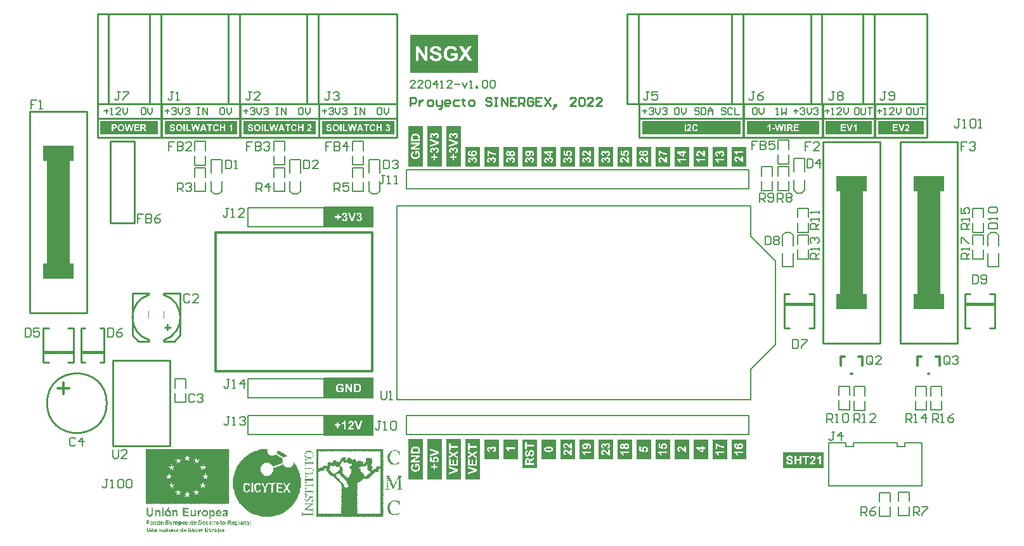
<source format=gto>
G04*
G04 #@! TF.GenerationSoftware,Altium Limited,Altium Designer,18.1.7 (191)*
G04*
G04 Layer_Color=65535*
%FSLAX23Y23*%
%MOIN*%
G70*
G01*
G75*
%ADD10C,0.010*%
%ADD11C,0.012*%
%ADD12C,0.008*%
%ADD13C,0.008*%
%ADD14C,0.006*%
%ADD15R,0.120X0.540*%
%ADD16R,0.160X0.080*%
%ADD17R,0.000X0.040*%
G36*
X24929Y4742D02*
X24931D01*
Y4740D01*
X24933D01*
Y4737D01*
X24931D01*
Y4735D01*
X24933D01*
Y4732D01*
X24931D01*
Y4730D01*
X24933D01*
Y4728D01*
X24931D01*
Y4725D01*
X24933D01*
Y4723D01*
X24931D01*
Y4720D01*
X24933D01*
Y4718D01*
X24931D01*
Y4715D01*
X24933D01*
Y4713D01*
X24931D01*
Y4711D01*
X24933D01*
Y4708D01*
X24931D01*
Y4706D01*
X24933D01*
Y4703D01*
X24931D01*
Y4701D01*
X24933D01*
Y4699D01*
X24931D01*
Y4696D01*
X24933D01*
Y4694D01*
X24931D01*
Y4691D01*
X24933D01*
Y4689D01*
X24931D01*
Y4687D01*
X24933D01*
Y4684D01*
X24931D01*
Y4682D01*
X24933D01*
Y4679D01*
X24931D01*
Y4677D01*
X24933D01*
Y4675D01*
X24931D01*
Y4672D01*
X24933D01*
Y4670D01*
X24931D01*
Y4667D01*
X24933D01*
Y4665D01*
X24931D01*
Y4663D01*
X24933D01*
Y4660D01*
X24931D01*
Y4658D01*
X24933D01*
Y4655D01*
X24931D01*
Y4653D01*
X24933D01*
Y4651D01*
X24931D01*
Y4648D01*
X24933D01*
Y4646D01*
X24931D01*
Y4643D01*
X24933D01*
Y4641D01*
X24931D01*
Y4639D01*
X24933D01*
Y4636D01*
X24931D01*
Y4634D01*
X24933D01*
Y4631D01*
X24931D01*
Y4629D01*
X24933D01*
Y4627D01*
X24931D01*
Y4624D01*
X24933D01*
Y4622D01*
X24931D01*
Y4619D01*
X24933D01*
Y4617D01*
X24931D01*
Y4615D01*
X24933D01*
Y4612D01*
X24931D01*
Y4610D01*
X24933D01*
Y4607D01*
X24931D01*
Y4605D01*
X24933D01*
Y4602D01*
X24931D01*
Y4600D01*
X24933D01*
Y4598D01*
X24931D01*
Y4595D01*
X24933D01*
Y4593D01*
X24931D01*
Y4590D01*
X24933D01*
Y4588D01*
X24931D01*
Y4586D01*
X24933D01*
Y4583D01*
X24931D01*
Y4581D01*
X24933D01*
Y4578D01*
X24931D01*
Y4576D01*
X24933D01*
Y4574D01*
X24931D01*
Y4571D01*
X24933D01*
Y4569D01*
X24931D01*
Y4566D01*
X24933D01*
Y4564D01*
X24931D01*
Y4562D01*
X24933D01*
Y4559D01*
X24931D01*
Y4557D01*
X24933D01*
Y4554D01*
X24931D01*
Y4552D01*
X24933D01*
Y4550D01*
X24931D01*
Y4547D01*
X24933D01*
Y4545D01*
X24931D01*
Y4542D01*
X24933D01*
Y4540D01*
X24931D01*
Y4538D01*
X24933D01*
Y4535D01*
X24931D01*
Y4533D01*
X24933D01*
Y4530D01*
X24931D01*
Y4528D01*
X24933D01*
Y4526D01*
X24931D01*
Y4523D01*
X24933D01*
Y4521D01*
X24931D01*
Y4518D01*
X24933D01*
Y4516D01*
X24931D01*
Y4514D01*
X24933D01*
Y4511D01*
X24931D01*
Y4509D01*
X24933D01*
Y4506D01*
X24931D01*
Y4504D01*
X24933D01*
Y4501D01*
X24931D01*
Y4499D01*
X24933D01*
Y4497D01*
X24931D01*
Y4494D01*
X24933D01*
Y4492D01*
X24931D01*
Y4489D01*
X24933D01*
Y4487D01*
X24931D01*
Y4485D01*
X24933D01*
Y4482D01*
X24931D01*
Y4480D01*
X24933D01*
Y4477D01*
X24931D01*
Y4475D01*
X24933D01*
Y4473D01*
X24931D01*
Y4470D01*
X24933D01*
Y4468D01*
X24931D01*
Y4465D01*
X24933D01*
Y4463D01*
X24931D01*
Y4461D01*
X24933D01*
Y4458D01*
X24931D01*
Y4456D01*
X24933D01*
Y4453D01*
X24931D01*
Y4451D01*
X24933D01*
Y4449D01*
X24931D01*
Y4446D01*
X24933D01*
Y4444D01*
X24931D01*
Y4441D01*
X24933D01*
Y4439D01*
X24931D01*
Y4437D01*
X24933D01*
Y4434D01*
X24931D01*
Y4432D01*
X24933D01*
Y4429D01*
X24931D01*
Y4427D01*
X24933D01*
Y4425D01*
X24931D01*
Y4422D01*
X24933D01*
Y4420D01*
X24931D01*
Y4417D01*
X24933D01*
Y4415D01*
X24931D01*
Y4413D01*
X24933D01*
Y4410D01*
X24931D01*
Y4408D01*
X24933D01*
Y4405D01*
X24931D01*
Y4403D01*
X24933D01*
Y4400D01*
X24931D01*
Y4398D01*
X24933D01*
Y4396D01*
X24931D01*
Y4393D01*
X24933D01*
Y4391D01*
X24931D01*
Y4388D01*
X24929D01*
Y4391D01*
X24926D01*
Y4388D01*
X24929D01*
Y4386D01*
X24926D01*
Y4388D01*
X24924D01*
Y4386D01*
X24921D01*
Y4388D01*
X24919D01*
Y4386D01*
X24917D01*
Y4388D01*
X24914D01*
Y4386D01*
X24912D01*
Y4388D01*
X24909D01*
Y4391D01*
X24907D01*
Y4388D01*
X24909D01*
Y4386D01*
X24907D01*
Y4388D01*
X24905D01*
Y4386D01*
X24902D01*
Y4388D01*
X24900D01*
Y4386D01*
X24897D01*
Y4388D01*
X24895D01*
Y4386D01*
X24893D01*
Y4388D01*
X24890D01*
Y4391D01*
X24888D01*
Y4388D01*
X24890D01*
Y4386D01*
X24888D01*
Y4388D01*
X24885D01*
Y4386D01*
X24883D01*
Y4388D01*
X24881D01*
Y4386D01*
X24878D01*
Y4388D01*
X24876D01*
Y4386D01*
X24873D01*
Y4388D01*
X24871D01*
Y4391D01*
X24869D01*
Y4388D01*
X24871D01*
Y4386D01*
X24869D01*
Y4388D01*
X24866D01*
Y4386D01*
X24864D01*
Y4388D01*
X24861D01*
Y4386D01*
X24859D01*
Y4388D01*
X24856D01*
Y4386D01*
X24854D01*
Y4388D01*
X24852D01*
Y4391D01*
X24849D01*
Y4388D01*
X24852D01*
Y4386D01*
X24849D01*
Y4388D01*
X24847D01*
Y4386D01*
X24844D01*
Y4388D01*
X24842D01*
Y4386D01*
X24840D01*
Y4388D01*
X24837D01*
Y4386D01*
X24835D01*
Y4388D01*
X24832D01*
Y4391D01*
X24830D01*
Y4388D01*
X24832D01*
Y4386D01*
X24830D01*
Y4388D01*
X24828D01*
Y4386D01*
X24825D01*
Y4388D01*
X24823D01*
Y4386D01*
X24820D01*
Y4388D01*
X24818D01*
Y4386D01*
X24816D01*
Y4388D01*
X24813D01*
Y4391D01*
X24811D01*
Y4388D01*
X24813D01*
Y4386D01*
X24811D01*
Y4388D01*
X24808D01*
Y4386D01*
X24806D01*
Y4388D01*
X24804D01*
Y4386D01*
X24801D01*
Y4388D01*
X24799D01*
Y4386D01*
X24796D01*
Y4388D01*
X24794D01*
Y4391D01*
X24792D01*
Y4388D01*
X24794D01*
Y4386D01*
X24792D01*
Y4388D01*
X24789D01*
Y4386D01*
X24787D01*
Y4388D01*
X24784D01*
Y4386D01*
X24782D01*
Y4388D01*
X24780D01*
Y4386D01*
X24777D01*
Y4388D01*
X24775D01*
Y4391D01*
X24772D01*
Y4388D01*
X24775D01*
Y4386D01*
X24772D01*
Y4388D01*
X24770D01*
Y4386D01*
X24768D01*
Y4388D01*
X24765D01*
Y4386D01*
X24763D01*
Y4388D01*
X24760D01*
Y4386D01*
X24758D01*
Y4388D01*
X24755D01*
Y4391D01*
X24753D01*
Y4388D01*
X24755D01*
Y4386D01*
X24753D01*
Y4388D01*
X24751D01*
Y4386D01*
X24748D01*
Y4388D01*
X24746D01*
Y4386D01*
X24743D01*
Y4388D01*
X24741D01*
Y4386D01*
X24739D01*
Y4388D01*
X24736D01*
Y4391D01*
X24734D01*
Y4388D01*
X24736D01*
Y4386D01*
X24734D01*
Y4388D01*
X24731D01*
Y4386D01*
X24729D01*
Y4388D01*
X24727D01*
Y4386D01*
X24724D01*
Y4388D01*
X24722D01*
Y4386D01*
X24719D01*
Y4388D01*
X24717D01*
Y4391D01*
X24715D01*
Y4388D01*
X24717D01*
Y4386D01*
X24715D01*
Y4388D01*
X24712D01*
Y4386D01*
X24710D01*
Y4388D01*
X24707D01*
Y4386D01*
X24705D01*
Y4388D01*
X24703D01*
Y4386D01*
X24700D01*
Y4388D01*
X24698D01*
Y4391D01*
X24695D01*
Y4388D01*
X24698D01*
Y4386D01*
X24695D01*
Y4388D01*
X24693D01*
Y4386D01*
X24691D01*
Y4388D01*
X24688D01*
Y4386D01*
X24686D01*
Y4388D01*
X24683D01*
Y4386D01*
X24681D01*
Y4388D01*
X24679D01*
Y4391D01*
X24676D01*
Y4388D01*
X24679D01*
Y4386D01*
X24676D01*
Y4388D01*
X24674D01*
Y4386D01*
X24671D01*
Y4388D01*
X24669D01*
Y4386D01*
X24667D01*
Y4388D01*
X24664D01*
Y4386D01*
X24662D01*
Y4388D01*
X24659D01*
Y4391D01*
X24657D01*
Y4388D01*
X24659D01*
Y4386D01*
X24657D01*
Y4388D01*
X24654D01*
Y4386D01*
X24652D01*
Y4388D01*
X24650D01*
Y4386D01*
X24647D01*
Y4388D01*
X24645D01*
Y4386D01*
X24642D01*
Y4388D01*
X24640D01*
Y4391D01*
X24638D01*
Y4388D01*
X24640D01*
Y4386D01*
X24638D01*
Y4388D01*
X24635D01*
Y4386D01*
X24633D01*
Y4388D01*
X24630D01*
Y4386D01*
X24628D01*
Y4388D01*
X24626D01*
Y4386D01*
X24623D01*
Y4388D01*
X24621D01*
Y4391D01*
X24618D01*
Y4388D01*
X24621D01*
Y4386D01*
X24618D01*
Y4388D01*
X24616D01*
Y4386D01*
X24614D01*
Y4388D01*
X24611D01*
Y4386D01*
X24609D01*
Y4388D01*
X24606D01*
Y4386D01*
X24604D01*
Y4388D01*
X24602D01*
Y4391D01*
X24599D01*
Y4388D01*
X24602D01*
Y4386D01*
X24599D01*
Y4388D01*
X24597D01*
Y4386D01*
X24594D01*
Y4388D01*
X24592D01*
Y4386D01*
X24590D01*
Y4388D01*
X24587D01*
Y4386D01*
X24585D01*
Y4388D01*
X24582D01*
Y4391D01*
X24580D01*
Y4393D01*
Y4396D01*
Y4398D01*
X24582D01*
Y4400D01*
X24580D01*
Y4403D01*
Y4405D01*
Y4408D01*
X24582D01*
Y4410D01*
X24580D01*
Y4413D01*
Y4415D01*
Y4417D01*
X24582D01*
Y4420D01*
X24580D01*
Y4422D01*
Y4425D01*
Y4427D01*
X24582D01*
Y4429D01*
X24580D01*
Y4432D01*
Y4434D01*
Y4437D01*
X24582D01*
Y4439D01*
X24580D01*
Y4441D01*
Y4444D01*
Y4446D01*
X24582D01*
Y4449D01*
X24580D01*
Y4451D01*
Y4453D01*
Y4456D01*
X24582D01*
Y4458D01*
X24580D01*
Y4461D01*
Y4463D01*
Y4465D01*
X24582D01*
Y4468D01*
X24580D01*
Y4470D01*
Y4473D01*
Y4475D01*
X24582D01*
Y4477D01*
X24580D01*
Y4480D01*
Y4482D01*
Y4485D01*
X24582D01*
Y4487D01*
X24580D01*
Y4489D01*
Y4492D01*
Y4494D01*
X24582D01*
Y4497D01*
X24580D01*
Y4499D01*
Y4501D01*
Y4504D01*
X24582D01*
Y4506D01*
X24580D01*
Y4509D01*
Y4511D01*
Y4514D01*
X24582D01*
Y4516D01*
X24580D01*
Y4518D01*
Y4521D01*
Y4523D01*
X24582D01*
Y4526D01*
X24580D01*
Y4528D01*
Y4530D01*
Y4533D01*
X24582D01*
Y4535D01*
X24580D01*
Y4538D01*
Y4540D01*
Y4542D01*
X24582D01*
Y4545D01*
X24580D01*
Y4547D01*
Y4550D01*
Y4552D01*
X24582D01*
Y4554D01*
X24580D01*
Y4557D01*
Y4559D01*
Y4562D01*
X24582D01*
Y4564D01*
X24580D01*
Y4566D01*
Y4569D01*
Y4571D01*
X24582D01*
Y4574D01*
X24580D01*
Y4576D01*
Y4578D01*
Y4581D01*
X24582D01*
Y4583D01*
X24580D01*
Y4586D01*
Y4588D01*
Y4590D01*
X24582D01*
Y4593D01*
X24580D01*
Y4595D01*
Y4598D01*
Y4600D01*
X24582D01*
Y4602D01*
X24580D01*
Y4605D01*
Y4607D01*
Y4610D01*
X24582D01*
Y4612D01*
X24580D01*
Y4615D01*
Y4617D01*
Y4619D01*
X24582D01*
Y4622D01*
X24580D01*
Y4624D01*
Y4627D01*
Y4629D01*
X24582D01*
Y4631D01*
X24580D01*
Y4634D01*
Y4636D01*
Y4639D01*
X24582D01*
Y4641D01*
X24580D01*
Y4643D01*
Y4646D01*
Y4648D01*
X24582D01*
Y4651D01*
X24580D01*
Y4653D01*
Y4655D01*
Y4658D01*
X24582D01*
Y4660D01*
X24580D01*
Y4663D01*
Y4665D01*
Y4667D01*
X24582D01*
Y4670D01*
X24580D01*
Y4672D01*
Y4675D01*
Y4677D01*
X24582D01*
Y4679D01*
X24580D01*
Y4682D01*
Y4684D01*
Y4687D01*
X24582D01*
Y4689D01*
X24580D01*
Y4691D01*
Y4694D01*
Y4696D01*
X24582D01*
Y4699D01*
X24580D01*
Y4701D01*
Y4703D01*
Y4706D01*
X24582D01*
Y4708D01*
X24580D01*
Y4711D01*
Y4713D01*
Y4715D01*
X24582D01*
Y4718D01*
X24580D01*
Y4720D01*
Y4723D01*
Y4725D01*
X24582D01*
Y4728D01*
X24580D01*
Y4730D01*
Y4732D01*
Y4735D01*
X24582D01*
Y4737D01*
X24580D01*
Y4740D01*
Y4742D01*
Y4744D01*
X24582D01*
Y4742D01*
X24585D01*
Y4744D01*
X24587D01*
Y4742D01*
X24590D01*
Y4744D01*
X24592D01*
Y4742D01*
X24594D01*
Y4744D01*
X24597D01*
Y4742D01*
X24599D01*
Y4744D01*
X24602D01*
Y4742D01*
X24604D01*
Y4744D01*
X24606D01*
Y4742D01*
X24609D01*
Y4744D01*
X24611D01*
Y4742D01*
X24614D01*
Y4744D01*
X24616D01*
Y4742D01*
X24618D01*
Y4744D01*
X24621D01*
Y4742D01*
X24623D01*
Y4744D01*
X24626D01*
Y4742D01*
X24628D01*
Y4744D01*
X24630D01*
Y4742D01*
X24633D01*
Y4744D01*
X24635D01*
Y4742D01*
X24638D01*
Y4744D01*
X24640D01*
Y4742D01*
X24642D01*
Y4744D01*
X24645D01*
Y4742D01*
X24647D01*
Y4744D01*
X24650D01*
Y4742D01*
X24652D01*
Y4744D01*
X24654D01*
Y4742D01*
X24657D01*
Y4744D01*
X24659D01*
Y4742D01*
X24662D01*
Y4744D01*
X24664D01*
Y4742D01*
X24667D01*
Y4744D01*
X24669D01*
Y4742D01*
X24671D01*
Y4744D01*
X24674D01*
Y4742D01*
X24676D01*
Y4744D01*
X24679D01*
Y4742D01*
X24681D01*
Y4744D01*
X24683D01*
Y4742D01*
X24686D01*
Y4744D01*
X24688D01*
Y4742D01*
X24691D01*
Y4744D01*
X24693D01*
Y4742D01*
X24695D01*
Y4744D01*
X24698D01*
Y4742D01*
X24700D01*
Y4744D01*
X24703D01*
Y4742D01*
X24705D01*
Y4744D01*
X24707D01*
Y4742D01*
X24710D01*
Y4744D01*
X24712D01*
Y4742D01*
X24715D01*
Y4744D01*
X24717D01*
Y4742D01*
X24719D01*
Y4744D01*
X24722D01*
Y4742D01*
X24724D01*
Y4744D01*
X24727D01*
Y4742D01*
X24729D01*
Y4744D01*
X24731D01*
Y4742D01*
X24734D01*
Y4744D01*
X24736D01*
Y4742D01*
X24739D01*
Y4744D01*
X24741D01*
Y4742D01*
X24743D01*
Y4744D01*
X24746D01*
Y4742D01*
X24748D01*
Y4744D01*
X24751D01*
Y4742D01*
X24753D01*
Y4744D01*
X24755D01*
Y4742D01*
X24758D01*
Y4744D01*
X24760D01*
Y4742D01*
X24763D01*
Y4744D01*
X24765D01*
Y4742D01*
X24768D01*
Y4744D01*
X24770D01*
Y4742D01*
X24772D01*
Y4744D01*
X24775D01*
Y4742D01*
X24777D01*
Y4744D01*
X24780D01*
Y4742D01*
X24782D01*
Y4744D01*
X24784D01*
Y4742D01*
X24787D01*
Y4744D01*
X24789D01*
Y4742D01*
X24792D01*
Y4744D01*
X24794D01*
Y4742D01*
X24796D01*
Y4744D01*
X24799D01*
Y4742D01*
X24801D01*
Y4744D01*
X24804D01*
Y4742D01*
X24806D01*
Y4744D01*
X24808D01*
Y4742D01*
X24811D01*
Y4744D01*
X24813D01*
Y4742D01*
X24816D01*
Y4744D01*
X24818D01*
Y4742D01*
X24820D01*
Y4744D01*
X24823D01*
Y4742D01*
X24825D01*
Y4744D01*
X24828D01*
Y4742D01*
X24830D01*
Y4744D01*
X24832D01*
Y4742D01*
X24835D01*
Y4744D01*
X24837D01*
Y4742D01*
X24840D01*
Y4744D01*
X24842D01*
Y4742D01*
X24844D01*
Y4744D01*
X24847D01*
Y4742D01*
X24849D01*
Y4744D01*
X24852D01*
Y4742D01*
X24854D01*
Y4744D01*
X24856D01*
Y4742D01*
X24859D01*
Y4744D01*
X24861D01*
Y4742D01*
X24864D01*
Y4744D01*
X24866D01*
Y4742D01*
X24869D01*
Y4744D01*
X24871D01*
Y4742D01*
X24873D01*
Y4744D01*
X24876D01*
Y4742D01*
X24878D01*
Y4744D01*
X24881D01*
Y4742D01*
X24883D01*
Y4744D01*
X24885D01*
Y4742D01*
X24888D01*
Y4744D01*
X24890D01*
Y4742D01*
X24893D01*
Y4744D01*
X24895D01*
Y4742D01*
X24897D01*
Y4744D01*
X24900D01*
Y4742D01*
X24902D01*
Y4744D01*
X24905D01*
Y4742D01*
X24907D01*
Y4744D01*
X24909D01*
Y4742D01*
X24912D01*
Y4744D01*
X24914D01*
Y4742D01*
X24917D01*
Y4744D01*
X24919D01*
Y4742D01*
X24921D01*
Y4744D01*
X24924D01*
Y4742D01*
X24926D01*
Y4744D01*
X24929D01*
Y4742D01*
D02*
G37*
G36*
X24323D02*
Y4740D01*
Y4737D01*
X24320D01*
Y4735D01*
X24323D01*
Y4732D01*
Y4730D01*
Y4728D01*
X24325D01*
Y4725D01*
Y4723D01*
Y4720D01*
X24327D01*
Y4718D01*
X24330D01*
Y4715D01*
X24332D01*
Y4713D01*
X24335D01*
Y4711D01*
X24342D01*
Y4708D01*
X24344D01*
Y4711D01*
X24347D01*
Y4708D01*
X24349D01*
Y4711D01*
X24352D01*
Y4708D01*
X24354D01*
Y4711D01*
X24361D01*
Y4713D01*
X24359D01*
Y4715D01*
X24361D01*
Y4713D01*
X24364D01*
Y4715D01*
X24371D01*
Y4713D01*
X24373D01*
Y4711D01*
X24378D01*
Y4708D01*
Y4706D01*
X24380D01*
Y4708D01*
X24383D01*
Y4706D01*
X24385D01*
Y4703D01*
X24388D01*
Y4701D01*
X24390D01*
Y4699D01*
X24397D01*
Y4696D01*
X24400D01*
Y4694D01*
X24402D01*
Y4691D01*
X24404D01*
Y4689D01*
Y4687D01*
Y4684D01*
X24402D01*
Y4682D01*
X24404D01*
Y4679D01*
X24402D01*
Y4677D01*
X24404D01*
Y4675D01*
X24402D01*
Y4672D01*
X24404D01*
Y4670D01*
X24397D01*
Y4667D01*
X24390D01*
Y4665D01*
X24383D01*
Y4663D01*
X24380D01*
Y4660D01*
X24368D01*
Y4658D01*
X24371D01*
Y4655D01*
X24368D01*
Y4658D01*
X24366D01*
Y4655D01*
X24359D01*
Y4653D01*
X24356D01*
Y4651D01*
X24354D01*
Y4653D01*
X24352D01*
Y4655D01*
X24349D01*
Y4658D01*
X24347D01*
Y4660D01*
X24344D01*
Y4663D01*
X24342D01*
Y4665D01*
X24339D01*
Y4667D01*
X24335D01*
Y4670D01*
X24330D01*
Y4672D01*
X24327D01*
Y4670D01*
X24325D01*
Y4672D01*
X24323D01*
Y4670D01*
X24320D01*
Y4672D01*
X24318D01*
Y4670D01*
X24306D01*
Y4667D01*
X24303D01*
Y4665D01*
X24301D01*
Y4663D01*
X24299D01*
Y4660D01*
X24296D01*
Y4658D01*
X24294D01*
Y4655D01*
X24291D01*
Y4653D01*
X24289D01*
Y4651D01*
X24287D01*
Y4648D01*
X24289D01*
Y4646D01*
X24287D01*
Y4643D01*
Y4641D01*
Y4639D01*
Y4636D01*
Y4634D01*
Y4631D01*
Y4629D01*
X24289D01*
Y4627D01*
X24287D01*
Y4624D01*
X24289D01*
Y4622D01*
X24291D01*
Y4619D01*
X24294D01*
Y4617D01*
X24296D01*
Y4615D01*
X24299D01*
Y4612D01*
Y4610D01*
X24303D01*
Y4607D01*
X24306D01*
Y4605D01*
X24308D01*
Y4602D01*
X24311D01*
Y4600D01*
X24313D01*
Y4602D01*
X24311D01*
Y4605D01*
X24313D01*
Y4602D01*
X24320D01*
Y4600D01*
X24323D01*
Y4602D01*
X24325D01*
Y4605D01*
X24327D01*
Y4602D01*
X24330D01*
Y4600D01*
X24332D01*
Y4602D01*
X24330D01*
Y4605D01*
X24337D01*
Y4607D01*
X24339D01*
Y4610D01*
X24344D01*
Y4612D01*
Y4615D01*
X24349D01*
Y4617D01*
Y4619D01*
X24352D01*
Y4622D01*
X24354D01*
Y4624D01*
X24356D01*
Y4627D01*
X24354D01*
Y4629D01*
X24356D01*
Y4631D01*
X24354D01*
Y4634D01*
X24356D01*
Y4636D01*
Y4639D01*
Y4641D01*
X24354D01*
Y4643D01*
X24356D01*
Y4646D01*
X24359D01*
Y4648D01*
X24371D01*
Y4651D01*
X24373D01*
Y4653D01*
X24380D01*
Y4655D01*
X24383D01*
Y4653D01*
X24385D01*
Y4655D01*
X24388D01*
Y4658D01*
X24395D01*
Y4660D01*
X24397D01*
Y4658D01*
X24400D01*
Y4660D01*
X24402D01*
Y4663D01*
X24409D01*
Y4660D01*
X24407D01*
Y4658D01*
X24412D01*
Y4655D01*
Y4653D01*
X24419D01*
Y4651D01*
X24421D01*
Y4648D01*
X24443D01*
Y4651D01*
X24445D01*
Y4648D01*
X24448D01*
Y4651D01*
X24450D01*
Y4653D01*
X24453D01*
Y4655D01*
X24455D01*
Y4658D01*
X24457D01*
Y4660D01*
Y4663D01*
X24460D01*
Y4665D01*
Y4667D01*
X24462D01*
Y4670D01*
Y4672D01*
X24467D01*
Y4670D01*
X24465D01*
Y4667D01*
X24469D01*
Y4665D01*
Y4663D01*
X24472D01*
Y4660D01*
X24474D01*
Y4658D01*
X24477D01*
Y4655D01*
Y4653D01*
Y4651D01*
X24479D01*
Y4648D01*
X24481D01*
Y4646D01*
Y4643D01*
Y4641D01*
X24484D01*
Y4639D01*
X24486D01*
Y4636D01*
Y4634D01*
Y4631D01*
X24489D01*
Y4629D01*
X24491D01*
Y4627D01*
X24489D01*
Y4624D01*
X24491D01*
Y4622D01*
Y4619D01*
Y4617D01*
X24493D01*
Y4615D01*
Y4612D01*
Y4610D01*
X24496D01*
Y4607D01*
Y4605D01*
Y4602D01*
Y4600D01*
Y4598D01*
X24498D01*
Y4595D01*
X24496D01*
Y4593D01*
X24498D01*
Y4590D01*
X24501D01*
Y4588D01*
X24498D01*
Y4586D01*
X24501D01*
Y4583D01*
X24498D01*
Y4581D01*
X24501D01*
Y4578D01*
X24498D01*
Y4576D01*
X24501D01*
Y4574D01*
X24498D01*
Y4571D01*
X24501D01*
Y4569D01*
X24498D01*
Y4566D01*
X24501D01*
Y4564D01*
X24498D01*
Y4562D01*
X24501D01*
Y4559D01*
X24498D01*
Y4557D01*
X24501D01*
Y4554D01*
X24498D01*
Y4552D01*
X24501D01*
Y4550D01*
X24498D01*
Y4547D01*
X24501D01*
Y4545D01*
X24498D01*
Y4542D01*
X24501D01*
Y4540D01*
X24498D01*
Y4538D01*
X24496D01*
Y4535D01*
X24498D01*
Y4533D01*
X24496D01*
Y4530D01*
Y4528D01*
Y4526D01*
X24493D01*
Y4523D01*
X24496D01*
Y4521D01*
X24493D01*
Y4518D01*
Y4516D01*
Y4514D01*
X24491D01*
Y4511D01*
Y4509D01*
Y4506D01*
X24489D01*
Y4504D01*
Y4501D01*
Y4499D01*
X24486D01*
Y4497D01*
X24484D01*
Y4494D01*
X24486D01*
Y4492D01*
X24484D01*
Y4489D01*
X24481D01*
Y4487D01*
Y4485D01*
Y4482D01*
X24479D01*
Y4480D01*
X24477D01*
Y4477D01*
X24474D01*
Y4475D01*
X24477D01*
Y4473D01*
X24472D01*
Y4470D01*
Y4468D01*
X24469D01*
Y4465D01*
Y4463D01*
X24465D01*
Y4461D01*
Y4458D01*
Y4456D01*
X24462D01*
Y4453D01*
X24460D01*
Y4451D01*
X24457D01*
Y4449D01*
X24455D01*
Y4446D01*
X24453D01*
Y4444D01*
X24450D01*
Y4441D01*
X24448D01*
Y4439D01*
X24445D01*
Y4437D01*
X24443D01*
Y4434D01*
X24440D01*
Y4432D01*
X24438D01*
Y4429D01*
X24436D01*
Y4427D01*
X24433D01*
Y4425D01*
X24431D01*
Y4422D01*
X24426D01*
Y4420D01*
X24421D01*
Y4417D01*
X24419D01*
Y4415D01*
X24412D01*
Y4413D01*
X24414D01*
Y4410D01*
X24407D01*
Y4408D01*
X24404D01*
Y4405D01*
X24397D01*
Y4403D01*
X24395D01*
Y4400D01*
X24392D01*
Y4403D01*
X24390D01*
Y4400D01*
X24388D01*
Y4398D01*
X24385D01*
Y4400D01*
X24383D01*
Y4398D01*
X24380D01*
Y4396D01*
X24373D01*
Y4393D01*
X24371D01*
Y4396D01*
X24368D01*
Y4393D01*
X24366D01*
Y4391D01*
X24364D01*
Y4393D01*
X24361D01*
Y4391D01*
X24349D01*
Y4388D01*
X24342D01*
Y4391D01*
X24339D01*
Y4388D01*
X24342D01*
Y4386D01*
X24339D01*
Y4388D01*
X24337D01*
Y4386D01*
X24335D01*
Y4388D01*
X24332D01*
Y4391D01*
X24330D01*
Y4388D01*
X24332D01*
Y4386D01*
X24330D01*
Y4388D01*
X24327D01*
Y4386D01*
X24325D01*
Y4388D01*
X24323D01*
Y4386D01*
X24320D01*
Y4388D01*
X24318D01*
Y4386D01*
X24315D01*
Y4388D01*
X24313D01*
Y4391D01*
X24311D01*
Y4388D01*
X24313D01*
Y4386D01*
X24311D01*
Y4388D01*
X24308D01*
Y4386D01*
X24306D01*
Y4388D01*
X24303D01*
Y4386D01*
X24301D01*
Y4388D01*
X24294D01*
Y4391D01*
X24282D01*
Y4393D01*
X24279D01*
Y4391D01*
X24277D01*
Y4393D01*
X24275D01*
Y4396D01*
X24272D01*
Y4393D01*
X24270D01*
Y4396D01*
X24263D01*
Y4398D01*
X24260D01*
Y4400D01*
X24258D01*
Y4398D01*
X24255D01*
Y4400D01*
X24248D01*
Y4403D01*
X24246D01*
Y4405D01*
X24238D01*
Y4408D01*
X24236D01*
Y4410D01*
X24229D01*
Y4413D01*
X24226D01*
Y4415D01*
X24224D01*
Y4417D01*
X24222D01*
Y4420D01*
X24214D01*
Y4422D01*
X24212D01*
Y4425D01*
X24210D01*
Y4427D01*
X24207D01*
Y4429D01*
X24205D01*
Y4432D01*
X24202D01*
Y4434D01*
X24200D01*
Y4437D01*
X24198D01*
Y4439D01*
X24193D01*
Y4441D01*
Y4444D01*
X24190D01*
Y4446D01*
X24188D01*
Y4449D01*
X24186D01*
Y4451D01*
X24183D01*
Y4453D01*
X24181D01*
Y4456D01*
X24178D01*
Y4458D01*
X24176D01*
Y4461D01*
Y4463D01*
X24174D01*
Y4465D01*
Y4468D01*
X24171D01*
Y4470D01*
X24169D01*
Y4473D01*
X24166D01*
Y4475D01*
X24169D01*
Y4477D01*
X24166D01*
Y4480D01*
X24164D01*
Y4482D01*
X24162D01*
Y4485D01*
Y4487D01*
Y4489D01*
X24159D01*
Y4492D01*
X24157D01*
Y4494D01*
Y4497D01*
Y4499D01*
X24154D01*
Y4501D01*
X24152D01*
Y4504D01*
X24154D01*
Y4506D01*
X24152D01*
Y4509D01*
X24150D01*
Y4511D01*
X24152D01*
Y4514D01*
X24150D01*
Y4516D01*
X24147D01*
Y4518D01*
X24150D01*
Y4521D01*
X24147D01*
Y4523D01*
X24150D01*
Y4526D01*
X24147D01*
Y4528D01*
Y4530D01*
Y4533D01*
X24145D01*
Y4535D01*
X24142D01*
Y4538D01*
X24145D01*
Y4540D01*
X24142D01*
Y4542D01*
X24145D01*
Y4545D01*
X24142D01*
Y4547D01*
X24145D01*
Y4550D01*
X24142D01*
Y4552D01*
X24145D01*
Y4554D01*
X24142D01*
Y4557D01*
X24145D01*
Y4559D01*
X24142D01*
Y4562D01*
X24145D01*
Y4564D01*
X24142D01*
Y4566D01*
X24145D01*
Y4569D01*
X24142D01*
Y4571D01*
X24145D01*
Y4574D01*
X24142D01*
Y4576D01*
X24145D01*
Y4578D01*
X24142D01*
Y4581D01*
X24145D01*
Y4583D01*
X24142D01*
Y4586D01*
X24145D01*
Y4588D01*
X24142D01*
Y4590D01*
X24145D01*
Y4593D01*
X24142D01*
Y4595D01*
X24145D01*
Y4598D01*
X24147D01*
Y4600D01*
X24145D01*
Y4602D01*
X24147D01*
Y4605D01*
Y4607D01*
Y4610D01*
X24150D01*
Y4612D01*
X24147D01*
Y4615D01*
X24150D01*
Y4617D01*
X24152D01*
Y4619D01*
Y4622D01*
Y4624D01*
X24154D01*
Y4627D01*
X24152D01*
Y4629D01*
X24154D01*
Y4631D01*
X24157D01*
Y4634D01*
Y4636D01*
Y4639D01*
X24159D01*
Y4641D01*
X24162D01*
Y4643D01*
X24159D01*
Y4646D01*
X24162D01*
Y4648D01*
X24164D01*
Y4651D01*
Y4653D01*
X24166D01*
Y4655D01*
Y4658D01*
X24169D01*
Y4660D01*
X24171D01*
Y4663D01*
X24174D01*
Y4665D01*
Y4667D01*
X24178D01*
Y4670D01*
X24176D01*
Y4672D01*
X24178D01*
Y4675D01*
X24181D01*
Y4677D01*
X24183D01*
Y4679D01*
X24186D01*
Y4682D01*
X24188D01*
Y4684D01*
Y4687D01*
X24193D01*
Y4689D01*
X24195D01*
Y4691D01*
X24198D01*
Y4694D01*
Y4696D01*
X24202D01*
Y4699D01*
X24205D01*
Y4701D01*
X24207D01*
Y4703D01*
X24210D01*
Y4706D01*
X24212D01*
Y4708D01*
X24214D01*
Y4711D01*
X24222D01*
Y4713D01*
Y4715D01*
X24226D01*
Y4718D01*
X24229D01*
Y4720D01*
X24236D01*
Y4723D01*
X24238D01*
Y4725D01*
X24241D01*
Y4728D01*
X24243D01*
Y4725D01*
X24246D01*
Y4728D01*
X24248D01*
Y4730D01*
X24255D01*
Y4732D01*
X24258D01*
Y4735D01*
X24260D01*
Y4732D01*
X24263D01*
Y4735D01*
X24270D01*
Y4737D01*
X24272D01*
Y4740D01*
X24275D01*
Y4737D01*
X24277D01*
Y4740D01*
X24284D01*
Y4742D01*
X24287D01*
Y4740D01*
X24289D01*
Y4742D01*
X24291D01*
Y4744D01*
X24294D01*
Y4742D01*
X24296D01*
Y4744D01*
X24299D01*
Y4742D01*
X24301D01*
Y4744D01*
X24303D01*
Y4742D01*
X24306D01*
Y4744D01*
X24308D01*
Y4742D01*
X24311D01*
Y4744D01*
X24313D01*
Y4742D01*
X24315D01*
Y4744D01*
X24318D01*
Y4742D01*
X24320D01*
Y4744D01*
X24323D01*
Y4742D01*
D02*
G37*
G36*
X25001Y4737D02*
X25003D01*
Y4735D01*
X25010D01*
Y4732D01*
X25013D01*
Y4735D01*
X25018D01*
Y4732D01*
Y4730D01*
Y4728D01*
Y4725D01*
X25020D01*
Y4723D01*
X25018D01*
Y4720D01*
X25020D01*
Y4718D01*
X25018D01*
Y4715D01*
X25020D01*
Y4713D01*
X25018D01*
Y4715D01*
X25015D01*
Y4718D01*
X25013D01*
Y4720D01*
X25015D01*
Y4723D01*
X25013D01*
Y4725D01*
X25010D01*
Y4728D01*
X25008D01*
Y4730D01*
X25006D01*
Y4732D01*
X25003D01*
Y4735D01*
X25001D01*
Y4732D01*
X24994D01*
Y4735D01*
X24991D01*
Y4732D01*
X24979D01*
Y4730D01*
X24982D01*
Y4728D01*
X24979D01*
Y4730D01*
X24977D01*
Y4728D01*
X24974D01*
Y4725D01*
Y4723D01*
X24970D01*
Y4720D01*
X24972D01*
Y4718D01*
X24970D01*
Y4715D01*
Y4713D01*
Y4711D01*
X24967D01*
Y4708D01*
X24965D01*
Y4706D01*
X24967D01*
Y4703D01*
Y4701D01*
Y4699D01*
X24965D01*
Y4696D01*
X24967D01*
Y4694D01*
Y4691D01*
Y4689D01*
Y4687D01*
X24970D01*
Y4684D01*
Y4682D01*
X24972D01*
Y4679D01*
X24970D01*
Y4677D01*
X24977D01*
Y4675D01*
X24974D01*
Y4672D01*
X24977D01*
Y4670D01*
X24979D01*
Y4672D01*
X24982D01*
Y4670D01*
X24984D01*
Y4667D01*
X24991D01*
Y4665D01*
X24994D01*
Y4667D01*
X25006D01*
Y4670D01*
X25008D01*
Y4672D01*
X25015D01*
Y4675D01*
X25018D01*
Y4672D01*
Y4670D01*
X25013D01*
Y4667D01*
X25010D01*
Y4665D01*
X25008D01*
Y4663D01*
X25006D01*
Y4665D01*
X25003D01*
Y4663D01*
X25001D01*
Y4660D01*
X24998D01*
Y4663D01*
X24996D01*
Y4660D01*
X24994D01*
Y4663D01*
X24991D01*
Y4660D01*
X24989D01*
Y4663D01*
X24986D01*
Y4660D01*
X24984D01*
Y4663D01*
X24982D01*
Y4665D01*
X24979D01*
Y4663D01*
X24982D01*
Y4660D01*
X24979D01*
Y4663D01*
X24977D01*
Y4665D01*
X24970D01*
Y4667D01*
Y4670D01*
X24965D01*
Y4672D01*
X24962D01*
Y4675D01*
X24960D01*
Y4677D01*
Y4679D01*
X24957D01*
Y4682D01*
Y4684D01*
X24955D01*
Y4687D01*
X24957D01*
Y4689D01*
X24955D01*
Y4691D01*
X24957D01*
Y4694D01*
X24955D01*
Y4696D01*
X24953D01*
Y4699D01*
X24955D01*
Y4701D01*
Y4703D01*
Y4706D01*
X24957D01*
Y4708D01*
X24955D01*
Y4711D01*
X24957D01*
Y4713D01*
Y4715D01*
Y4718D01*
X24960D01*
Y4720D01*
X24962D01*
Y4723D01*
Y4725D01*
X24967D01*
Y4728D01*
Y4730D01*
X24972D01*
Y4732D01*
X24974D01*
Y4735D01*
X24982D01*
Y4737D01*
X24984D01*
Y4735D01*
X24986D01*
Y4737D01*
X24989D01*
Y4740D01*
X24991D01*
Y4737D01*
X24994D01*
Y4740D01*
X24996D01*
Y4737D01*
X24998D01*
Y4740D01*
X25001D01*
Y4737D01*
D02*
G37*
G36*
X24541Y4735D02*
X24549D01*
Y4732D01*
X24551D01*
Y4735D01*
X24553D01*
Y4732D01*
X24556D01*
Y4730D01*
X24558D01*
Y4728D01*
X24561D01*
Y4725D01*
X24563D01*
Y4723D01*
X24566D01*
Y4720D01*
Y4718D01*
Y4715D01*
X24568D01*
Y4713D01*
X24566D01*
Y4711D01*
X24568D01*
Y4708D01*
X24566D01*
Y4706D01*
X24563D01*
Y4708D01*
X24561D01*
Y4711D01*
X24563D01*
Y4713D01*
X24561D01*
Y4715D01*
X24563D01*
Y4718D01*
X24561D01*
Y4720D01*
Y4723D01*
X24558D01*
Y4725D01*
Y4728D01*
X24546D01*
Y4730D01*
X24544D01*
Y4728D01*
X24537D01*
Y4730D01*
X24534D01*
Y4728D01*
X24532D01*
Y4725D01*
X24527D01*
Y4723D01*
X24525D01*
Y4720D01*
Y4718D01*
X24522D01*
Y4715D01*
X24525D01*
Y4713D01*
X24522D01*
Y4711D01*
X24525D01*
Y4708D01*
X24522D01*
Y4706D01*
X24527D01*
Y4703D01*
Y4701D01*
X24529D01*
Y4703D01*
X24532D01*
Y4701D01*
X24544D01*
Y4699D01*
X24546D01*
Y4701D01*
X24553D01*
Y4703D01*
X24556D01*
Y4701D01*
X24558D01*
Y4703D01*
X24561D01*
Y4701D01*
Y4699D01*
X24556D01*
Y4696D01*
X24553D01*
Y4694D01*
X24546D01*
Y4691D01*
X24544D01*
Y4694D01*
X24532D01*
Y4696D01*
X24529D01*
Y4699D01*
X24527D01*
Y4701D01*
X24525D01*
Y4703D01*
X24522D01*
Y4706D01*
X24520D01*
Y4708D01*
X24517D01*
Y4711D01*
X24520D01*
Y4713D01*
X24517D01*
Y4715D01*
X24520D01*
Y4718D01*
X24517D01*
Y4720D01*
X24520D01*
Y4723D01*
X24522D01*
Y4725D01*
X24525D01*
Y4728D01*
X24527D01*
Y4730D01*
X24529D01*
Y4732D01*
X24532D01*
Y4735D01*
X24539D01*
Y4737D01*
X24541D01*
Y4735D01*
D02*
G37*
G36*
X24385Y4732D02*
X24388D01*
Y4730D01*
X24395D01*
Y4728D01*
X24397D01*
Y4725D01*
X24404D01*
Y4723D01*
X24407D01*
Y4720D01*
X24414D01*
Y4718D01*
X24416D01*
Y4715D01*
X24421D01*
Y4713D01*
Y4711D01*
X24428D01*
Y4708D01*
X24426D01*
Y4706D01*
X24424D01*
Y4703D01*
X24416D01*
Y4701D01*
X24414D01*
Y4699D01*
X24407D01*
Y4701D01*
X24404D01*
Y4703D01*
X24397D01*
Y4706D01*
X24395D01*
Y4708D01*
X24392D01*
Y4711D01*
X24390D01*
Y4713D01*
X24388D01*
Y4715D01*
X24380D01*
Y4718D01*
X24378D01*
Y4720D01*
X24376D01*
Y4723D01*
X24373D01*
Y4725D01*
X24371D01*
Y4728D01*
X24373D01*
Y4730D01*
Y4732D01*
Y4735D01*
X24385D01*
Y4732D01*
D02*
G37*
G36*
X24529Y4689D02*
X24532D01*
Y4687D01*
X24534D01*
Y4684D01*
X24532D01*
Y4687D01*
X24529D01*
Y4684D01*
X24527D01*
Y4687D01*
X24525D01*
Y4684D01*
X24522D01*
Y4687D01*
X24520D01*
Y4689D01*
X24527D01*
Y4691D01*
X24529D01*
Y4689D01*
D02*
G37*
G36*
X24522Y4682D02*
X24525D01*
Y4679D01*
X24522D01*
Y4682D01*
X24520D01*
Y4684D01*
X24522D01*
Y4682D01*
D02*
G37*
G36*
X24566Y4677D02*
Y4675D01*
Y4672D01*
Y4670D01*
Y4667D01*
Y4665D01*
Y4663D01*
X24563D01*
Y4665D01*
X24561D01*
Y4667D01*
X24553D01*
Y4670D01*
X24551D01*
Y4667D01*
X24553D01*
Y4665D01*
X24551D01*
Y4667D01*
X24544D01*
Y4670D01*
X24541D01*
Y4667D01*
X24544D01*
Y4665D01*
X24541D01*
Y4667D01*
X24534D01*
Y4670D01*
X24532D01*
Y4667D01*
X24534D01*
Y4665D01*
X24532D01*
Y4667D01*
X24525D01*
Y4665D01*
X24522D01*
Y4667D01*
X24520D01*
Y4670D01*
X24522D01*
Y4672D01*
X24520D01*
Y4675D01*
X24522D01*
Y4677D01*
X24520D01*
Y4679D01*
X24522D01*
Y4677D01*
X24525D01*
Y4675D01*
X24527D01*
Y4672D01*
X24529D01*
Y4675D01*
X24532D01*
Y4677D01*
X24534D01*
Y4675D01*
X24537D01*
Y4672D01*
X24539D01*
Y4675D01*
X24541D01*
Y4677D01*
X24544D01*
Y4675D01*
X24546D01*
Y4672D01*
X24549D01*
Y4675D01*
X24556D01*
Y4672D01*
X24558D01*
Y4675D01*
X24561D01*
Y4677D01*
X24563D01*
Y4679D01*
X24566D01*
Y4677D01*
D02*
G37*
G36*
X24522Y4663D02*
X24525D01*
Y4660D01*
X24522D01*
Y4663D01*
X24520D01*
Y4665D01*
X24522D01*
Y4663D01*
D02*
G37*
G36*
Y4658D02*
X24525D01*
Y4655D01*
X24527D01*
Y4653D01*
X24529D01*
Y4651D01*
X24527D01*
Y4653D01*
X24520D01*
Y4655D01*
X24522D01*
Y4658D01*
X24520D01*
Y4660D01*
X24522D01*
Y4658D01*
D02*
G37*
G36*
Y4639D02*
X24525D01*
Y4636D01*
X24522D01*
Y4639D01*
X24520D01*
Y4641D01*
X24522D01*
Y4639D01*
D02*
G37*
G36*
Y4643D02*
X24558D01*
Y4641D01*
X24561D01*
Y4639D01*
X24563D01*
Y4636D01*
X24566D01*
Y4634D01*
X24568D01*
Y4631D01*
X24566D01*
Y4629D01*
Y4627D01*
Y4624D01*
Y4622D01*
Y4619D01*
X24563D01*
Y4622D01*
X24561D01*
Y4624D01*
X24563D01*
Y4627D01*
X24561D01*
Y4629D01*
X24563D01*
Y4631D01*
X24561D01*
Y4634D01*
X24563D01*
Y4636D01*
X24561D01*
Y4639D01*
X24558D01*
Y4641D01*
X24551D01*
Y4639D01*
X24549D01*
Y4641D01*
X24541D01*
Y4639D01*
X24539D01*
Y4641D01*
X24532D01*
Y4639D01*
X24529D01*
Y4641D01*
X24522D01*
Y4643D01*
X24520D01*
Y4646D01*
X24522D01*
Y4643D01*
D02*
G37*
G36*
Y4619D02*
X24525D01*
Y4617D01*
X24527D01*
Y4615D01*
X24529D01*
Y4617D01*
X24532D01*
Y4615D01*
X24534D01*
Y4617D01*
X24537D01*
Y4615D01*
X24539D01*
Y4617D01*
X24541D01*
Y4615D01*
X24544D01*
Y4617D01*
X24546D01*
Y4615D01*
X24549D01*
Y4617D01*
X24551D01*
Y4615D01*
X24553D01*
Y4617D01*
X24556D01*
Y4619D01*
X24563D01*
Y4617D01*
X24561D01*
Y4615D01*
Y4612D01*
X24556D01*
Y4610D01*
X24553D01*
Y4612D01*
X24551D01*
Y4610D01*
X24544D01*
Y4612D01*
X24541D01*
Y4610D01*
X24534D01*
Y4612D01*
X24532D01*
Y4610D01*
X24525D01*
Y4612D01*
X24522D01*
Y4615D01*
X24520D01*
Y4617D01*
X24522D01*
Y4619D01*
X24520D01*
Y4622D01*
X24522D01*
Y4619D01*
D02*
G37*
G36*
Y4610D02*
X24525D01*
Y4607D01*
X24522D01*
Y4610D01*
X24520D01*
Y4612D01*
X24522D01*
Y4610D01*
D02*
G37*
G36*
X25034Y4602D02*
X25032D01*
Y4600D01*
X25030D01*
Y4602D01*
X25027D01*
Y4600D01*
Y4598D01*
Y4595D01*
X25025D01*
Y4593D01*
X25022D01*
Y4590D01*
X25025D01*
Y4588D01*
Y4586D01*
Y4583D01*
X25022D01*
Y4581D01*
X25025D01*
Y4578D01*
Y4576D01*
Y4574D01*
X25022D01*
Y4571D01*
X25025D01*
Y4569D01*
Y4566D01*
Y4564D01*
X25022D01*
Y4562D01*
X25025D01*
Y4559D01*
Y4557D01*
Y4554D01*
X25022D01*
Y4552D01*
X25025D01*
Y4550D01*
Y4547D01*
Y4545D01*
X25022D01*
Y4542D01*
X25025D01*
Y4540D01*
Y4538D01*
Y4535D01*
X25027D01*
Y4533D01*
X25030D01*
Y4535D01*
X25032D01*
Y4533D01*
X25034D01*
Y4530D01*
X25003D01*
Y4533D01*
X25006D01*
Y4535D01*
X25008D01*
Y4533D01*
X25010D01*
Y4535D01*
X25013D01*
Y4533D01*
X25015D01*
Y4535D01*
X25013D01*
Y4538D01*
X25015D01*
Y4540D01*
X25013D01*
Y4542D01*
X25015D01*
Y4545D01*
X25013D01*
Y4547D01*
X25015D01*
Y4550D01*
X25013D01*
Y4552D01*
X25015D01*
Y4554D01*
X25013D01*
Y4557D01*
X25015D01*
Y4559D01*
X25013D01*
Y4562D01*
X25015D01*
Y4564D01*
X25013D01*
Y4566D01*
X25015D01*
Y4569D01*
X25013D01*
Y4571D01*
X25015D01*
Y4574D01*
X25013D01*
Y4576D01*
X25015D01*
Y4578D01*
X25013D01*
Y4581D01*
X25015D01*
Y4583D01*
X25013D01*
Y4586D01*
X25015D01*
Y4588D01*
X25013D01*
Y4590D01*
X25010D01*
Y4593D01*
X25008D01*
Y4595D01*
X25010D01*
Y4598D01*
X25008D01*
Y4600D01*
X25010D01*
Y4602D01*
X25013D01*
Y4605D01*
X25034D01*
Y4602D01*
D02*
G37*
G36*
X24522Y4605D02*
X24525D01*
Y4602D01*
X24532D01*
Y4600D01*
X24534D01*
Y4598D01*
X24532D01*
Y4600D01*
X24529D01*
Y4598D01*
X24522D01*
Y4600D01*
X24525D01*
Y4602D01*
X24522D01*
Y4605D01*
X24520D01*
Y4607D01*
X24522D01*
Y4605D01*
D02*
G37*
G36*
Y4595D02*
X24525D01*
Y4593D01*
X24522D01*
Y4595D01*
X24520D01*
Y4598D01*
X24522D01*
Y4595D01*
D02*
G37*
G36*
Y4590D02*
X24525D01*
Y4588D01*
X24522D01*
Y4590D01*
X24520D01*
Y4593D01*
X24522D01*
Y4590D01*
D02*
G37*
G36*
X24566Y4588D02*
Y4586D01*
Y4583D01*
Y4581D01*
Y4578D01*
Y4576D01*
X24563D01*
Y4578D01*
X24522D01*
Y4581D01*
X24520D01*
Y4583D01*
X24522D01*
Y4586D01*
X24520D01*
Y4588D01*
X24522D01*
Y4586D01*
X24563D01*
Y4588D01*
X24561D01*
Y4590D01*
X24566D01*
Y4588D01*
D02*
G37*
G36*
X25010D02*
X25008D01*
Y4586D01*
X25010D01*
Y4583D01*
X25008D01*
Y4581D01*
X25006D01*
Y4583D01*
X25003D01*
Y4586D01*
X25006D01*
Y4588D01*
Y4590D01*
X25010D01*
Y4588D01*
D02*
G37*
G36*
X24522Y4576D02*
X24525D01*
Y4574D01*
X24522D01*
Y4576D01*
X24520D01*
Y4578D01*
X24522D01*
Y4576D01*
D02*
G37*
G36*
X25006Y4578D02*
Y4576D01*
Y4574D01*
X25003D01*
Y4571D01*
X25001D01*
Y4574D01*
X24998D01*
Y4576D01*
X25001D01*
Y4578D01*
X25003D01*
Y4581D01*
X25006D01*
Y4578D01*
D02*
G37*
G36*
X24522Y4571D02*
X24525D01*
Y4569D01*
X24527D01*
Y4566D01*
X24532D01*
Y4564D01*
X24522D01*
Y4566D01*
X24520D01*
Y4569D01*
X24522D01*
Y4571D01*
X24520D01*
Y4574D01*
X24522D01*
Y4571D01*
D02*
G37*
G36*
X24566Y4559D02*
Y4557D01*
X24568D01*
Y4554D01*
X24566D01*
Y4552D01*
Y4550D01*
Y4547D01*
Y4545D01*
X24561D01*
Y4547D01*
X24563D01*
Y4550D01*
X24522D01*
Y4552D01*
X24520D01*
Y4554D01*
X24522D01*
Y4557D01*
X24520D01*
Y4559D01*
X24522D01*
Y4557D01*
X24525D01*
Y4554D01*
X24527D01*
Y4557D01*
X24529D01*
Y4554D01*
X24537D01*
Y4557D01*
X24539D01*
Y4554D01*
X24546D01*
Y4557D01*
X24549D01*
Y4554D01*
X24551D01*
Y4552D01*
X24553D01*
Y4554D01*
X24556D01*
Y4557D01*
X24558D01*
Y4554D01*
X24561D01*
Y4557D01*
X24563D01*
Y4559D01*
X24561D01*
Y4562D01*
X24566D01*
Y4559D01*
D02*
G37*
G36*
X24522Y4547D02*
X24525D01*
Y4545D01*
X24520D01*
Y4547D01*
Y4550D01*
X24522D01*
Y4547D01*
D02*
G37*
G36*
X24532Y4538D02*
X24529D01*
Y4535D01*
X24522D01*
Y4538D01*
X24525D01*
Y4540D01*
X24532D01*
Y4538D01*
D02*
G37*
G36*
X24962Y4602D02*
X24965D01*
Y4600D01*
X24967D01*
Y4598D01*
X24965D01*
Y4595D01*
X24967D01*
Y4593D01*
X24965D01*
Y4590D01*
X24972D01*
Y4588D01*
X24970D01*
Y4586D01*
X24972D01*
Y4583D01*
Y4581D01*
X24977D01*
Y4578D01*
X24974D01*
Y4576D01*
X24977D01*
Y4574D01*
X24974D01*
Y4571D01*
X24979D01*
Y4569D01*
Y4566D01*
X24982D01*
Y4564D01*
Y4562D01*
Y4559D01*
X24984D01*
Y4557D01*
Y4554D01*
Y4552D01*
X24986D01*
Y4550D01*
X24989D01*
Y4552D01*
X24991D01*
Y4554D01*
Y4557D01*
Y4559D01*
X24994D01*
Y4562D01*
X24996D01*
Y4564D01*
Y4566D01*
Y4569D01*
Y4571D01*
X25001D01*
Y4569D01*
Y4566D01*
Y4564D01*
X24998D01*
Y4562D01*
X25001D01*
Y4559D01*
X24998D01*
Y4557D01*
X24996D01*
Y4554D01*
X24994D01*
Y4552D01*
X24996D01*
Y4550D01*
X24994D01*
Y4547D01*
X24991D01*
Y4545D01*
Y4542D01*
Y4540D01*
X24989D01*
Y4538D01*
X24986D01*
Y4535D01*
X24989D01*
Y4533D01*
X24986D01*
Y4530D01*
X24984D01*
Y4533D01*
Y4535D01*
X24982D01*
Y4538D01*
Y4540D01*
X24979D01*
Y4542D01*
X24982D01*
Y4545D01*
X24979D01*
Y4547D01*
X24977D01*
Y4550D01*
X24974D01*
Y4552D01*
X24977D01*
Y4554D01*
X24972D01*
Y4557D01*
Y4559D01*
X24970D01*
Y4562D01*
X24972D01*
Y4564D01*
X24970D01*
Y4566D01*
X24967D01*
Y4569D01*
X24965D01*
Y4571D01*
X24967D01*
Y4574D01*
X24965D01*
Y4576D01*
X24962D01*
Y4578D01*
Y4581D01*
Y4583D01*
X24960D01*
Y4586D01*
X24957D01*
Y4583D01*
X24955D01*
Y4581D01*
X24957D01*
Y4578D01*
X24955D01*
Y4576D01*
X24957D01*
Y4574D01*
X24955D01*
Y4571D01*
X24957D01*
Y4569D01*
Y4566D01*
Y4564D01*
X24955D01*
Y4562D01*
X24957D01*
Y4559D01*
X24955D01*
Y4557D01*
X24957D01*
Y4554D01*
X24955D01*
Y4552D01*
X24957D01*
Y4550D01*
Y4547D01*
Y4545D01*
X24955D01*
Y4542D01*
X24957D01*
Y4540D01*
X24955D01*
Y4538D01*
X24957D01*
Y4535D01*
X24960D01*
Y4533D01*
X24962D01*
Y4535D01*
X24965D01*
Y4533D01*
X24967D01*
Y4530D01*
X24941D01*
Y4533D01*
X24943D01*
Y4535D01*
X24945D01*
Y4533D01*
X24948D01*
Y4535D01*
X24950D01*
Y4533D01*
X24953D01*
Y4535D01*
X24950D01*
Y4538D01*
X24953D01*
Y4540D01*
X24950D01*
Y4542D01*
X24953D01*
Y4545D01*
X24950D01*
Y4547D01*
X24953D01*
Y4550D01*
X24950D01*
Y4552D01*
X24953D01*
Y4554D01*
X24950D01*
Y4557D01*
X24953D01*
Y4559D01*
X24950D01*
Y4562D01*
X24953D01*
Y4564D01*
X24950D01*
Y4566D01*
X24953D01*
Y4569D01*
X24950D01*
Y4571D01*
X24953D01*
Y4574D01*
X24950D01*
Y4576D01*
X24953D01*
Y4578D01*
X24950D01*
Y4581D01*
X24953D01*
Y4583D01*
X24950D01*
Y4586D01*
X24953D01*
Y4588D01*
X24950D01*
Y4590D01*
X24953D01*
Y4593D01*
X24950D01*
Y4595D01*
X24953D01*
Y4598D01*
X24950D01*
Y4600D01*
X24948D01*
Y4602D01*
X24945D01*
Y4600D01*
X24943D01*
Y4602D01*
X24941D01*
Y4605D01*
X24962D01*
Y4602D01*
D02*
G37*
G36*
X24522Y4533D02*
X24525D01*
Y4530D01*
X24522D01*
Y4533D01*
X24520D01*
Y4535D01*
X24522D01*
Y4533D01*
D02*
G37*
G36*
Y4528D02*
X24525D01*
Y4526D01*
X24522D01*
Y4528D01*
X24520D01*
Y4530D01*
X24522D01*
Y4528D01*
D02*
G37*
G36*
X24566Y4526D02*
Y4523D01*
Y4521D01*
Y4518D01*
X24568D01*
Y4516D01*
X24566D01*
Y4514D01*
Y4511D01*
X24561D01*
Y4514D01*
X24563D01*
Y4516D01*
X24561D01*
Y4518D01*
X24558D01*
Y4516D01*
X24556D01*
Y4518D01*
X24553D01*
Y4516D01*
X24551D01*
Y4518D01*
X24549D01*
Y4516D01*
X24546D01*
Y4518D01*
X24544D01*
Y4516D01*
X24541D01*
Y4518D01*
X24539D01*
Y4516D01*
X24537D01*
Y4518D01*
X24534D01*
Y4516D01*
X24532D01*
Y4518D01*
X24529D01*
Y4516D01*
X24527D01*
Y4518D01*
X24525D01*
Y4516D01*
X24522D01*
Y4518D01*
X24520D01*
Y4521D01*
X24522D01*
Y4523D01*
X24520D01*
Y4526D01*
X24522D01*
Y4523D01*
X24563D01*
Y4526D01*
X24561D01*
Y4528D01*
X24566D01*
Y4526D01*
D02*
G37*
G36*
X24522Y4514D02*
X24525D01*
Y4511D01*
X24522D01*
Y4514D01*
X24520D01*
Y4516D01*
X24522D01*
Y4514D01*
D02*
G37*
G36*
Y4509D02*
X24525D01*
Y4506D01*
X24527D01*
Y4504D01*
X24534D01*
Y4501D01*
X24522D01*
Y4504D01*
X24520D01*
Y4506D01*
X24522D01*
Y4509D01*
X24520D01*
Y4511D01*
X24522D01*
Y4509D01*
D02*
G37*
G36*
X24556Y4494D02*
X24563D01*
Y4492D01*
Y4489D01*
Y4487D01*
X24566D01*
Y4485D01*
X24568D01*
Y4482D01*
X24566D01*
Y4480D01*
X24568D01*
Y4477D01*
X24566D01*
Y4475D01*
Y4473D01*
X24563D01*
Y4470D01*
Y4468D01*
X24556D01*
Y4470D01*
X24558D01*
Y4473D01*
X24561D01*
Y4475D01*
X24563D01*
Y4477D01*
X24561D01*
Y4480D01*
X24563D01*
Y4482D01*
X24561D01*
Y4485D01*
X24563D01*
Y4487D01*
X24561D01*
Y4489D01*
X24558D01*
Y4487D01*
X24556D01*
Y4489D01*
X24553D01*
Y4487D01*
X24549D01*
Y4485D01*
Y4482D01*
X24546D01*
Y4480D01*
X24544D01*
Y4477D01*
X24541D01*
Y4475D01*
Y4473D01*
X24537D01*
Y4470D01*
X24539D01*
Y4468D01*
X24537D01*
Y4470D01*
X24534D01*
Y4468D01*
X24532D01*
Y4470D01*
X24529D01*
Y4468D01*
X24527D01*
Y4470D01*
X24525D01*
Y4473D01*
X24522D01*
Y4475D01*
X24520D01*
Y4477D01*
X24517D01*
Y4480D01*
X24520D01*
Y4482D01*
X24517D01*
Y4485D01*
X24520D01*
Y4487D01*
X24522D01*
Y4485D01*
X24525D01*
Y4482D01*
X24522D01*
Y4480D01*
X24525D01*
Y4477D01*
X24527D01*
Y4475D01*
X24529D01*
Y4473D01*
X24532D01*
Y4475D01*
X24534D01*
Y4477D01*
X24537D01*
Y4480D01*
X24539D01*
Y4482D01*
X24541D01*
Y4485D01*
X24544D01*
Y4487D01*
X24541D01*
Y4489D01*
X24544D01*
Y4492D01*
X24546D01*
Y4494D01*
X24549D01*
Y4497D01*
X24551D01*
Y4494D01*
X24553D01*
Y4497D01*
X24556D01*
Y4494D01*
D02*
G37*
G36*
X24532D02*
X24534D01*
Y4492D01*
X24527D01*
Y4489D01*
X24529D01*
Y4487D01*
X24527D01*
Y4489D01*
X24525D01*
Y4487D01*
X24522D01*
Y4489D01*
X24520D01*
Y4492D01*
X24522D01*
Y4494D01*
X24525D01*
Y4497D01*
X24527D01*
Y4494D01*
X24529D01*
Y4497D01*
X24532D01*
Y4494D01*
D02*
G37*
G36*
X25001Y4473D02*
X25003D01*
Y4470D01*
X25006D01*
Y4473D01*
X25008D01*
Y4470D01*
X25010D01*
Y4468D01*
X25013D01*
Y4470D01*
X25015D01*
Y4473D01*
X25018D01*
Y4470D01*
X25020D01*
Y4468D01*
X25018D01*
Y4465D01*
Y4463D01*
Y4461D01*
X25020D01*
Y4458D01*
X25018D01*
Y4456D01*
X25020D01*
Y4453D01*
X25018D01*
Y4451D01*
X25020D01*
Y4449D01*
X25018D01*
Y4451D01*
X25015D01*
Y4453D01*
X25013D01*
Y4456D01*
X25015D01*
Y4458D01*
X25013D01*
Y4461D01*
X25010D01*
Y4463D01*
X25008D01*
Y4465D01*
X25006D01*
Y4468D01*
X24998D01*
Y4470D01*
X24996D01*
Y4468D01*
X24994D01*
Y4470D01*
X24991D01*
Y4468D01*
X24989D01*
Y4470D01*
X24986D01*
Y4468D01*
X24979D01*
Y4465D01*
X24977D01*
Y4463D01*
X24974D01*
Y4461D01*
Y4458D01*
X24970D01*
Y4456D01*
X24972D01*
Y4453D01*
X24970D01*
Y4451D01*
Y4449D01*
Y4446D01*
X24967D01*
Y4449D01*
X24965D01*
Y4446D01*
X24967D01*
Y4444D01*
Y4441D01*
Y4439D01*
X24965D01*
Y4437D01*
X24967D01*
Y4434D01*
Y4432D01*
Y4429D01*
X24965D01*
Y4427D01*
X24967D01*
Y4425D01*
X24970D01*
Y4422D01*
Y4420D01*
Y4417D01*
X24972D01*
Y4415D01*
X24970D01*
Y4413D01*
X24972D01*
Y4410D01*
X24974D01*
Y4408D01*
X24977D01*
Y4405D01*
X24979D01*
Y4403D01*
X24986D01*
Y4400D01*
X24989D01*
Y4403D01*
X24991D01*
Y4400D01*
X24994D01*
Y4398D01*
X24996D01*
Y4400D01*
X24998D01*
Y4403D01*
X25010D01*
Y4405D01*
X25013D01*
Y4408D01*
X25020D01*
Y4405D01*
X25015D01*
Y4403D01*
X25013D01*
Y4400D01*
X25008D01*
Y4398D01*
X25006D01*
Y4400D01*
X25003D01*
Y4398D01*
X25006D01*
Y4396D01*
X25003D01*
Y4398D01*
X25001D01*
Y4396D01*
X24984D01*
Y4398D01*
X24982D01*
Y4396D01*
X24979D01*
Y4398D01*
X24977D01*
Y4400D01*
X24970D01*
Y4403D01*
X24967D01*
Y4405D01*
X24965D01*
Y4408D01*
X24962D01*
Y4410D01*
X24960D01*
Y4413D01*
X24962D01*
Y4415D01*
X24957D01*
Y4417D01*
Y4420D01*
Y4422D01*
Y4425D01*
X24955D01*
Y4427D01*
X24957D01*
Y4429D01*
X24955D01*
Y4432D01*
Y4434D01*
Y4437D01*
X24953D01*
Y4439D01*
X24955D01*
Y4441D01*
X24957D01*
Y4444D01*
X24955D01*
Y4446D01*
X24957D01*
Y4449D01*
Y4451D01*
Y4453D01*
X24960D01*
Y4456D01*
X24962D01*
Y4458D01*
X24960D01*
Y4461D01*
X24967D01*
Y4463D01*
X24965D01*
Y4465D01*
X24967D01*
Y4463D01*
X24970D01*
Y4465D01*
X24972D01*
Y4468D01*
X24974D01*
Y4470D01*
X24977D01*
Y4473D01*
X24979D01*
Y4470D01*
X24982D01*
Y4473D01*
X24984D01*
Y4475D01*
X24986D01*
Y4473D01*
X24989D01*
Y4475D01*
X24991D01*
Y4473D01*
X24994D01*
Y4475D01*
X24996D01*
Y4473D01*
X24998D01*
Y4475D01*
X25001D01*
Y4473D01*
D02*
G37*
G36*
X24121Y4742D02*
X24123D01*
Y4740D01*
X24121D01*
Y4737D01*
Y4735D01*
Y4732D01*
X24123D01*
Y4730D01*
X24121D01*
Y4728D01*
Y4725D01*
Y4723D01*
X24123D01*
Y4720D01*
X24121D01*
Y4718D01*
Y4715D01*
Y4713D01*
X24123D01*
Y4711D01*
X24121D01*
Y4708D01*
Y4706D01*
Y4703D01*
X24123D01*
Y4701D01*
X24121D01*
Y4699D01*
Y4696D01*
Y4694D01*
X24123D01*
Y4691D01*
X24121D01*
Y4689D01*
Y4687D01*
Y4684D01*
X24123D01*
Y4682D01*
X24121D01*
Y4679D01*
Y4677D01*
Y4675D01*
X24123D01*
Y4672D01*
X24121D01*
Y4670D01*
Y4667D01*
Y4665D01*
X24123D01*
Y4663D01*
X24121D01*
Y4660D01*
Y4658D01*
Y4655D01*
X24123D01*
Y4653D01*
X24121D01*
Y4651D01*
Y4648D01*
Y4646D01*
X24123D01*
Y4643D01*
X24121D01*
Y4641D01*
Y4639D01*
Y4636D01*
X24123D01*
Y4634D01*
X24121D01*
Y4631D01*
Y4629D01*
Y4627D01*
X24123D01*
Y4624D01*
X24121D01*
Y4622D01*
Y4619D01*
Y4617D01*
X24123D01*
Y4615D01*
X24121D01*
Y4612D01*
Y4610D01*
Y4607D01*
X24123D01*
Y4605D01*
X24121D01*
Y4602D01*
Y4600D01*
Y4598D01*
X24123D01*
Y4595D01*
X24121D01*
Y4593D01*
Y4590D01*
Y4588D01*
X24123D01*
Y4586D01*
X24121D01*
Y4583D01*
Y4581D01*
Y4578D01*
X24123D01*
Y4576D01*
X24121D01*
Y4574D01*
Y4571D01*
Y4569D01*
X24123D01*
Y4566D01*
X24121D01*
Y4564D01*
Y4562D01*
Y4559D01*
X24123D01*
Y4557D01*
X24121D01*
Y4554D01*
Y4552D01*
Y4550D01*
X24123D01*
Y4547D01*
X24121D01*
Y4545D01*
Y4542D01*
Y4540D01*
X24123D01*
Y4538D01*
X24121D01*
Y4535D01*
Y4533D01*
Y4530D01*
X24123D01*
Y4528D01*
X24121D01*
Y4526D01*
Y4523D01*
Y4521D01*
X24123D01*
Y4518D01*
X24121D01*
Y4516D01*
Y4514D01*
Y4511D01*
X24123D01*
Y4509D01*
X24121D01*
Y4506D01*
Y4504D01*
Y4501D01*
X24123D01*
Y4499D01*
X24121D01*
Y4497D01*
Y4494D01*
Y4492D01*
X24123D01*
Y4489D01*
X24121D01*
Y4487D01*
Y4485D01*
Y4482D01*
X24123D01*
Y4480D01*
X24121D01*
Y4477D01*
Y4475D01*
Y4473D01*
X24123D01*
Y4470D01*
X24121D01*
Y4468D01*
Y4465D01*
Y4463D01*
X24123D01*
Y4461D01*
X24121D01*
Y4458D01*
Y4456D01*
Y4453D01*
X24118D01*
Y4456D01*
X24116D01*
Y4453D01*
X24113D01*
Y4456D01*
X24111D01*
Y4453D01*
X24109D01*
Y4456D01*
X24106D01*
Y4453D01*
X24104D01*
Y4456D01*
X24101D01*
Y4453D01*
X24099D01*
Y4456D01*
X24097D01*
Y4453D01*
X24094D01*
Y4456D01*
X24092D01*
Y4453D01*
X24089D01*
Y4456D01*
X24087D01*
Y4453D01*
X24085D01*
Y4456D01*
X24082D01*
Y4453D01*
X24080D01*
Y4456D01*
X24077D01*
Y4453D01*
X24075D01*
Y4456D01*
X24073D01*
Y4453D01*
X24070D01*
Y4456D01*
X24068D01*
Y4453D01*
X24065D01*
Y4456D01*
X24063D01*
Y4453D01*
X24061D01*
Y4456D01*
X24058D01*
Y4453D01*
X24056D01*
Y4456D01*
X24053D01*
Y4453D01*
X24051D01*
Y4456D01*
X24049D01*
Y4453D01*
X24046D01*
Y4456D01*
X24044D01*
Y4453D01*
X24041D01*
Y4456D01*
X24039D01*
Y4453D01*
X24036D01*
Y4456D01*
X24034D01*
Y4453D01*
X24032D01*
Y4456D01*
X24029D01*
Y4453D01*
X24027D01*
Y4456D01*
X24024D01*
Y4453D01*
X24022D01*
Y4456D01*
X24020D01*
Y4453D01*
X24017D01*
Y4456D01*
X24015D01*
Y4453D01*
X24012D01*
Y4456D01*
X24010D01*
Y4453D01*
X24008D01*
Y4456D01*
X24005D01*
Y4453D01*
X24003D01*
Y4456D01*
X24000D01*
Y4453D01*
X23998D01*
Y4456D01*
X23996D01*
Y4453D01*
X23993D01*
Y4456D01*
X23991D01*
Y4453D01*
X23988D01*
Y4456D01*
X23986D01*
Y4453D01*
X23984D01*
Y4456D01*
X23981D01*
Y4453D01*
X23979D01*
Y4456D01*
X23976D01*
Y4453D01*
X23974D01*
Y4456D01*
X23972D01*
Y4453D01*
X23969D01*
Y4456D01*
X23967D01*
Y4453D01*
X23964D01*
Y4456D01*
X23962D01*
Y4453D01*
X23960D01*
Y4456D01*
X23957D01*
Y4453D01*
X23955D01*
Y4456D01*
X23952D01*
Y4453D01*
X23950D01*
Y4456D01*
X23948D01*
Y4453D01*
X23945D01*
Y4456D01*
X23943D01*
Y4453D01*
X23940D01*
Y4456D01*
X23938D01*
Y4453D01*
X23935D01*
Y4456D01*
X23933D01*
Y4453D01*
X23931D01*
Y4456D01*
X23928D01*
Y4453D01*
X23926D01*
Y4456D01*
X23923D01*
Y4453D01*
X23921D01*
Y4456D01*
X23919D01*
Y4453D01*
X23916D01*
Y4456D01*
X23914D01*
Y4453D01*
X23911D01*
Y4456D01*
X23909D01*
Y4453D01*
X23907D01*
Y4456D01*
X23904D01*
Y4453D01*
X23902D01*
Y4456D01*
X23899D01*
Y4453D01*
X23897D01*
Y4456D01*
X23895D01*
Y4453D01*
X23892D01*
Y4456D01*
X23890D01*
Y4453D01*
X23887D01*
Y4456D01*
X23885D01*
Y4453D01*
X23883D01*
Y4456D01*
X23880D01*
Y4453D01*
X23878D01*
Y4456D01*
X23875D01*
Y4453D01*
X23873D01*
Y4456D01*
X23871D01*
Y4453D01*
X23868D01*
Y4456D01*
X23866D01*
Y4453D01*
X23863D01*
Y4456D01*
X23861D01*
Y4453D01*
X23859D01*
Y4456D01*
X23856D01*
Y4453D01*
X23854D01*
Y4456D01*
X23851D01*
Y4453D01*
X23849D01*
Y4456D01*
X23847D01*
Y4453D01*
X23844D01*
Y4456D01*
X23842D01*
Y4453D01*
X23839D01*
Y4456D01*
X23837D01*
Y4453D01*
X23835D01*
Y4456D01*
X23832D01*
Y4453D01*
X23830D01*
Y4456D01*
X23827D01*
Y4453D01*
X23825D01*
Y4456D01*
X23822D01*
Y4453D01*
X23820D01*
Y4456D01*
X23818D01*
Y4453D01*
X23815D01*
Y4456D01*
X23813D01*
Y4453D01*
X23810D01*
Y4456D01*
X23808D01*
Y4453D01*
X23806D01*
Y4456D01*
X23803D01*
Y4453D01*
X23801D01*
Y4456D01*
X23798D01*
Y4453D01*
X23796D01*
Y4456D01*
X23794D01*
Y4453D01*
X23791D01*
Y4456D01*
X23789D01*
Y4453D01*
X23786D01*
Y4456D01*
X23784D01*
Y4453D01*
X23782D01*
Y4456D01*
X23779D01*
Y4453D01*
X23777D01*
Y4456D01*
X23774D01*
Y4453D01*
X23772D01*
Y4456D01*
X23770D01*
Y4453D01*
X23767D01*
Y4456D01*
X23765D01*
Y4453D01*
X23762D01*
Y4456D01*
X23760D01*
Y4453D01*
X23758D01*
Y4456D01*
X23755D01*
Y4453D01*
X23753D01*
Y4456D01*
X23750D01*
Y4453D01*
X23748D01*
Y4456D01*
X23746D01*
Y4453D01*
X23743D01*
Y4456D01*
X23741D01*
Y4453D01*
X23738D01*
Y4456D01*
X23736D01*
Y4453D01*
X23734D01*
Y4456D01*
X23731D01*
Y4453D01*
X23729D01*
Y4456D01*
X23726D01*
Y4453D01*
X23724D01*
Y4456D01*
X23721D01*
Y4453D01*
X23719D01*
Y4456D01*
X23717D01*
Y4453D01*
X23714D01*
Y4456D01*
X23712D01*
Y4453D01*
X23709D01*
Y4456D01*
X23707D01*
Y4453D01*
X23705D01*
Y4456D01*
X23702D01*
Y4453D01*
X23700D01*
Y4456D01*
X23697D01*
Y4453D01*
X23695D01*
Y4456D01*
X23693D01*
Y4453D01*
X23690D01*
Y4456D01*
X23688D01*
Y4453D01*
X23685D01*
Y4456D01*
X23683D01*
Y4458D01*
Y4461D01*
Y4463D01*
Y4465D01*
Y4468D01*
Y4470D01*
Y4473D01*
Y4475D01*
Y4477D01*
Y4480D01*
Y4482D01*
Y4485D01*
Y4487D01*
Y4489D01*
Y4492D01*
Y4494D01*
Y4497D01*
Y4499D01*
Y4501D01*
Y4504D01*
Y4506D01*
Y4509D01*
Y4511D01*
Y4514D01*
Y4516D01*
Y4518D01*
Y4521D01*
Y4523D01*
Y4526D01*
Y4528D01*
Y4530D01*
Y4533D01*
Y4535D01*
Y4538D01*
Y4540D01*
Y4542D01*
Y4545D01*
Y4547D01*
Y4550D01*
Y4552D01*
Y4554D01*
Y4557D01*
Y4559D01*
Y4562D01*
Y4564D01*
Y4566D01*
Y4569D01*
Y4571D01*
Y4574D01*
Y4576D01*
Y4578D01*
Y4581D01*
Y4583D01*
Y4586D01*
Y4588D01*
Y4590D01*
Y4593D01*
Y4595D01*
Y4598D01*
Y4600D01*
Y4602D01*
Y4605D01*
Y4607D01*
Y4610D01*
Y4612D01*
Y4615D01*
Y4617D01*
Y4619D01*
Y4622D01*
Y4624D01*
Y4627D01*
Y4629D01*
Y4631D01*
Y4634D01*
Y4636D01*
Y4639D01*
Y4641D01*
Y4643D01*
Y4646D01*
Y4648D01*
Y4651D01*
Y4653D01*
Y4655D01*
Y4658D01*
Y4660D01*
Y4663D01*
Y4665D01*
Y4667D01*
Y4670D01*
Y4672D01*
Y4675D01*
Y4677D01*
Y4679D01*
Y4682D01*
Y4684D01*
Y4687D01*
Y4689D01*
Y4691D01*
Y4694D01*
Y4696D01*
Y4699D01*
Y4701D01*
Y4703D01*
Y4706D01*
Y4708D01*
Y4711D01*
Y4713D01*
Y4715D01*
Y4718D01*
Y4720D01*
Y4723D01*
Y4725D01*
Y4728D01*
Y4730D01*
Y4732D01*
Y4735D01*
Y4737D01*
Y4740D01*
Y4742D01*
Y4744D01*
X24121D01*
Y4742D01*
D02*
G37*
G36*
X24525Y4458D02*
X24527D01*
Y4456D01*
X24529D01*
Y4458D01*
X24532D01*
Y4456D01*
X24539D01*
Y4458D01*
X24541D01*
Y4456D01*
X24549D01*
Y4458D01*
X24551D01*
Y4456D01*
X24558D01*
Y4458D01*
X24561D01*
Y4456D01*
X24563D01*
Y4453D01*
X24561D01*
Y4451D01*
X24558D01*
Y4449D01*
X24551D01*
Y4451D01*
Y4453D01*
X24525D01*
Y4451D01*
Y4449D01*
X24522D01*
Y4451D01*
X24520D01*
Y4453D01*
X24522D01*
Y4456D01*
X24520D01*
Y4458D01*
X24522D01*
Y4461D01*
X24525D01*
Y4458D01*
D02*
G37*
G36*
X23909Y4434D02*
X23911D01*
Y4432D01*
X23909D01*
Y4429D01*
X23911D01*
Y4427D01*
X23909D01*
Y4429D01*
X23907D01*
Y4427D01*
X23909D01*
Y4425D01*
X23907D01*
Y4427D01*
X23899D01*
Y4429D01*
X23897D01*
Y4427D01*
X23890D01*
Y4429D01*
X23887D01*
Y4427D01*
X23890D01*
Y4425D01*
X23887D01*
Y4422D01*
Y4420D01*
Y4417D01*
X23890D01*
Y4415D01*
X23892D01*
Y4417D01*
X23895D01*
Y4415D01*
X23897D01*
Y4417D01*
X23899D01*
Y4415D01*
X23902D01*
Y4417D01*
X23904D01*
Y4415D01*
X23907D01*
Y4417D01*
X23909D01*
Y4415D01*
Y4413D01*
Y4410D01*
X23907D01*
Y4408D01*
X23904D01*
Y4410D01*
X23902D01*
Y4408D01*
X23899D01*
Y4410D01*
X23897D01*
Y4408D01*
X23895D01*
Y4410D01*
X23892D01*
Y4408D01*
X23890D01*
Y4410D01*
X23887D01*
Y4408D01*
Y4405D01*
Y4403D01*
Y4400D01*
Y4398D01*
X23890D01*
Y4396D01*
X23897D01*
Y4398D01*
X23899D01*
Y4396D01*
X23907D01*
Y4398D01*
X23909D01*
Y4396D01*
X23911D01*
Y4393D01*
Y4391D01*
X23878D01*
Y4393D01*
X23880D01*
Y4396D01*
X23878D01*
Y4398D01*
X23880D01*
Y4400D01*
X23878D01*
Y4403D01*
X23880D01*
Y4405D01*
X23878D01*
Y4408D01*
X23880D01*
Y4410D01*
X23878D01*
Y4413D01*
X23880D01*
Y4415D01*
X23878D01*
Y4417D01*
X23880D01*
Y4420D01*
X23878D01*
Y4422D01*
X23880D01*
Y4425D01*
X23878D01*
Y4427D01*
X23880D01*
Y4429D01*
X23878D01*
Y4432D01*
X23880D01*
Y4434D01*
X23878D01*
Y4437D01*
X23880D01*
Y4434D01*
X23883D01*
Y4437D01*
X23885D01*
Y4434D01*
X23887D01*
Y4437D01*
X23890D01*
Y4434D01*
X23897D01*
Y4437D01*
X23899D01*
Y4434D01*
X23902D01*
Y4437D01*
X23904D01*
Y4434D01*
X23907D01*
Y4437D01*
X23909D01*
Y4434D01*
D02*
G37*
G36*
X23808D02*
Y4432D01*
Y4429D01*
X23806D01*
Y4427D01*
X23803D01*
Y4425D01*
X23796D01*
Y4427D01*
X23798D01*
Y4429D01*
X23801D01*
Y4432D01*
Y4434D01*
Y4437D01*
X23803D01*
Y4434D01*
X23806D01*
Y4437D01*
X23808D01*
Y4434D01*
D02*
G37*
G36*
X23774D02*
X23777D01*
Y4432D01*
X23779D01*
Y4429D01*
X23777D01*
Y4427D01*
X23774D01*
Y4425D01*
X23772D01*
Y4427D01*
X23770D01*
Y4429D01*
Y4432D01*
Y4434D01*
X23772D01*
Y4437D01*
X23774D01*
Y4434D01*
D02*
G37*
G36*
X23847Y4420D02*
X23849D01*
Y4417D01*
X23851D01*
Y4415D01*
Y4413D01*
Y4410D01*
X23849D01*
Y4408D01*
X23851D01*
Y4405D01*
Y4403D01*
Y4400D01*
Y4398D01*
Y4396D01*
Y4393D01*
Y4391D01*
X23844D01*
Y4393D01*
Y4396D01*
Y4398D01*
Y4400D01*
Y4403D01*
Y4405D01*
Y4408D01*
Y4410D01*
Y4413D01*
Y4415D01*
X23839D01*
Y4417D01*
X23837D01*
Y4415D01*
X23835D01*
Y4413D01*
X23832D01*
Y4410D01*
Y4408D01*
Y4405D01*
X23830D01*
Y4403D01*
X23832D01*
Y4400D01*
X23830D01*
Y4398D01*
X23832D01*
Y4396D01*
X23830D01*
Y4393D01*
X23832D01*
Y4391D01*
X23825D01*
Y4393D01*
X23822D01*
Y4396D01*
X23825D01*
Y4398D01*
Y4400D01*
Y4403D01*
X23822D01*
Y4405D01*
X23825D01*
Y4408D01*
Y4410D01*
Y4413D01*
X23822D01*
Y4415D01*
X23825D01*
Y4417D01*
X23822D01*
Y4420D01*
X23825D01*
Y4422D01*
X23832D01*
Y4420D01*
X23835D01*
Y4422D01*
X23847D01*
Y4420D01*
D02*
G37*
G36*
X23755D02*
X23758D01*
Y4417D01*
X23760D01*
Y4415D01*
Y4413D01*
Y4410D01*
X23762D01*
Y4408D01*
X23760D01*
Y4405D01*
X23762D01*
Y4403D01*
X23760D01*
Y4400D01*
X23762D01*
Y4398D01*
X23760D01*
Y4396D01*
Y4393D01*
Y4391D01*
X23753D01*
Y4393D01*
X23755D01*
Y4396D01*
X23753D01*
Y4398D01*
X23755D01*
Y4400D01*
X23753D01*
Y4403D01*
X23755D01*
Y4405D01*
X23753D01*
Y4408D01*
X23755D01*
Y4410D01*
X23753D01*
Y4413D01*
X23750D01*
Y4415D01*
X23743D01*
Y4413D01*
X23741D01*
Y4410D01*
Y4408D01*
Y4405D01*
X23738D01*
Y4403D01*
X23741D01*
Y4400D01*
Y4398D01*
Y4396D01*
X23738D01*
Y4393D01*
X23741D01*
Y4391D01*
X23734D01*
Y4393D01*
Y4396D01*
Y4398D01*
Y4400D01*
Y4403D01*
Y4405D01*
Y4408D01*
Y4410D01*
Y4413D01*
Y4415D01*
Y4417D01*
Y4420D01*
X23731D01*
Y4422D01*
X23741D01*
Y4420D01*
X23743D01*
Y4422D01*
X23755D01*
Y4420D01*
D02*
G37*
G36*
X23976D02*
X23974D01*
Y4417D01*
X23976D01*
Y4415D01*
X23969D01*
Y4413D01*
X23967D01*
Y4410D01*
X23964D01*
Y4408D01*
X23967D01*
Y4405D01*
X23964D01*
Y4403D01*
Y4400D01*
Y4398D01*
X23967D01*
Y4396D01*
X23964D01*
Y4393D01*
Y4391D01*
X23957D01*
Y4393D01*
Y4396D01*
X23955D01*
Y4398D01*
X23957D01*
Y4400D01*
Y4403D01*
Y4405D01*
X23955D01*
Y4408D01*
X23957D01*
Y4410D01*
Y4413D01*
Y4415D01*
X23955D01*
Y4417D01*
X23957D01*
Y4420D01*
X23960D01*
Y4422D01*
X23964D01*
Y4420D01*
Y4417D01*
X23967D01*
Y4420D01*
Y4422D01*
X23976D01*
Y4420D01*
D02*
G37*
G36*
X23808D02*
X23810D01*
Y4417D01*
X23813D01*
Y4415D01*
X23815D01*
Y4413D01*
X23818D01*
Y4410D01*
X23815D01*
Y4408D01*
X23818D01*
Y4405D01*
X23815D01*
Y4403D01*
X23818D01*
Y4400D01*
X23815D01*
Y4398D01*
Y4396D01*
X23813D01*
Y4393D01*
Y4391D01*
X23791D01*
Y4393D01*
X23789D01*
Y4396D01*
X23786D01*
Y4398D01*
Y4400D01*
Y4403D01*
X23784D01*
Y4405D01*
Y4408D01*
Y4410D01*
X23786D01*
Y4413D01*
X23789D01*
Y4415D01*
X23786D01*
Y4417D01*
X23789D01*
Y4420D01*
X23791D01*
Y4417D01*
X23794D01*
Y4420D01*
X23796D01*
Y4422D01*
X23808D01*
Y4420D01*
D02*
G37*
G36*
X24551Y4446D02*
X24553D01*
Y4444D01*
X24546D01*
Y4441D01*
X24544D01*
Y4439D01*
X24541D01*
Y4437D01*
X24539D01*
Y4434D01*
X24537D01*
Y4432D01*
X24534D01*
Y4429D01*
X24532D01*
Y4427D01*
X24563D01*
Y4429D01*
X24561D01*
Y4432D01*
X24563D01*
Y4429D01*
X24566D01*
Y4427D01*
Y4425D01*
Y4422D01*
X24568D01*
Y4420D01*
X24566D01*
Y4417D01*
Y4415D01*
Y4413D01*
X24563D01*
Y4415D01*
X24561D01*
Y4417D01*
X24563D01*
Y4420D01*
X24561D01*
Y4422D01*
X24558D01*
Y4420D01*
X24556D01*
Y4422D01*
X24553D01*
Y4420D01*
X24551D01*
Y4422D01*
X24549D01*
Y4420D01*
X24546D01*
Y4422D01*
X24544D01*
Y4420D01*
X24541D01*
Y4422D01*
X24539D01*
Y4420D01*
X24537D01*
Y4422D01*
X24534D01*
Y4420D01*
X24532D01*
Y4422D01*
X24529D01*
Y4420D01*
X24527D01*
Y4422D01*
X24525D01*
Y4420D01*
X24522D01*
Y4422D01*
X24520D01*
Y4425D01*
X24522D01*
Y4427D01*
X24525D01*
Y4429D01*
X24522D01*
Y4432D01*
X24529D01*
Y4434D01*
X24532D01*
Y4437D01*
X24534D01*
Y4439D01*
X24537D01*
Y4441D01*
X24539D01*
Y4444D01*
X24541D01*
Y4446D01*
X24549D01*
Y4449D01*
X24551D01*
Y4446D01*
D02*
G37*
G36*
X24563Y4410D02*
X24566D01*
Y4408D01*
Y4405D01*
Y4403D01*
Y4400D01*
Y4398D01*
Y4396D01*
Y4393D01*
X24563D01*
Y4396D01*
X24508D01*
Y4393D01*
X24510D01*
Y4391D01*
X24508D01*
Y4393D01*
X24505D01*
Y4396D01*
Y4398D01*
Y4400D01*
X24508D01*
Y4403D01*
X24505D01*
Y4405D01*
Y4408D01*
Y4410D01*
X24508D01*
Y4408D01*
X24510D01*
Y4405D01*
X24517D01*
Y4403D01*
X24520D01*
Y4405D01*
X24527D01*
Y4403D01*
X24529D01*
Y4405D01*
X24537D01*
Y4403D01*
X24539D01*
Y4405D01*
X24546D01*
Y4403D01*
X24549D01*
Y4405D01*
X24556D01*
Y4403D01*
X24558D01*
Y4405D01*
X24561D01*
Y4408D01*
X24563D01*
Y4410D01*
X24561D01*
Y4413D01*
X24563D01*
Y4410D01*
D02*
G37*
G36*
X24073Y4420D02*
X24075D01*
Y4417D01*
X24082D01*
Y4415D01*
X24080D01*
Y4413D01*
X24082D01*
Y4410D01*
X24080D01*
Y4408D01*
X24082D01*
Y4405D01*
Y4403D01*
X24077D01*
Y4405D01*
X24075D01*
Y4403D01*
X24068D01*
Y4405D01*
X24065D01*
Y4403D01*
X24061D01*
Y4400D01*
Y4398D01*
X24063D01*
Y4396D01*
X24065D01*
Y4393D01*
X24068D01*
Y4396D01*
X24070D01*
Y4398D01*
X24077D01*
Y4400D01*
X24080D01*
Y4398D01*
X24082D01*
Y4396D01*
X24080D01*
Y4393D01*
X24077D01*
Y4391D01*
X24056D01*
Y4393D01*
X24058D01*
Y4396D01*
X24056D01*
Y4398D01*
X24053D01*
Y4400D01*
Y4403D01*
Y4405D01*
X24051D01*
Y4408D01*
X24053D01*
Y4410D01*
Y4413D01*
Y4415D01*
X24056D01*
Y4417D01*
X24058D01*
Y4420D01*
X24061D01*
Y4422D01*
X24073D01*
Y4420D01*
D02*
G37*
G36*
X24039D02*
X24041D01*
Y4417D01*
X24046D01*
Y4415D01*
Y4413D01*
X24049D01*
Y4410D01*
X24046D01*
Y4408D01*
X24049D01*
Y4405D01*
X24046D01*
Y4403D01*
X24049D01*
Y4400D01*
X24046D01*
Y4398D01*
Y4396D01*
Y4393D01*
X24044D01*
Y4391D01*
X24027D01*
Y4393D01*
X24024D01*
Y4391D01*
Y4388D01*
Y4386D01*
X24027D01*
Y4384D01*
X24024D01*
Y4381D01*
Y4379D01*
Y4376D01*
X24017D01*
Y4379D01*
X24020D01*
Y4381D01*
X24017D01*
Y4384D01*
X24020D01*
Y4386D01*
X24017D01*
Y4388D01*
X24020D01*
Y4391D01*
X24017D01*
Y4393D01*
X24020D01*
Y4396D01*
X24017D01*
Y4398D01*
X24020D01*
Y4400D01*
X24017D01*
Y4403D01*
X24020D01*
Y4405D01*
X24017D01*
Y4408D01*
X24020D01*
Y4410D01*
X24017D01*
Y4413D01*
X24020D01*
Y4415D01*
X24017D01*
Y4417D01*
X24020D01*
Y4420D01*
X24017D01*
Y4422D01*
X24024D01*
Y4420D01*
X24027D01*
Y4417D01*
X24029D01*
Y4415D01*
X24027D01*
Y4413D01*
Y4410D01*
X24024D01*
Y4408D01*
Y4405D01*
X24027D01*
Y4403D01*
X24024D01*
Y4400D01*
X24027D01*
Y4398D01*
X24029D01*
Y4396D01*
X24032D01*
Y4398D01*
X24034D01*
Y4396D01*
X24036D01*
Y4398D01*
X24039D01*
Y4400D01*
X24041D01*
Y4403D01*
X24039D01*
Y4405D01*
X24041D01*
Y4408D01*
X24039D01*
Y4410D01*
X24036D01*
Y4413D01*
X24039D01*
Y4415D01*
X24032D01*
Y4417D01*
X24029D01*
Y4420D01*
X24032D01*
Y4422D01*
X24039D01*
Y4420D01*
D02*
G37*
G36*
X23948D02*
Y4417D01*
Y4415D01*
Y4413D01*
Y4410D01*
X23945D01*
Y4408D01*
X23948D01*
Y4405D01*
Y4403D01*
Y4400D01*
Y4398D01*
Y4396D01*
Y4393D01*
Y4391D01*
X23940D01*
Y4393D01*
X23938D01*
Y4391D01*
X23921D01*
Y4393D01*
X23919D01*
Y4396D01*
X23921D01*
Y4398D01*
Y4400D01*
Y4403D01*
X23919D01*
Y4405D01*
X23921D01*
Y4408D01*
Y4410D01*
Y4413D01*
X23919D01*
Y4415D01*
X23921D01*
Y4417D01*
Y4420D01*
Y4422D01*
X23928D01*
Y4420D01*
X23926D01*
Y4417D01*
X23928D01*
Y4415D01*
X23926D01*
Y4413D01*
X23928D01*
Y4410D01*
X23926D01*
Y4408D01*
X23928D01*
Y4405D01*
X23926D01*
Y4403D01*
X23928D01*
Y4400D01*
X23926D01*
Y4398D01*
X23928D01*
Y4396D01*
X23935D01*
Y4398D01*
X23938D01*
Y4400D01*
X23940D01*
Y4403D01*
Y4405D01*
Y4408D01*
Y4410D01*
Y4413D01*
Y4415D01*
Y4417D01*
Y4420D01*
Y4422D01*
X23948D01*
Y4420D01*
D02*
G37*
G36*
X23717Y4434D02*
X23721D01*
Y4432D01*
Y4429D01*
Y4427D01*
Y4425D01*
Y4422D01*
Y4420D01*
Y4417D01*
Y4415D01*
Y4413D01*
Y4410D01*
Y4408D01*
Y4405D01*
Y4403D01*
Y4400D01*
Y4398D01*
Y4396D01*
X23719D01*
Y4393D01*
X23717D01*
Y4391D01*
X23709D01*
Y4388D01*
X23707D01*
Y4386D01*
X23705D01*
Y4388D01*
X23702D01*
Y4391D01*
X23695D01*
Y4393D01*
X23693D01*
Y4396D01*
X23690D01*
Y4398D01*
X23688D01*
Y4400D01*
X23690D01*
Y4403D01*
X23688D01*
Y4405D01*
Y4408D01*
Y4410D01*
X23690D01*
Y4413D01*
X23688D01*
Y4415D01*
Y4417D01*
Y4420D01*
X23690D01*
Y4422D01*
X23688D01*
Y4425D01*
Y4427D01*
Y4429D01*
X23690D01*
Y4432D01*
X23688D01*
Y4434D01*
X23690D01*
Y4437D01*
X23693D01*
Y4434D01*
X23695D01*
Y4432D01*
X23697D01*
Y4429D01*
X23695D01*
Y4427D01*
X23697D01*
Y4425D01*
X23695D01*
Y4422D01*
X23697D01*
Y4420D01*
X23695D01*
Y4417D01*
X23697D01*
Y4415D01*
X23695D01*
Y4413D01*
X23697D01*
Y4410D01*
X23695D01*
Y4408D01*
X23697D01*
Y4405D01*
X23695D01*
Y4403D01*
X23697D01*
Y4400D01*
Y4398D01*
X23702D01*
Y4396D01*
X23705D01*
Y4398D01*
X23707D01*
Y4396D01*
X23709D01*
Y4398D01*
X23712D01*
Y4400D01*
X23714D01*
Y4403D01*
Y4405D01*
Y4408D01*
X23717D01*
Y4410D01*
X23714D01*
Y4413D01*
Y4415D01*
Y4417D01*
X23717D01*
Y4420D01*
X23714D01*
Y4422D01*
Y4425D01*
Y4427D01*
X23717D01*
Y4429D01*
X23714D01*
Y4432D01*
Y4434D01*
Y4437D01*
X23717D01*
Y4434D01*
D02*
G37*
G36*
X24111Y4420D02*
X24113D01*
Y4417D01*
X24116D01*
Y4415D01*
X24113D01*
Y4413D01*
X24116D01*
Y4410D01*
X24113D01*
Y4408D01*
X24116D01*
Y4405D01*
X24113D01*
Y4403D01*
X24116D01*
Y4400D01*
X24113D01*
Y4398D01*
X24116D01*
Y4396D01*
X24113D01*
Y4393D01*
X24116D01*
Y4391D01*
X24109D01*
Y4393D01*
X24106D01*
Y4391D01*
X24089D01*
Y4393D01*
X24087D01*
Y4396D01*
X24089D01*
Y4398D01*
X24087D01*
Y4400D01*
X24089D01*
Y4403D01*
Y4405D01*
X24094D01*
Y4408D01*
X24106D01*
Y4410D01*
Y4413D01*
Y4415D01*
X24104D01*
Y4417D01*
X24101D01*
Y4415D01*
X24094D01*
Y4413D01*
X24089D01*
Y4415D01*
Y4417D01*
X24092D01*
Y4420D01*
X24094D01*
Y4422D01*
X24111D01*
Y4420D01*
D02*
G37*
G36*
X24000D02*
X24003D01*
Y4417D01*
X24010D01*
Y4415D01*
X24008D01*
Y4413D01*
X24010D01*
Y4410D01*
Y4408D01*
Y4405D01*
Y4403D01*
Y4400D01*
Y4398D01*
Y4396D01*
X24008D01*
Y4393D01*
X24005D01*
Y4391D01*
X23984D01*
Y4393D01*
Y4396D01*
X23981D01*
Y4398D01*
Y4400D01*
X23979D01*
Y4403D01*
X23981D01*
Y4405D01*
X23979D01*
Y4408D01*
Y4410D01*
Y4413D01*
X23981D01*
Y4415D01*
X23984D01*
Y4417D01*
X23986D01*
Y4420D01*
X23988D01*
Y4422D01*
X24000D01*
Y4420D01*
D02*
G37*
G36*
X23779D02*
X23777D01*
Y4417D01*
X23779D01*
Y4415D01*
X23777D01*
Y4413D01*
X23779D01*
Y4410D01*
X23777D01*
Y4408D01*
X23779D01*
Y4405D01*
X23777D01*
Y4403D01*
X23779D01*
Y4400D01*
X23777D01*
Y4398D01*
X23779D01*
Y4396D01*
X23777D01*
Y4393D01*
X23779D01*
Y4391D01*
X23770D01*
Y4393D01*
Y4396D01*
Y4398D01*
Y4400D01*
Y4403D01*
Y4405D01*
Y4408D01*
Y4410D01*
Y4413D01*
Y4415D01*
Y4417D01*
Y4420D01*
X23772D01*
Y4422D01*
X23779D01*
Y4420D01*
D02*
G37*
G36*
X24563Y4391D02*
X24566D01*
Y4388D01*
X24563D01*
Y4391D01*
X24561D01*
Y4393D01*
X24563D01*
Y4391D01*
D02*
G37*
G36*
X24130Y4367D02*
Y4364D01*
Y4362D01*
X24133D01*
Y4360D01*
X24130D01*
Y4357D01*
X24128D01*
Y4355D01*
X24130D01*
Y4352D01*
X24128D01*
Y4350D01*
X24133D01*
Y4348D01*
Y4345D01*
X24130D01*
Y4348D01*
X24128D01*
Y4350D01*
X24125D01*
Y4352D01*
X24123D01*
Y4355D01*
X24121D01*
Y4352D01*
X24118D01*
Y4350D01*
X24121D01*
Y4348D01*
X24118D01*
Y4345D01*
X24116D01*
Y4348D01*
X24113D01*
Y4350D01*
X24116D01*
Y4352D01*
X24113D01*
Y4355D01*
X24116D01*
Y4357D01*
X24113D01*
Y4360D01*
X24116D01*
Y4362D01*
X24113D01*
Y4364D01*
X24116D01*
Y4367D01*
X24113D01*
Y4369D01*
X24116D01*
Y4367D01*
X24118D01*
Y4369D01*
X24121D01*
Y4367D01*
X24123D01*
Y4369D01*
X24125D01*
Y4367D01*
X24128D01*
Y4369D01*
X24130D01*
Y4367D01*
D02*
G37*
G36*
X23972D02*
X23974D01*
Y4364D01*
X23976D01*
Y4362D01*
X23979D01*
Y4360D01*
Y4357D01*
Y4355D01*
X23981D01*
Y4352D01*
X23984D01*
Y4355D01*
X23981D01*
Y4357D01*
X23984D01*
Y4360D01*
X23986D01*
Y4362D01*
X23988D01*
Y4364D01*
X23991D01*
Y4362D01*
X23993D01*
Y4360D01*
X23996D01*
Y4357D01*
Y4355D01*
Y4352D01*
X23988D01*
Y4355D01*
X23986D01*
Y4352D01*
Y4350D01*
X23996D01*
Y4348D01*
X23993D01*
Y4345D01*
X23991D01*
Y4348D01*
X23988D01*
Y4345D01*
X23986D01*
Y4348D01*
X23984D01*
Y4350D01*
X23981D01*
Y4352D01*
X23979D01*
Y4350D01*
X23976D01*
Y4348D01*
X23974D01*
Y4345D01*
X23972D01*
Y4348D01*
X23969D01*
Y4345D01*
X23967D01*
Y4348D01*
X23964D01*
Y4345D01*
X23962D01*
Y4348D01*
X23960D01*
Y4350D01*
X23962D01*
Y4352D01*
X23960D01*
Y4355D01*
X23962D01*
Y4357D01*
X23960D01*
Y4360D01*
X23962D01*
Y4362D01*
X23960D01*
Y4364D01*
X23962D01*
Y4367D01*
X23960D01*
Y4369D01*
X23962D01*
Y4367D01*
X23964D01*
Y4369D01*
X23967D01*
Y4367D01*
X23969D01*
Y4369D01*
X23972D01*
Y4367D01*
D02*
G37*
G36*
X23803D02*
X23806D01*
Y4364D01*
X23798D01*
Y4362D01*
X23796D01*
Y4364D01*
X23794D01*
Y4362D01*
X23791D01*
Y4360D01*
X23803D01*
Y4357D01*
X23806D01*
Y4355D01*
X23794D01*
Y4352D01*
X23791D01*
Y4350D01*
X23806D01*
Y4348D01*
Y4345D01*
X23803D01*
Y4348D01*
X23801D01*
Y4345D01*
X23798D01*
Y4348D01*
X23796D01*
Y4345D01*
X23794D01*
Y4348D01*
X23791D01*
Y4345D01*
X23789D01*
Y4348D01*
Y4350D01*
Y4352D01*
Y4355D01*
Y4357D01*
Y4360D01*
Y4362D01*
Y4364D01*
Y4367D01*
X23791D01*
Y4369D01*
X23798D01*
Y4367D01*
X23801D01*
Y4369D01*
X23803D01*
Y4367D01*
D02*
G37*
G36*
X23702D02*
X23705D01*
Y4364D01*
X23702D01*
Y4362D01*
X23700D01*
Y4364D01*
X23693D01*
Y4362D01*
Y4360D01*
X23702D01*
Y4357D01*
X23700D01*
Y4355D01*
X23693D01*
Y4352D01*
X23695D01*
Y4350D01*
X23693D01*
Y4348D01*
X23690D01*
Y4350D01*
X23688D01*
Y4352D01*
X23690D01*
Y4355D01*
X23688D01*
Y4357D01*
X23690D01*
Y4360D01*
X23688D01*
Y4362D01*
X23690D01*
Y4364D01*
X23688D01*
Y4367D01*
X23690D01*
Y4369D01*
X23693D01*
Y4367D01*
X23695D01*
Y4369D01*
X23697D01*
Y4367D01*
X23700D01*
Y4369D01*
X23702D01*
Y4367D01*
D02*
G37*
G36*
X24174D02*
X24176D01*
Y4364D01*
X24174D01*
Y4367D01*
X24171D01*
Y4369D01*
X24174D01*
Y4367D01*
D02*
G37*
G36*
X24166Y4360D02*
X24169D01*
Y4357D01*
X24166D01*
Y4355D01*
X24169D01*
Y4352D01*
X24166D01*
Y4350D01*
X24169D01*
Y4348D01*
X24166D01*
Y4345D01*
X24169D01*
Y4343D01*
X24166D01*
Y4340D01*
X24159D01*
Y4343D01*
X24157D01*
Y4340D01*
X24159D01*
Y4338D01*
X24157D01*
Y4340D01*
X24154D01*
Y4343D01*
X24152D01*
Y4345D01*
X24154D01*
Y4348D01*
X24152D01*
Y4350D01*
X24154D01*
Y4352D01*
X24152D01*
Y4355D01*
X24154D01*
Y4357D01*
X24152D01*
Y4360D01*
X24154D01*
Y4362D01*
X24162D01*
Y4360D01*
X24164D01*
Y4362D01*
X24166D01*
Y4360D01*
D02*
G37*
G36*
X23928Y4367D02*
X23931D01*
Y4364D01*
X23933D01*
Y4362D01*
X23931D01*
Y4360D01*
X23933D01*
Y4357D01*
X23931D01*
Y4355D01*
X23933D01*
Y4352D01*
X23931D01*
Y4350D01*
X23933D01*
Y4348D01*
X23931D01*
Y4345D01*
X23928D01*
Y4348D01*
X23926D01*
Y4345D01*
X23923D01*
Y4348D01*
X23916D01*
Y4350D01*
X23919D01*
Y4352D01*
X23916D01*
Y4355D01*
X23919D01*
Y4357D01*
X23916D01*
Y4360D01*
X23921D01*
Y4362D01*
Y4364D01*
X23923D01*
Y4362D01*
X23926D01*
Y4360D01*
X23928D01*
Y4362D01*
Y4364D01*
Y4367D01*
X23926D01*
Y4369D01*
X23928D01*
Y4367D01*
D02*
G37*
G36*
X23755D02*
X23758D01*
Y4364D01*
X23760D01*
Y4362D01*
X23758D01*
Y4360D01*
X23760D01*
Y4357D01*
X23758D01*
Y4355D01*
X23760D01*
Y4352D01*
X23758D01*
Y4350D01*
X23760D01*
Y4348D01*
X23758D01*
Y4345D01*
X23755D01*
Y4348D01*
X23753D01*
Y4345D01*
X23750D01*
Y4348D01*
X23748D01*
Y4345D01*
X23746D01*
Y4348D01*
X23743D01*
Y4350D01*
X23746D01*
Y4352D01*
X23743D01*
Y4355D01*
X23746D01*
Y4357D01*
X23743D01*
Y4360D01*
X23746D01*
Y4362D01*
X23748D01*
Y4364D01*
X23750D01*
Y4362D01*
X23753D01*
Y4360D01*
X23755D01*
Y4362D01*
X23753D01*
Y4364D01*
X23755D01*
Y4367D01*
X23753D01*
Y4369D01*
X23755D01*
Y4367D01*
D02*
G37*
G36*
X24063Y4362D02*
X24065D01*
Y4360D01*
X24068D01*
Y4357D01*
X24070D01*
Y4355D01*
Y4352D01*
Y4350D01*
X24068D01*
Y4348D01*
X24065D01*
Y4345D01*
X24063D01*
Y4348D01*
X24061D01*
Y4345D01*
X24058D01*
Y4348D01*
X24056D01*
Y4350D01*
Y4352D01*
Y4355D01*
X24053D01*
Y4357D01*
X24051D01*
Y4360D01*
X24049D01*
Y4357D01*
X24046D01*
Y4355D01*
X24049D01*
Y4352D01*
X24046D01*
Y4350D01*
X24049D01*
Y4348D01*
X24046D01*
Y4345D01*
X24044D01*
Y4348D01*
X24041D01*
Y4350D01*
X24044D01*
Y4352D01*
Y4355D01*
Y4357D01*
X24041D01*
Y4360D01*
X24039D01*
Y4362D01*
X24041D01*
Y4360D01*
X24044D01*
Y4362D01*
X24046D01*
Y4364D01*
X24049D01*
Y4362D01*
X24051D01*
Y4360D01*
X24053D01*
Y4357D01*
X24056D01*
Y4360D01*
X24058D01*
Y4362D01*
X24061D01*
Y4364D01*
X24063D01*
Y4362D01*
D02*
G37*
G36*
X24008Y4360D02*
X24010D01*
Y4357D01*
X24008D01*
Y4360D01*
X24005D01*
Y4357D01*
X24008D01*
Y4355D01*
X24010D01*
Y4352D01*
X24012D01*
Y4350D01*
Y4348D01*
X24008D01*
Y4345D01*
X24005D01*
Y4348D01*
X23998D01*
Y4350D01*
X24000D01*
Y4352D01*
X24003D01*
Y4350D01*
X24010D01*
Y4352D01*
X24003D01*
Y4355D01*
X24000D01*
Y4357D01*
X23998D01*
Y4360D01*
X24000D01*
Y4362D01*
X24008D01*
Y4360D01*
D02*
G37*
G36*
X23885Y4362D02*
X23887D01*
Y4360D01*
X23890D01*
Y4357D01*
X23887D01*
Y4355D01*
X23890D01*
Y4352D01*
X23887D01*
Y4355D01*
X23885D01*
Y4352D01*
X23887D01*
Y4350D01*
X23890D01*
Y4348D01*
X23883D01*
Y4345D01*
X23880D01*
Y4348D01*
X23878D01*
Y4350D01*
X23875D01*
Y4352D01*
X23873D01*
Y4355D01*
X23871D01*
Y4352D01*
X23873D01*
Y4350D01*
X23871D01*
Y4348D01*
X23868D01*
Y4345D01*
X23866D01*
Y4348D01*
X23863D01*
Y4345D01*
X23861D01*
Y4343D01*
X23859D01*
Y4340D01*
X23861D01*
Y4338D01*
X23859D01*
Y4340D01*
X23856D01*
Y4343D01*
Y4345D01*
Y4348D01*
X23859D01*
Y4350D01*
X23856D01*
Y4352D01*
X23859D01*
Y4355D01*
X23856D01*
Y4357D01*
X23859D01*
Y4360D01*
X23856D01*
Y4362D01*
X23863D01*
Y4364D01*
X23866D01*
Y4362D01*
X23868D01*
Y4360D01*
X23871D01*
Y4357D01*
X23873D01*
Y4355D01*
X23875D01*
Y4357D01*
Y4360D01*
X23880D01*
Y4357D01*
X23883D01*
Y4360D01*
X23880D01*
Y4362D01*
X23883D01*
Y4364D01*
X23885D01*
Y4362D01*
D02*
G37*
G36*
X23847D02*
X23849D01*
Y4360D01*
X23854D01*
Y4357D01*
Y4355D01*
Y4352D01*
Y4350D01*
X23851D01*
Y4352D01*
X23849D01*
Y4355D01*
Y4357D01*
Y4360D01*
X23847D01*
Y4357D01*
X23844D01*
Y4355D01*
X23842D01*
Y4352D01*
X23844D01*
Y4350D01*
X23851D01*
Y4348D01*
X23849D01*
Y4345D01*
X23847D01*
Y4348D01*
X23844D01*
Y4345D01*
X23842D01*
Y4348D01*
X23839D01*
Y4350D01*
X23837D01*
Y4352D01*
X23839D01*
Y4355D01*
X23837D01*
Y4357D01*
X23832D01*
Y4355D01*
Y4352D01*
X23830D01*
Y4350D01*
X23832D01*
Y4348D01*
X23830D01*
Y4345D01*
X23827D01*
Y4348D01*
Y4350D01*
Y4352D01*
Y4355D01*
Y4357D01*
Y4360D01*
Y4362D01*
X23830D01*
Y4360D01*
X23832D01*
Y4362D01*
X23835D01*
Y4364D01*
X23837D01*
Y4362D01*
Y4360D01*
Y4357D01*
X23839D01*
Y4360D01*
X23842D01*
Y4362D01*
X23844D01*
Y4364D01*
X23847D01*
Y4362D01*
D02*
G37*
G36*
X24024D02*
X24027D01*
Y4360D01*
X24029D01*
Y4357D01*
X24027D01*
Y4355D01*
X24029D01*
Y4352D01*
X24027D01*
Y4350D01*
X24029D01*
Y4348D01*
X24027D01*
Y4345D01*
X24024D01*
Y4348D01*
X24022D01*
Y4345D01*
X24020D01*
Y4348D01*
X24017D01*
Y4350D01*
X24015D01*
Y4352D01*
X24017D01*
Y4355D01*
X24020D01*
Y4357D01*
X24017D01*
Y4360D01*
X24020D01*
Y4357D01*
X24022D01*
Y4355D01*
X24024D01*
Y4357D01*
X24022D01*
Y4360D01*
X24020D01*
Y4362D01*
X24022D01*
Y4364D01*
X24024D01*
Y4362D01*
D02*
G37*
G36*
X24145D02*
X24147D01*
Y4360D01*
X24150D01*
Y4357D01*
Y4355D01*
Y4352D01*
X24147D01*
Y4355D01*
X24145D01*
Y4357D01*
X24142D01*
Y4360D01*
X24140D01*
Y4362D01*
X24142D01*
Y4364D01*
X24145D01*
Y4362D01*
D02*
G37*
G36*
X23717D02*
X23719D01*
Y4360D01*
X23721D01*
Y4357D01*
Y4355D01*
Y4352D01*
Y4350D01*
Y4348D01*
X23719D01*
Y4345D01*
X23717D01*
Y4348D01*
X23714D01*
Y4345D01*
X23712D01*
Y4348D01*
X23709D01*
Y4350D01*
X23707D01*
Y4352D01*
X23705D01*
Y4355D01*
X23707D01*
Y4357D01*
Y4360D01*
X23712D01*
Y4357D01*
X23709D01*
Y4355D01*
X23712D01*
Y4352D01*
Y4350D01*
X23717D01*
Y4352D01*
X23719D01*
Y4355D01*
X23717D01*
Y4357D01*
X23714D01*
Y4360D01*
X23712D01*
Y4362D01*
X23714D01*
Y4364D01*
X23717D01*
Y4362D01*
D02*
G37*
G36*
X24077Y4367D02*
Y4364D01*
Y4362D01*
Y4360D01*
Y4357D01*
Y4355D01*
Y4352D01*
Y4350D01*
Y4348D01*
X24075D01*
Y4350D01*
X24073D01*
Y4352D01*
X24075D01*
Y4355D01*
X24073D01*
Y4357D01*
X24075D01*
Y4360D01*
X24073D01*
Y4362D01*
X24075D01*
Y4364D01*
X24073D01*
Y4367D01*
X24075D01*
Y4369D01*
X24077D01*
Y4367D01*
D02*
G37*
G36*
X23902Y4360D02*
X23909D01*
Y4357D01*
X23907D01*
Y4355D01*
X23909D01*
Y4352D01*
X23907D01*
Y4350D01*
X23909D01*
Y4348D01*
X23907D01*
Y4350D01*
X23904D01*
Y4352D01*
X23902D01*
Y4355D01*
X23904D01*
Y4357D01*
X23902D01*
Y4360D01*
X23899D01*
Y4357D01*
X23897D01*
Y4355D01*
X23895D01*
Y4352D01*
X23897D01*
Y4350D01*
X23904D01*
Y4348D01*
X23902D01*
Y4345D01*
X23899D01*
Y4348D01*
X23892D01*
Y4350D01*
Y4352D01*
Y4355D01*
Y4357D01*
Y4360D01*
X23895D01*
Y4362D01*
X23902D01*
Y4360D01*
D02*
G37*
G36*
X24236Y4367D02*
X24238D01*
Y4364D01*
X24236D01*
Y4362D01*
Y4360D01*
Y4357D01*
X24238D01*
Y4355D01*
X24236D01*
Y4352D01*
Y4350D01*
Y4348D01*
X24238D01*
Y4345D01*
X24236D01*
Y4348D01*
X24234D01*
Y4350D01*
X24231D01*
Y4352D01*
X24234D01*
Y4355D01*
Y4357D01*
Y4360D01*
X24231D01*
Y4362D01*
X24234D01*
Y4364D01*
Y4367D01*
Y4369D01*
X24236D01*
Y4367D01*
D02*
G37*
G36*
X24222Y4362D02*
X24224D01*
Y4360D01*
X24229D01*
Y4357D01*
Y4355D01*
Y4352D01*
Y4350D01*
Y4348D01*
Y4345D01*
X24226D01*
Y4348D01*
X24224D01*
Y4345D01*
X24222D01*
Y4348D01*
X24219D01*
Y4345D01*
X24217D01*
Y4348D01*
X24214D01*
Y4350D01*
X24217D01*
Y4352D01*
X24214D01*
Y4355D01*
X24217D01*
Y4357D01*
X24214D01*
Y4360D01*
X24217D01*
Y4362D01*
X24219D01*
Y4364D01*
X24222D01*
Y4362D01*
D02*
G37*
G36*
X24202D02*
X24210D01*
Y4360D01*
X24212D01*
Y4357D01*
X24210D01*
Y4355D01*
X24212D01*
Y4352D01*
X24210D01*
Y4350D01*
X24212D01*
Y4348D01*
X24210D01*
Y4345D01*
X24207D01*
Y4348D01*
X24205D01*
Y4350D01*
X24207D01*
Y4352D01*
Y4355D01*
Y4357D01*
X24205D01*
Y4360D01*
X24202D01*
Y4362D01*
X24200D01*
Y4364D01*
X24202D01*
Y4362D01*
D02*
G37*
G36*
X24174D02*
X24176D01*
Y4360D01*
X24178D01*
Y4357D01*
X24181D01*
Y4355D01*
X24183D01*
Y4352D01*
Y4350D01*
X24188D01*
Y4352D01*
X24190D01*
Y4355D01*
X24188D01*
Y4357D01*
X24186D01*
Y4360D01*
X24183D01*
Y4362D01*
X24190D01*
Y4360D01*
X24193D01*
Y4357D01*
X24195D01*
Y4355D01*
X24193D01*
Y4352D01*
X24195D01*
Y4350D01*
X24198D01*
Y4352D01*
Y4355D01*
Y4357D01*
Y4360D01*
Y4362D01*
X24200D01*
Y4360D01*
X24202D01*
Y4357D01*
X24200D01*
Y4355D01*
X24202D01*
Y4352D01*
X24200D01*
Y4350D01*
X24202D01*
Y4348D01*
X24200D01*
Y4345D01*
X24198D01*
Y4348D01*
X24195D01*
Y4350D01*
X24193D01*
Y4348D01*
X24190D01*
Y4345D01*
X24188D01*
Y4348D01*
X24186D01*
Y4345D01*
X24183D01*
Y4348D01*
X24181D01*
Y4350D01*
X24178D01*
Y4352D01*
X24176D01*
Y4350D01*
X24178D01*
Y4348D01*
X24176D01*
Y4345D01*
X24174D01*
Y4348D01*
X24171D01*
Y4350D01*
X24174D01*
Y4352D01*
X24171D01*
Y4355D01*
X24174D01*
Y4357D01*
X24171D01*
Y4360D01*
X24174D01*
Y4362D01*
X24171D01*
Y4364D01*
X24174D01*
Y4362D01*
D02*
G37*
G36*
X24140Y4357D02*
X24142D01*
Y4355D01*
X24145D01*
Y4352D01*
X24147D01*
Y4350D01*
X24150D01*
Y4348D01*
X24147D01*
Y4345D01*
X24145D01*
Y4348D01*
X24142D01*
Y4345D01*
X24140D01*
Y4348D01*
X24137D01*
Y4350D01*
X24135D01*
Y4352D01*
Y4355D01*
Y4357D01*
X24137D01*
Y4360D01*
X24140D01*
Y4357D01*
D02*
G37*
G36*
X24082Y4367D02*
X24085D01*
Y4364D01*
X24087D01*
Y4362D01*
X24085D01*
Y4360D01*
X24087D01*
Y4357D01*
X24089D01*
Y4360D01*
X24092D01*
Y4362D01*
X24094D01*
Y4364D01*
X24097D01*
Y4362D01*
X24099D01*
Y4360D01*
X24101D01*
Y4357D01*
X24104D01*
Y4355D01*
Y4352D01*
Y4350D01*
X24101D01*
Y4348D01*
X24099D01*
Y4345D01*
X24097D01*
Y4348D01*
X24094D01*
Y4345D01*
X24092D01*
Y4348D01*
X24089D01*
Y4350D01*
X24087D01*
Y4352D01*
X24085D01*
Y4350D01*
X24087D01*
Y4348D01*
X24085D01*
Y4345D01*
X24082D01*
Y4348D01*
X24080D01*
Y4350D01*
X24082D01*
Y4352D01*
X24080D01*
Y4355D01*
X24082D01*
Y4357D01*
X24080D01*
Y4360D01*
X24082D01*
Y4362D01*
X24080D01*
Y4364D01*
X24082D01*
Y4367D01*
X24080D01*
Y4369D01*
X24082D01*
Y4367D01*
D02*
G37*
G36*
X24036Y4360D02*
X24039D01*
Y4357D01*
X24036D01*
Y4355D01*
X24039D01*
Y4352D01*
X24036D01*
Y4350D01*
X24039D01*
Y4348D01*
X24036D01*
Y4345D01*
X24034D01*
Y4348D01*
X24032D01*
Y4350D01*
X24034D01*
Y4352D01*
X24032D01*
Y4355D01*
X24034D01*
Y4357D01*
X24032D01*
Y4360D01*
X24034D01*
Y4362D01*
X24036D01*
Y4360D01*
D02*
G37*
G36*
X23943Y4362D02*
X23945D01*
Y4360D01*
X23950D01*
Y4357D01*
Y4355D01*
X23948D01*
Y4352D01*
X23940D01*
Y4350D01*
X23950D01*
Y4348D01*
X23945D01*
Y4345D01*
X23943D01*
Y4348D01*
X23940D01*
Y4345D01*
X23938D01*
Y4348D01*
X23935D01*
Y4350D01*
X23938D01*
Y4352D01*
X23935D01*
Y4355D01*
X23938D01*
Y4357D01*
X23935D01*
Y4360D01*
X23938D01*
Y4362D01*
X23940D01*
Y4364D01*
X23943D01*
Y4362D01*
D02*
G37*
G36*
X23813D02*
Y4360D01*
Y4357D01*
Y4355D01*
Y4352D01*
Y4350D01*
X23818D01*
Y4352D01*
X23820D01*
Y4355D01*
X23818D01*
Y4357D01*
X23820D01*
Y4360D01*
X23818D01*
Y4362D01*
X23822D01*
Y4360D01*
Y4357D01*
X23825D01*
Y4355D01*
X23822D01*
Y4352D01*
Y4350D01*
Y4348D01*
X23820D01*
Y4345D01*
X23818D01*
Y4348D01*
X23815D01*
Y4345D01*
X23813D01*
Y4348D01*
X23810D01*
Y4350D01*
X23808D01*
Y4352D01*
X23810D01*
Y4355D01*
X23808D01*
Y4357D01*
X23810D01*
Y4360D01*
X23808D01*
Y4362D01*
X23810D01*
Y4364D01*
X23813D01*
Y4362D01*
D02*
G37*
G36*
X23770D02*
X23772D01*
Y4360D01*
X23777D01*
Y4357D01*
Y4355D01*
X23779D01*
Y4352D01*
X23777D01*
Y4350D01*
Y4348D01*
X23772D01*
Y4345D01*
X23770D01*
Y4348D01*
X23767D01*
Y4345D01*
X23765D01*
Y4348D01*
X23762D01*
Y4350D01*
X23765D01*
Y4352D01*
X23762D01*
Y4355D01*
Y4357D01*
Y4360D01*
X23765D01*
Y4362D01*
X23767D01*
Y4364D01*
X23770D01*
Y4362D01*
D02*
G37*
G36*
X23736D02*
X23738D01*
Y4360D01*
X23741D01*
Y4357D01*
X23738D01*
Y4355D01*
X23741D01*
Y4352D01*
X23738D01*
Y4350D01*
X23741D01*
Y4348D01*
X23738D01*
Y4345D01*
X23736D01*
Y4348D01*
X23734D01*
Y4350D01*
X23736D01*
Y4352D01*
Y4355D01*
Y4357D01*
X23734D01*
Y4360D01*
X23731D01*
Y4362D01*
X23734D01*
Y4364D01*
X23736D01*
Y4362D01*
D02*
G37*
G36*
X23729Y4360D02*
X23731D01*
Y4357D01*
X23729D01*
Y4355D01*
X23731D01*
Y4352D01*
X23729D01*
Y4350D01*
X23731D01*
Y4348D01*
X23729D01*
Y4345D01*
X23726D01*
Y4348D01*
X23724D01*
Y4350D01*
X23726D01*
Y4352D01*
Y4355D01*
Y4357D01*
X23724D01*
Y4360D01*
X23726D01*
Y4362D01*
X23729D01*
Y4360D01*
D02*
G37*
G36*
X24010Y4328D02*
X24012D01*
Y4326D01*
X24010D01*
Y4324D01*
X24008D01*
Y4326D01*
X24000D01*
Y4324D01*
Y4321D01*
Y4319D01*
X24003D01*
Y4321D01*
X24005D01*
Y4319D01*
X24008D01*
Y4321D01*
X24010D01*
Y4319D01*
X24012D01*
Y4316D01*
X24000D01*
Y4314D01*
Y4312D01*
X24010D01*
Y4309D01*
X24012D01*
Y4307D01*
X24000D01*
Y4309D01*
X23998D01*
Y4307D01*
X23996D01*
Y4309D01*
Y4312D01*
Y4314D01*
Y4316D01*
Y4319D01*
Y4321D01*
Y4324D01*
Y4326D01*
Y4328D01*
X23998D01*
Y4331D01*
X24000D01*
Y4328D01*
X24003D01*
Y4331D01*
X24005D01*
Y4328D01*
X24008D01*
Y4331D01*
X24010D01*
Y4328D01*
D02*
G37*
G36*
X23880D02*
X23883D01*
Y4326D01*
X23880D01*
Y4324D01*
X23878D01*
Y4326D01*
X23875D01*
Y4328D01*
X23878D01*
Y4331D01*
X23880D01*
Y4328D01*
D02*
G37*
G36*
X23721Y4324D02*
X23724D01*
Y4321D01*
X23726D01*
Y4319D01*
X23724D01*
Y4316D01*
X23726D01*
Y4314D01*
X23724D01*
Y4312D01*
X23726D01*
Y4309D01*
X23724D01*
Y4307D01*
X23721D01*
Y4309D01*
X23719D01*
Y4312D01*
X23721D01*
Y4314D01*
X23719D01*
Y4316D01*
X23721D01*
Y4319D01*
X23714D01*
Y4316D01*
X23717D01*
Y4314D01*
X23714D01*
Y4312D01*
X23717D01*
Y4309D01*
X23714D01*
Y4307D01*
X23712D01*
Y4309D01*
X23709D01*
Y4312D01*
X23712D01*
Y4314D01*
X23709D01*
Y4316D01*
X23712D01*
Y4319D01*
X23709D01*
Y4321D01*
X23712D01*
Y4324D01*
X23714D01*
Y4321D01*
X23717D01*
Y4324D01*
X23719D01*
Y4326D01*
X23721D01*
Y4324D01*
D02*
G37*
G36*
X23839Y4321D02*
X23847D01*
Y4319D01*
X23839D01*
Y4321D01*
X23837D01*
Y4324D01*
X23839D01*
Y4321D01*
D02*
G37*
G36*
X23895D02*
X23899D01*
Y4319D01*
X23897D01*
Y4316D01*
X23899D01*
Y4314D01*
X23897D01*
Y4312D01*
X23899D01*
Y4309D01*
X23892D01*
Y4307D01*
X23890D01*
Y4309D01*
X23885D01*
Y4312D01*
Y4314D01*
X23883D01*
Y4316D01*
X23885D01*
Y4319D01*
Y4321D01*
X23890D01*
Y4319D01*
X23892D01*
Y4316D01*
X23895D01*
Y4319D01*
X23892D01*
Y4321D01*
X23890D01*
Y4324D01*
X23895D01*
Y4321D01*
D02*
G37*
G36*
X23825D02*
X23827D01*
Y4319D01*
Y4316D01*
Y4314D01*
X23818D01*
Y4312D01*
X23827D01*
Y4309D01*
X23825D01*
Y4307D01*
X23818D01*
Y4309D01*
X23815D01*
Y4312D01*
Y4314D01*
Y4316D01*
X23813D01*
Y4319D01*
X23815D01*
Y4321D01*
X23818D01*
Y4319D01*
X23820D01*
Y4316D01*
X23822D01*
Y4319D01*
X23820D01*
Y4321D01*
X23818D01*
Y4324D01*
X23825D01*
Y4321D01*
D02*
G37*
G36*
X23791D02*
X23794D01*
Y4319D01*
X23791D01*
Y4316D01*
X23794D01*
Y4314D01*
X23791D01*
Y4312D01*
X23794D01*
Y4309D01*
X23791D01*
Y4307D01*
X23789D01*
Y4309D01*
X23786D01*
Y4307D01*
X23782D01*
Y4309D01*
X23777D01*
Y4307D01*
X23772D01*
Y4309D01*
Y4312D01*
X23774D01*
Y4314D01*
X23772D01*
Y4316D01*
Y4319D01*
Y4321D01*
X23770D01*
Y4324D01*
X23772D01*
Y4321D01*
X23777D01*
Y4319D01*
Y4316D01*
X23774D01*
Y4314D01*
X23777D01*
Y4312D01*
X23779D01*
Y4314D01*
X23782D01*
Y4312D01*
X23789D01*
Y4314D01*
X23782D01*
Y4316D01*
X23784D01*
Y4319D01*
X23779D01*
Y4321D01*
X23784D01*
Y4319D01*
X23786D01*
Y4316D01*
X23789D01*
Y4319D01*
X23786D01*
Y4321D01*
X23784D01*
Y4324D01*
X23791D01*
Y4321D01*
D02*
G37*
G36*
X24056D02*
X24058D01*
Y4319D01*
X24061D01*
Y4316D01*
Y4314D01*
Y4312D01*
X24058D01*
Y4314D01*
X24056D01*
Y4316D01*
X24058D01*
Y4319D01*
X24051D01*
Y4316D01*
X24049D01*
Y4314D01*
X24051D01*
Y4312D01*
X24058D01*
Y4309D01*
X24056D01*
Y4307D01*
X24049D01*
Y4309D01*
X24046D01*
Y4312D01*
Y4314D01*
Y4316D01*
Y4319D01*
Y4321D01*
X24049D01*
Y4324D01*
X24056D01*
Y4321D01*
D02*
G37*
G36*
X24029Y4324D02*
X24032D01*
Y4321D01*
X24029D01*
Y4319D01*
X24032D01*
Y4316D01*
X24029D01*
Y4314D01*
X24032D01*
Y4312D01*
X24029D01*
Y4309D01*
X24032D01*
Y4307D01*
X24029D01*
Y4309D01*
X24027D01*
Y4307D01*
X24020D01*
Y4309D01*
X24017D01*
Y4312D01*
Y4314D01*
Y4316D01*
X24015D01*
Y4319D01*
X24017D01*
Y4321D01*
Y4324D01*
Y4326D01*
X24020D01*
Y4324D01*
Y4321D01*
Y4319D01*
Y4316D01*
Y4314D01*
X24022D01*
Y4312D01*
X24024D01*
Y4314D01*
X24027D01*
Y4316D01*
X24024D01*
Y4319D01*
X24027D01*
Y4321D01*
Y4324D01*
Y4326D01*
X24029D01*
Y4324D01*
D02*
G37*
G36*
X24068D02*
X24070D01*
Y4321D01*
X24073D01*
Y4324D01*
X24075D01*
Y4321D01*
X24077D01*
Y4319D01*
X24080D01*
Y4316D01*
Y4314D01*
Y4312D01*
X24082D01*
Y4314D01*
X24085D01*
Y4312D01*
X24092D01*
Y4314D01*
X24085D01*
Y4316D01*
X24092D01*
Y4319D01*
X24089D01*
Y4321D01*
X24087D01*
Y4324D01*
X24094D01*
Y4321D01*
X24097D01*
Y4319D01*
X24094D01*
Y4316D01*
X24097D01*
Y4314D01*
X24094D01*
Y4312D01*
X24097D01*
Y4309D01*
X24094D01*
Y4307D01*
X24092D01*
Y4309D01*
X24089D01*
Y4307D01*
X24087D01*
Y4309D01*
X24085D01*
Y4307D01*
X24082D01*
Y4309D01*
X24080D01*
Y4312D01*
X24077D01*
Y4309D01*
X24075D01*
Y4307D01*
X24073D01*
Y4309D01*
X24070D01*
Y4307D01*
X24068D01*
Y4304D01*
X24070D01*
Y4302D01*
X24065D01*
Y4304D01*
Y4307D01*
X24063D01*
Y4309D01*
X24065D01*
Y4312D01*
Y4314D01*
Y4316D01*
X24063D01*
Y4319D01*
X24065D01*
Y4321D01*
Y4324D01*
Y4326D01*
X24068D01*
Y4324D01*
D02*
G37*
G36*
X24044Y4321D02*
Y4319D01*
X24039D01*
Y4316D01*
Y4314D01*
Y4312D01*
Y4309D01*
X24036D01*
Y4307D01*
X24034D01*
Y4309D01*
Y4312D01*
Y4314D01*
Y4316D01*
Y4319D01*
Y4321D01*
Y4324D01*
X24044D01*
Y4321D01*
D02*
G37*
G36*
X23986D02*
Y4319D01*
X23981D01*
Y4316D01*
Y4314D01*
Y4312D01*
Y4309D01*
X23979D01*
Y4307D01*
X23976D01*
Y4309D01*
Y4312D01*
Y4314D01*
X23979D01*
Y4316D01*
X23976D01*
Y4319D01*
Y4321D01*
Y4324D01*
X23986D01*
Y4321D01*
D02*
G37*
G36*
X23969D02*
X23972D01*
Y4319D01*
X23974D01*
Y4316D01*
Y4314D01*
X23964D01*
Y4312D01*
X23972D01*
Y4309D01*
X23969D01*
Y4307D01*
X23964D01*
Y4309D01*
X23960D01*
Y4312D01*
X23962D01*
Y4314D01*
X23960D01*
Y4316D01*
X23962D01*
Y4319D01*
X23960D01*
Y4321D01*
X23962D01*
Y4324D01*
X23969D01*
Y4321D01*
D02*
G37*
G36*
X23952Y4324D02*
X23955D01*
Y4321D01*
X23957D01*
Y4319D01*
X23948D01*
Y4316D01*
Y4314D01*
Y4312D01*
X23957D01*
Y4309D01*
X23955D01*
Y4307D01*
X23948D01*
Y4309D01*
X23945D01*
Y4312D01*
X23943D01*
Y4314D01*
Y4316D01*
Y4319D01*
X23945D01*
Y4321D01*
X23948D01*
Y4324D01*
X23950D01*
Y4326D01*
X23952D01*
Y4324D01*
D02*
G37*
G36*
X23933D02*
X23935D01*
Y4321D01*
X23940D01*
Y4319D01*
Y4316D01*
Y4314D01*
Y4312D01*
Y4309D01*
Y4307D01*
X23938D01*
Y4309D01*
X23935D01*
Y4307D01*
X23933D01*
Y4309D01*
X23931D01*
Y4307D01*
X23928D01*
Y4309D01*
X23926D01*
Y4312D01*
X23928D01*
Y4314D01*
Y4316D01*
Y4319D01*
X23926D01*
Y4321D01*
X23928D01*
Y4324D01*
X23931D01*
Y4326D01*
X23933D01*
Y4324D01*
D02*
G37*
G36*
X23909Y4328D02*
X23911D01*
Y4326D01*
X23914D01*
Y4324D01*
X23921D01*
Y4321D01*
X23923D01*
Y4319D01*
X23921D01*
Y4316D01*
X23923D01*
Y4314D01*
X23921D01*
Y4312D01*
X23923D01*
Y4309D01*
X23921D01*
Y4307D01*
X23919D01*
Y4309D01*
X23916D01*
Y4312D01*
X23919D01*
Y4314D01*
Y4316D01*
Y4319D01*
X23916D01*
Y4321D01*
X23914D01*
Y4324D01*
X23911D01*
Y4321D01*
X23914D01*
Y4319D01*
X23911D01*
Y4316D01*
X23914D01*
Y4314D01*
X23911D01*
Y4312D01*
X23914D01*
Y4309D01*
X23911D01*
Y4307D01*
X23909D01*
Y4309D01*
X23907D01*
Y4312D01*
X23909D01*
Y4314D01*
Y4316D01*
Y4319D01*
X23907D01*
Y4321D01*
X23909D01*
Y4324D01*
Y4326D01*
Y4328D01*
X23907D01*
Y4331D01*
X23909D01*
Y4328D01*
D02*
G37*
G36*
X23878Y4321D02*
X23880D01*
Y4319D01*
Y4316D01*
Y4314D01*
Y4312D01*
Y4309D01*
Y4307D01*
X23875D01*
Y4309D01*
X23873D01*
Y4307D01*
X23871D01*
Y4309D01*
X23868D01*
Y4312D01*
X23866D01*
Y4314D01*
X23863D01*
Y4316D01*
X23866D01*
Y4319D01*
Y4321D01*
X23871D01*
Y4324D01*
X23878D01*
Y4321D01*
D02*
G37*
G36*
X23854D02*
X23856D01*
Y4319D01*
X23854D01*
Y4316D01*
X23856D01*
Y4314D01*
X23854D01*
Y4312D01*
X23856D01*
Y4309D01*
X23854D01*
Y4307D01*
X23851D01*
Y4309D01*
X23849D01*
Y4307D01*
X23847D01*
Y4309D01*
X23844D01*
Y4307D01*
X23842D01*
Y4309D01*
X23839D01*
Y4312D01*
X23842D01*
Y4314D01*
X23844D01*
Y4316D01*
X23851D01*
Y4319D01*
X23849D01*
Y4321D01*
X23847D01*
Y4324D01*
X23854D01*
Y4321D01*
D02*
G37*
G36*
X23835D02*
X23837D01*
Y4319D01*
X23835D01*
Y4316D01*
X23837D01*
Y4314D01*
X23835D01*
Y4312D01*
X23837D01*
Y4309D01*
X23835D01*
Y4307D01*
X23832D01*
Y4309D01*
X23830D01*
Y4312D01*
X23832D01*
Y4314D01*
X23830D01*
Y4316D01*
X23832D01*
Y4319D01*
X23830D01*
Y4321D01*
X23832D01*
Y4324D01*
X23835D01*
Y4321D01*
D02*
G37*
G36*
X23798Y4324D02*
X23801D01*
Y4321D01*
X23803D01*
Y4324D01*
X23808D01*
Y4321D01*
X23810D01*
Y4319D01*
Y4316D01*
Y4314D01*
Y4312D01*
X23813D01*
Y4309D01*
X23810D01*
Y4307D01*
X23808D01*
Y4309D01*
X23806D01*
Y4312D01*
X23808D01*
Y4314D01*
X23806D01*
Y4316D01*
X23808D01*
Y4319D01*
X23801D01*
Y4316D01*
Y4314D01*
Y4312D01*
Y4309D01*
Y4307D01*
X23798D01*
Y4309D01*
X23796D01*
Y4312D01*
Y4314D01*
Y4316D01*
X23798D01*
Y4319D01*
X23796D01*
Y4321D01*
Y4324D01*
Y4326D01*
X23798D01*
Y4324D01*
D02*
G37*
G36*
X23762Y4321D02*
X23770D01*
Y4319D01*
X23767D01*
Y4316D01*
Y4314D01*
Y4312D01*
Y4309D01*
Y4307D01*
X23765D01*
Y4309D01*
X23762D01*
Y4312D01*
X23765D01*
Y4314D01*
X23762D01*
Y4316D01*
Y4319D01*
Y4321D01*
X23760D01*
Y4324D01*
X23762D01*
Y4321D01*
D02*
G37*
G36*
X23758D02*
X23760D01*
Y4319D01*
X23758D01*
Y4316D01*
Y4314D01*
Y4312D01*
Y4309D01*
Y4307D01*
X23755D01*
Y4309D01*
X23753D01*
Y4312D01*
X23755D01*
Y4314D01*
X23753D01*
Y4316D01*
X23755D01*
Y4319D01*
X23753D01*
Y4321D01*
X23755D01*
Y4324D01*
X23758D01*
Y4321D01*
D02*
G37*
G36*
X23738D02*
X23741D01*
Y4319D01*
X23743D01*
Y4316D01*
X23741D01*
Y4314D01*
X23743D01*
Y4312D01*
Y4309D01*
Y4307D01*
X23741D01*
Y4309D01*
X23738D01*
Y4307D01*
X23731D01*
Y4309D01*
X23729D01*
Y4312D01*
Y4314D01*
Y4316D01*
X23736D01*
Y4319D01*
X23729D01*
Y4321D01*
X23731D01*
Y4324D01*
X23738D01*
Y4321D01*
D02*
G37*
G36*
X23693Y4328D02*
Y4326D01*
Y4324D01*
Y4321D01*
Y4319D01*
Y4316D01*
Y4314D01*
X23695D01*
Y4312D01*
X23702D01*
Y4314D01*
X23700D01*
Y4316D01*
X23702D01*
Y4319D01*
X23700D01*
Y4321D01*
X23702D01*
Y4324D01*
X23700D01*
Y4326D01*
X23702D01*
Y4328D01*
X23705D01*
Y4326D01*
X23707D01*
Y4324D01*
X23705D01*
Y4321D01*
X23707D01*
Y4319D01*
X23705D01*
Y4316D01*
X23707D01*
Y4314D01*
X23705D01*
Y4312D01*
X23707D01*
Y4309D01*
X23700D01*
Y4307D01*
X23693D01*
Y4309D01*
X23690D01*
Y4312D01*
Y4314D01*
Y4316D01*
X23688D01*
Y4319D01*
Y4321D01*
Y4324D01*
X23690D01*
Y4326D01*
X23688D01*
Y4328D01*
X23690D01*
Y4331D01*
X23693D01*
Y4328D01*
D02*
G37*
G36*
X25740Y4645D02*
X25663D01*
Y4794D01*
X25740D01*
Y4645D01*
D02*
G37*
G36*
X26840Y4690D02*
X26763D01*
Y4795D01*
X26840D01*
Y4690D01*
D02*
G37*
G36*
X26340D02*
X26263D01*
Y4795D01*
X26340D01*
Y4690D01*
D02*
G37*
G36*
X26740Y6230D02*
X26663D01*
Y6335D01*
X26740D01*
Y6230D01*
D02*
G37*
G36*
X25440Y4585D02*
X25363D01*
Y4797D01*
X25440D01*
Y4585D01*
D02*
G37*
G36*
X26240Y4690D02*
X26163D01*
Y4795D01*
X26240D01*
Y4690D01*
D02*
G37*
G36*
X26640Y6230D02*
X26563D01*
Y6335D01*
X26640D01*
Y6230D01*
D02*
G37*
G36*
X25440D02*
X25363D01*
Y6335D01*
X25440D01*
Y6230D01*
D02*
G37*
G36*
X26440D02*
X26363D01*
Y6335D01*
X26440D01*
Y6230D01*
D02*
G37*
G36*
X25840Y4690D02*
X25763D01*
Y4795D01*
X25840D01*
Y4690D01*
D02*
G37*
G36*
X25940D02*
X25863D01*
Y4795D01*
X25940D01*
Y4690D01*
D02*
G37*
G36*
X26440D02*
X26363D01*
Y4795D01*
X26440D01*
Y4690D01*
D02*
G37*
G36*
X25340Y6230D02*
X25263D01*
Y6443D01*
X25340D01*
Y6230D01*
D02*
G37*
G36*
X23749Y6400D02*
X23445D01*
Y6470D01*
X23749D01*
Y6400D01*
D02*
G37*
G36*
X25430Y6725D02*
X25075D01*
Y6925D01*
X25430D01*
Y6725D01*
D02*
G37*
G36*
X24991Y6400D02*
X24611D01*
Y6470D01*
X24991D01*
Y6400D01*
D02*
G37*
G36*
X26240Y6230D02*
X26163D01*
Y6335D01*
X26240D01*
Y6230D01*
D02*
G37*
G36*
X26840D02*
X26763D01*
Y6335D01*
X26840D01*
Y6230D01*
D02*
G37*
G36*
X24880Y4815D02*
X24620D01*
Y4925D01*
X24880D01*
Y4815D01*
D02*
G37*
G36*
Y5910D02*
X24620D01*
Y6020D01*
X24880D01*
Y5910D01*
D02*
G37*
G36*
X25140Y4585D02*
X25063D01*
Y4798D01*
X25140D01*
Y4585D01*
D02*
G37*
G36*
Y6230D02*
X25063D01*
Y6443D01*
X25140D01*
Y6230D01*
D02*
G37*
G36*
X25240D02*
X25163D01*
Y6443D01*
X25240D01*
Y6230D01*
D02*
G37*
G36*
X26140Y4690D02*
X26063D01*
Y4795D01*
X26140D01*
Y4690D01*
D02*
G37*
G36*
X26040Y6230D02*
X25963D01*
Y6335D01*
X26040D01*
Y6230D01*
D02*
G37*
G36*
X26640Y4690D02*
X26563D01*
Y4795D01*
X26640D01*
Y4690D01*
D02*
G37*
G36*
X25740Y6230D02*
X25663D01*
Y6335D01*
X25740D01*
Y6230D01*
D02*
G37*
G36*
X24164Y6400D02*
X23784D01*
Y6470D01*
X24164D01*
Y6400D01*
D02*
G37*
G36*
X27225D02*
X26845D01*
Y6470D01*
X27225D01*
Y6400D01*
D02*
G37*
G36*
X25640Y6230D02*
X25563D01*
Y6335D01*
X25640D01*
Y6230D01*
D02*
G37*
G36*
X26040Y4690D02*
X25963D01*
Y4795D01*
X26040D01*
Y4690D01*
D02*
G37*
G36*
X26340Y6230D02*
X26263D01*
Y6335D01*
X26340D01*
Y6230D01*
D02*
G37*
G36*
X26740Y4690D02*
X26663D01*
Y4795D01*
X26740D01*
Y4690D01*
D02*
G37*
G36*
X26810Y6470D02*
Y6400D01*
X26294D01*
Y6470D01*
X26810D01*
D02*
G37*
G36*
X24578Y6400D02*
X24198D01*
Y6470D01*
X24578D01*
Y6400D01*
D02*
G37*
G36*
X27776D02*
X27534D01*
Y6470D01*
X27776D01*
Y6400D01*
D02*
G37*
G36*
X26140Y6230D02*
X26063D01*
Y6335D01*
X26140D01*
Y6230D01*
D02*
G37*
G36*
X25640Y4690D02*
X25563D01*
Y4795D01*
X25640D01*
Y4690D01*
D02*
G37*
G36*
X25840Y6230D02*
X25763D01*
Y6335D01*
X25840D01*
Y6230D01*
D02*
G37*
G36*
X25340Y4585D02*
X25263D01*
Y4797D01*
X25340D01*
Y4585D01*
D02*
G37*
G36*
X25540Y6230D02*
X25463D01*
Y6335D01*
X25540D01*
Y6230D01*
D02*
G37*
G36*
X25240Y4585D02*
X25163D01*
Y4797D01*
X25240D01*
Y4585D01*
D02*
G37*
G36*
X27500Y6400D02*
X27258D01*
Y6470D01*
X27500D01*
Y6400D01*
D02*
G37*
G36*
X26540Y4690D02*
X26463D01*
Y4795D01*
X26540D01*
Y4690D01*
D02*
G37*
G36*
X24880Y5010D02*
X24620D01*
Y5120D01*
X24880D01*
Y5010D01*
D02*
G37*
G36*
X26540Y6230D02*
X26463D01*
Y6335D01*
X26540D01*
Y6230D01*
D02*
G37*
G36*
X25940D02*
X25863D01*
Y6335D01*
X25940D01*
Y6230D01*
D02*
G37*
G36*
X25540Y4690D02*
X25463D01*
Y4795D01*
X25540D01*
Y4690D01*
D02*
G37*
G36*
X27248Y4645D02*
X27035D01*
Y4727D01*
X27248D01*
Y4645D01*
D02*
G37*
%LPC*%
G36*
X24919Y4732D02*
X24917D01*
Y4730D01*
X24914D01*
Y4732D01*
X24912D01*
Y4730D01*
X24909D01*
Y4732D01*
X24907D01*
Y4730D01*
X24905D01*
Y4732D01*
X24902D01*
Y4730D01*
X24900D01*
Y4732D01*
X24897D01*
Y4730D01*
X24895D01*
Y4732D01*
X24893D01*
Y4730D01*
X24890D01*
Y4732D01*
X24888D01*
Y4730D01*
X24885D01*
Y4732D01*
X24883D01*
Y4730D01*
X24881D01*
Y4732D01*
X24878D01*
Y4730D01*
X24876D01*
Y4732D01*
X24873D01*
Y4730D01*
X24871D01*
Y4732D01*
X24869D01*
Y4730D01*
X24866D01*
Y4732D01*
X24864D01*
Y4730D01*
X24861D01*
Y4732D01*
X24859D01*
Y4730D01*
X24856D01*
Y4732D01*
X24854D01*
Y4730D01*
X24852D01*
Y4732D01*
X24849D01*
Y4730D01*
X24847D01*
Y4732D01*
X24844D01*
Y4730D01*
X24842D01*
Y4732D01*
X24840D01*
Y4730D01*
X24837D01*
Y4732D01*
X24835D01*
Y4730D01*
X24832D01*
Y4732D01*
X24830D01*
Y4730D01*
X24828D01*
Y4732D01*
X24825D01*
Y4730D01*
X24823D01*
Y4732D01*
X24820D01*
Y4730D01*
X24818D01*
Y4732D01*
X24816D01*
Y4730D01*
X24813D01*
Y4732D01*
X24811D01*
Y4730D01*
X24808D01*
Y4732D01*
X24806D01*
Y4730D01*
X24804D01*
Y4732D01*
X24801D01*
Y4730D01*
X24799D01*
Y4732D01*
X24796D01*
Y4730D01*
X24794D01*
Y4732D01*
X24792D01*
Y4730D01*
X24789D01*
Y4732D01*
X24787D01*
Y4730D01*
X24784D01*
Y4732D01*
X24782D01*
Y4730D01*
X24780D01*
Y4732D01*
X24777D01*
Y4730D01*
X24775D01*
Y4732D01*
X24772D01*
Y4730D01*
X24770D01*
Y4732D01*
X24768D01*
Y4730D01*
X24765D01*
Y4732D01*
X24763D01*
Y4730D01*
X24760D01*
Y4732D01*
X24758D01*
Y4730D01*
X24755D01*
Y4732D01*
X24753D01*
Y4730D01*
X24751D01*
Y4732D01*
X24748D01*
Y4730D01*
X24746D01*
Y4732D01*
X24743D01*
Y4730D01*
X24741D01*
Y4732D01*
X24739D01*
Y4730D01*
X24736D01*
Y4732D01*
X24734D01*
Y4730D01*
X24731D01*
Y4732D01*
X24729D01*
Y4730D01*
X24727D01*
Y4732D01*
X24724D01*
Y4730D01*
X24722D01*
Y4732D01*
X24719D01*
Y4730D01*
X24717D01*
Y4732D01*
X24715D01*
Y4730D01*
X24712D01*
Y4732D01*
X24710D01*
Y4730D01*
X24707D01*
Y4732D01*
X24705D01*
Y4730D01*
X24703D01*
Y4732D01*
X24700D01*
Y4730D01*
X24698D01*
Y4732D01*
X24695D01*
Y4730D01*
X24693D01*
Y4732D01*
X24691D01*
Y4730D01*
X24688D01*
Y4732D01*
X24686D01*
Y4730D01*
X24683D01*
Y4732D01*
X24681D01*
Y4730D01*
X24679D01*
Y4732D01*
X24676D01*
Y4730D01*
X24674D01*
Y4732D01*
X24671D01*
Y4730D01*
X24669D01*
Y4732D01*
X24667D01*
Y4730D01*
X24664D01*
Y4732D01*
X24662D01*
Y4730D01*
X24659D01*
Y4732D01*
X24657D01*
Y4730D01*
X24654D01*
Y4732D01*
X24652D01*
Y4730D01*
X24650D01*
Y4732D01*
X24647D01*
Y4730D01*
X24645D01*
Y4732D01*
X24642D01*
Y4730D01*
X24640D01*
Y4732D01*
X24638D01*
Y4730D01*
X24635D01*
Y4732D01*
X24633D01*
Y4730D01*
X24630D01*
Y4732D01*
X24628D01*
Y4730D01*
X24626D01*
Y4732D01*
X24623D01*
Y4730D01*
X24621D01*
Y4732D01*
X24618D01*
Y4730D01*
X24616D01*
Y4732D01*
X24614D01*
Y4730D01*
X24611D01*
Y4732D01*
X24609D01*
Y4730D01*
X24606D01*
Y4732D01*
X24604D01*
Y4730D01*
X24602D01*
Y4732D01*
X24599D01*
Y4730D01*
X24597D01*
Y4732D01*
X24594D01*
Y4730D01*
X24592D01*
Y4728D01*
X24590D01*
Y4725D01*
X24592D01*
Y4723D01*
Y4720D01*
Y4718D01*
X24590D01*
Y4715D01*
X24592D01*
Y4713D01*
Y4711D01*
Y4708D01*
X24590D01*
Y4706D01*
X24592D01*
Y4703D01*
Y4701D01*
Y4699D01*
X24590D01*
Y4696D01*
X24592D01*
Y4694D01*
Y4691D01*
Y4689D01*
X24590D01*
Y4687D01*
X24592D01*
Y4684D01*
Y4682D01*
Y4679D01*
X24590D01*
Y4677D01*
X24592D01*
Y4675D01*
Y4672D01*
Y4670D01*
X24590D01*
Y4667D01*
X24592D01*
Y4665D01*
Y4663D01*
Y4660D01*
X24590D01*
Y4658D01*
X24592D01*
Y4655D01*
Y4653D01*
Y4651D01*
X24590D01*
Y4648D01*
X24592D01*
Y4646D01*
Y4643D01*
Y4641D01*
X24594D01*
Y4643D01*
X24597D01*
Y4646D01*
X24599D01*
Y4643D01*
X24602D01*
Y4646D01*
X24604D01*
Y4648D01*
X24606D01*
Y4646D01*
X24609D01*
Y4648D01*
X24616D01*
Y4651D01*
X24614D01*
Y4653D01*
X24621D01*
Y4655D01*
X24618D01*
Y4658D01*
X24621D01*
Y4655D01*
X24623D01*
Y4658D01*
X24635D01*
Y4655D01*
X24638D01*
Y4653D01*
X24640D01*
Y4655D01*
X24638D01*
Y4658D01*
X24640D01*
Y4660D01*
Y4663D01*
Y4665D01*
X24638D01*
Y4667D01*
X24642D01*
Y4670D01*
Y4672D01*
X24645D01*
Y4675D01*
X24647D01*
Y4677D01*
X24650D01*
Y4675D01*
X24652D01*
Y4672D01*
X24654D01*
Y4675D01*
X24657D01*
Y4672D01*
X24659D01*
Y4670D01*
X24662D01*
Y4672D01*
X24664D01*
Y4675D01*
X24667D01*
Y4677D01*
Y4679D01*
Y4682D01*
X24669D01*
Y4679D01*
X24671D01*
Y4682D01*
X24674D01*
Y4684D01*
X24676D01*
Y4687D01*
X24679D01*
Y4684D01*
X24681D01*
Y4682D01*
X24683D01*
Y4684D01*
X24686D01*
Y4682D01*
X24688D01*
Y4679D01*
X24686D01*
Y4677D01*
X24703D01*
Y4679D01*
X24705D01*
Y4682D01*
X24707D01*
Y4684D01*
Y4687D01*
Y4689D01*
X24710D01*
Y4691D01*
X24712D01*
Y4694D01*
X24715D01*
Y4696D01*
X24717D01*
Y4699D01*
X24724D01*
Y4701D01*
X24736D01*
Y4699D01*
X24739D01*
Y4696D01*
X24736D01*
Y4694D01*
X24734D01*
Y4691D01*
X24736D01*
Y4689D01*
X24734D01*
Y4687D01*
X24736D01*
Y4684D01*
X24739D01*
Y4687D01*
X24741D01*
Y4689D01*
X24743D01*
Y4691D01*
Y4694D01*
Y4696D01*
X24751D01*
Y4699D01*
X24753D01*
Y4696D01*
X24760D01*
Y4694D01*
X24763D01*
Y4691D01*
X24765D01*
Y4689D01*
X24768D01*
Y4687D01*
X24775D01*
Y4689D01*
X24777D01*
Y4691D01*
X24780D01*
Y4689D01*
X24782D01*
Y4691D01*
X24784D01*
Y4689D01*
X24787D01*
Y4687D01*
Y4684D01*
Y4682D01*
X24792D01*
Y4679D01*
Y4677D01*
X24794D01*
Y4679D01*
X24796D01*
Y4677D01*
X24799D01*
Y4679D01*
X24801D01*
Y4682D01*
X24804D01*
Y4679D01*
X24806D01*
Y4682D01*
X24808D01*
Y4679D01*
X24811D01*
Y4682D01*
X24813D01*
Y4679D01*
X24816D01*
Y4677D01*
X24818D01*
Y4679D01*
X24820D01*
Y4677D01*
X24828D01*
Y4675D01*
Y4672D01*
Y4670D01*
Y4667D01*
Y4665D01*
X24830D01*
Y4667D01*
X24835D01*
Y4670D01*
Y4672D01*
X24837D01*
Y4675D01*
X24840D01*
Y4677D01*
X24842D01*
Y4679D01*
Y4682D01*
Y4684D01*
X24840D01*
Y4687D01*
X24842D01*
Y4689D01*
Y4691D01*
Y4694D01*
X24844D01*
Y4696D01*
X24866D01*
Y4694D01*
X24869D01*
Y4696D01*
X24871D01*
Y4694D01*
Y4691D01*
X24876D01*
Y4689D01*
Y4687D01*
Y4684D01*
Y4682D01*
Y4679D01*
Y4677D01*
Y4675D01*
Y4672D01*
Y4670D01*
X24873D01*
Y4667D01*
X24871D01*
Y4665D01*
Y4663D01*
Y4660D01*
X24869D01*
Y4658D01*
X24871D01*
Y4655D01*
X24873D01*
Y4653D01*
X24876D01*
Y4651D01*
X24878D01*
Y4648D01*
X24881D01*
Y4646D01*
X24878D01*
Y4643D01*
X24876D01*
Y4641D01*
X24873D01*
Y4639D01*
X24871D01*
Y4641D01*
X24869D01*
Y4639D01*
X24871D01*
Y4636D01*
X24873D01*
Y4634D01*
X24876D01*
Y4631D01*
X24878D01*
Y4634D01*
X24881D01*
Y4636D01*
X24883D01*
Y4639D01*
X24895D01*
Y4641D01*
X24893D01*
Y4643D01*
X24895D01*
Y4646D01*
X24893D01*
Y4648D01*
X24895D01*
Y4651D01*
X24897D01*
Y4648D01*
X24900D01*
Y4651D01*
X24897D01*
Y4653D01*
X24909D01*
Y4651D01*
X24912D01*
Y4653D01*
X24914D01*
Y4651D01*
X24917D01*
Y4648D01*
X24919D01*
Y4651D01*
Y4653D01*
Y4655D01*
X24917D01*
Y4658D01*
X24919D01*
Y4660D01*
Y4663D01*
Y4665D01*
X24917D01*
Y4667D01*
X24919D01*
Y4670D01*
Y4672D01*
Y4675D01*
X24917D01*
Y4677D01*
X24919D01*
Y4679D01*
Y4682D01*
Y4684D01*
X24917D01*
Y4687D01*
X24919D01*
Y4689D01*
Y4691D01*
Y4694D01*
X24917D01*
Y4696D01*
X24919D01*
Y4699D01*
Y4701D01*
Y4703D01*
X24917D01*
Y4706D01*
X24919D01*
Y4708D01*
Y4711D01*
Y4713D01*
X24917D01*
Y4715D01*
X24919D01*
Y4718D01*
Y4720D01*
Y4723D01*
X24917D01*
Y4725D01*
X24919D01*
Y4728D01*
Y4730D01*
Y4732D01*
D02*
G37*
G36*
X24679Y4660D02*
X24676D01*
Y4658D01*
X24679D01*
Y4655D01*
X24676D01*
Y4658D01*
X24674D01*
Y4655D01*
X24671D01*
Y4653D01*
X24669D01*
Y4655D01*
X24662D01*
Y4658D01*
X24659D01*
Y4660D01*
X24657D01*
Y4658D01*
X24659D01*
Y4655D01*
X24657D01*
Y4658D01*
X24654D01*
Y4655D01*
X24652D01*
Y4653D01*
X24654D01*
Y4651D01*
X24652D01*
Y4648D01*
X24654D01*
Y4646D01*
X24652D01*
Y4643D01*
X24650D01*
Y4641D01*
X24647D01*
Y4639D01*
X24650D01*
Y4636D01*
X24647D01*
Y4634D01*
X24650D01*
Y4631D01*
X24647D01*
Y4629D01*
X24654D01*
Y4627D01*
X24657D01*
Y4624D01*
X24659D01*
Y4622D01*
X24662D01*
Y4619D01*
X24664D01*
Y4617D01*
X24667D01*
Y4615D01*
X24669D01*
Y4612D01*
X24671D01*
Y4615D01*
X24679D01*
Y4617D01*
X24681D01*
Y4615D01*
X24683D01*
Y4617D01*
X24681D01*
Y4619D01*
X24683D01*
Y4617D01*
X24686D01*
Y4619D01*
X24688D01*
Y4622D01*
X24691D01*
Y4624D01*
X24695D01*
Y4627D01*
Y4629D01*
X24700D01*
Y4631D01*
Y4634D01*
X24703D01*
Y4636D01*
X24705D01*
Y4639D01*
Y4641D01*
Y4643D01*
Y4646D01*
Y4648D01*
X24703D01*
Y4651D01*
X24686D01*
Y4653D01*
X24683D01*
Y4655D01*
X24681D01*
Y4658D01*
X24679D01*
Y4660D01*
D02*
G37*
G36*
X24849Y4663D02*
X24847D01*
Y4660D01*
X24844D01*
Y4658D01*
X24842D01*
Y4655D01*
X24840D01*
Y4653D01*
X24837D01*
Y4651D01*
X24835D01*
Y4653D01*
X24832D01*
Y4651D01*
X24830D01*
Y4653D01*
X24828D01*
Y4651D01*
X24825D01*
Y4653D01*
X24818D01*
Y4651D01*
X24811D01*
Y4648D01*
X24808D01*
Y4646D01*
X24806D01*
Y4643D01*
X24808D01*
Y4641D01*
X24806D01*
Y4639D01*
X24813D01*
Y4636D01*
X24811D01*
Y4634D01*
X24813D01*
Y4631D01*
X24816D01*
Y4629D01*
Y4627D01*
Y4624D01*
X24820D01*
Y4622D01*
Y4619D01*
X24823D01*
Y4617D01*
X24825D01*
Y4615D01*
X24828D01*
Y4612D01*
X24830D01*
Y4610D01*
X24832D01*
Y4607D01*
Y4605D01*
Y4602D01*
X24835D01*
Y4600D01*
X24844D01*
Y4602D01*
Y4605D01*
X24847D01*
Y4607D01*
X24849D01*
Y4610D01*
X24854D01*
Y4612D01*
Y4615D01*
X24861D01*
Y4617D01*
X24859D01*
Y4619D01*
X24861D01*
Y4617D01*
X24864D01*
Y4619D01*
Y4622D01*
Y4624D01*
Y4627D01*
X24859D01*
Y4629D01*
X24856D01*
Y4631D01*
X24854D01*
Y4634D01*
X24852D01*
Y4636D01*
X24849D01*
Y4639D01*
X24852D01*
Y4641D01*
X24849D01*
Y4643D01*
X24852D01*
Y4646D01*
X24849D01*
Y4648D01*
X24852D01*
Y4651D01*
X24849D01*
Y4653D01*
X24852D01*
Y4655D01*
X24849D01*
Y4658D01*
X24852D01*
Y4660D01*
X24849D01*
Y4663D01*
D02*
G37*
G36*
X24917Y4639D02*
X24914D01*
Y4636D01*
X24912D01*
Y4639D01*
X24909D01*
Y4636D01*
X24907D01*
Y4634D01*
X24909D01*
Y4631D01*
X24907D01*
Y4629D01*
X24909D01*
Y4627D01*
X24907D01*
Y4624D01*
X24905D01*
Y4622D01*
X24902D01*
Y4624D01*
X24900D01*
Y4622D01*
X24897D01*
Y4624D01*
X24895D01*
Y4622D01*
X24893D01*
Y4624D01*
X24890D01*
Y4622D01*
X24888D01*
Y4619D01*
X24890D01*
Y4617D01*
X24888D01*
Y4619D01*
X24885D01*
Y4617D01*
X24883D01*
Y4615D01*
X24881D01*
Y4612D01*
X24878D01*
Y4610D01*
X24876D01*
Y4607D01*
X24873D01*
Y4605D01*
X24871D01*
Y4602D01*
X24869D01*
Y4600D01*
X24866D01*
Y4598D01*
X24864D01*
Y4595D01*
X24861D01*
Y4593D01*
X24859D01*
Y4590D01*
X24856D01*
Y4588D01*
X24849D01*
Y4586D01*
X24847D01*
Y4588D01*
X24844D01*
Y4586D01*
X24837D01*
Y4588D01*
X24835D01*
Y4590D01*
X24832D01*
Y4588D01*
X24830D01*
Y4586D01*
X24828D01*
Y4583D01*
X24825D01*
Y4581D01*
X24823D01*
Y4583D01*
X24820D01*
Y4581D01*
X24823D01*
Y4578D01*
X24820D01*
Y4581D01*
X24818D01*
Y4578D01*
X24816D01*
Y4576D01*
X24813D01*
Y4574D01*
X24811D01*
Y4571D01*
X24808D01*
Y4569D01*
X24801D01*
Y4566D01*
X24799D01*
Y4564D01*
X24796D01*
Y4562D01*
X24799D01*
Y4559D01*
X24796D01*
Y4557D01*
X24799D01*
Y4554D01*
X24796D01*
Y4552D01*
X24799D01*
Y4550D01*
X24796D01*
Y4547D01*
X24799D01*
Y4545D01*
X24796D01*
Y4542D01*
X24799D01*
Y4540D01*
X24796D01*
Y4538D01*
X24799D01*
Y4535D01*
X24796D01*
Y4533D01*
X24799D01*
Y4530D01*
X24796D01*
Y4528D01*
X24799D01*
Y4526D01*
X24796D01*
Y4523D01*
X24799D01*
Y4521D01*
X24796D01*
Y4518D01*
X24799D01*
Y4516D01*
X24796D01*
Y4514D01*
X24799D01*
Y4511D01*
X24796D01*
Y4509D01*
X24799D01*
Y4506D01*
X24796D01*
Y4504D01*
X24799D01*
Y4501D01*
X24796D01*
Y4499D01*
X24799D01*
Y4497D01*
X24796D01*
Y4494D01*
X24799D01*
Y4492D01*
X24796D01*
Y4489D01*
X24799D01*
Y4487D01*
X24796D01*
Y4485D01*
X24799D01*
Y4482D01*
X24796D01*
Y4480D01*
X24799D01*
Y4477D01*
X24796D01*
Y4475D01*
X24799D01*
Y4473D01*
X24796D01*
Y4470D01*
X24799D01*
Y4468D01*
X24796D01*
Y4465D01*
X24799D01*
Y4463D01*
X24796D01*
Y4461D01*
X24799D01*
Y4458D01*
X24796D01*
Y4456D01*
X24799D01*
Y4453D01*
X24796D01*
Y4451D01*
X24799D01*
Y4449D01*
X24796D01*
Y4446D01*
X24799D01*
Y4444D01*
X24796D01*
Y4441D01*
X24799D01*
Y4439D01*
X24796D01*
Y4437D01*
X24799D01*
Y4434D01*
X24796D01*
Y4432D01*
X24799D01*
Y4429D01*
X24796D01*
Y4427D01*
X24799D01*
Y4425D01*
X24796D01*
Y4422D01*
X24799D01*
Y4420D01*
X24796D01*
Y4417D01*
X24799D01*
Y4415D01*
X24796D01*
Y4413D01*
X24799D01*
Y4410D01*
X24796D01*
Y4408D01*
X24799D01*
Y4405D01*
X24796D01*
Y4403D01*
X24919D01*
Y4405D01*
X24917D01*
Y4408D01*
X24919D01*
Y4410D01*
Y4413D01*
Y4415D01*
X24917D01*
Y4417D01*
X24919D01*
Y4420D01*
Y4422D01*
Y4425D01*
X24917D01*
Y4427D01*
X24919D01*
Y4429D01*
Y4432D01*
Y4434D01*
X24917D01*
Y4437D01*
X24919D01*
Y4439D01*
Y4441D01*
Y4444D01*
X24917D01*
Y4446D01*
X24919D01*
Y4449D01*
Y4451D01*
Y4453D01*
X24917D01*
Y4456D01*
X24919D01*
Y4458D01*
Y4461D01*
Y4463D01*
X24917D01*
Y4465D01*
X24919D01*
Y4468D01*
Y4470D01*
Y4473D01*
X24917D01*
Y4475D01*
X24919D01*
Y4477D01*
Y4480D01*
Y4482D01*
X24917D01*
Y4485D01*
X24919D01*
Y4487D01*
Y4489D01*
Y4492D01*
X24917D01*
Y4494D01*
X24919D01*
Y4497D01*
Y4499D01*
Y4501D01*
X24917D01*
Y4504D01*
X24919D01*
Y4506D01*
Y4509D01*
Y4511D01*
X24917D01*
Y4514D01*
X24919D01*
Y4516D01*
Y4518D01*
Y4521D01*
X24917D01*
Y4523D01*
X24919D01*
Y4526D01*
Y4528D01*
Y4530D01*
X24917D01*
Y4533D01*
X24919D01*
Y4535D01*
Y4538D01*
Y4540D01*
X24917D01*
Y4542D01*
X24919D01*
Y4545D01*
Y4547D01*
Y4550D01*
X24917D01*
Y4552D01*
X24919D01*
Y4554D01*
Y4557D01*
Y4559D01*
X24917D01*
Y4562D01*
X24919D01*
Y4564D01*
Y4566D01*
Y4569D01*
X24917D01*
Y4571D01*
X24919D01*
Y4574D01*
Y4576D01*
Y4578D01*
X24917D01*
Y4581D01*
X24919D01*
Y4583D01*
Y4586D01*
Y4588D01*
X24917D01*
Y4590D01*
X24919D01*
Y4593D01*
Y4595D01*
Y4598D01*
X24917D01*
Y4600D01*
X24919D01*
Y4602D01*
Y4605D01*
Y4607D01*
X24917D01*
Y4610D01*
X24919D01*
Y4612D01*
Y4615D01*
Y4617D01*
X24917D01*
Y4619D01*
X24919D01*
Y4622D01*
Y4624D01*
Y4627D01*
X24917D01*
Y4629D01*
X24919D01*
Y4631D01*
Y4634D01*
Y4636D01*
X24917D01*
Y4639D01*
D02*
G37*
G36*
X24628Y4643D02*
X24626D01*
Y4641D01*
X24623D01*
Y4639D01*
X24626D01*
Y4636D01*
X24623D01*
Y4634D01*
X24621D01*
Y4631D01*
X24618D01*
Y4629D01*
X24616D01*
Y4627D01*
X24614D01*
Y4629D01*
X24611D01*
Y4627D01*
X24609D01*
Y4629D01*
X24606D01*
Y4627D01*
X24599D01*
Y4624D01*
X24597D01*
Y4622D01*
X24594D01*
Y4624D01*
X24592D01*
Y4622D01*
X24590D01*
Y4619D01*
X24592D01*
Y4617D01*
Y4615D01*
Y4612D01*
X24590D01*
Y4610D01*
X24592D01*
Y4607D01*
Y4605D01*
Y4602D01*
X24590D01*
Y4600D01*
X24592D01*
Y4598D01*
Y4595D01*
Y4593D01*
X24590D01*
Y4590D01*
X24592D01*
Y4588D01*
Y4586D01*
Y4583D01*
X24590D01*
Y4581D01*
X24592D01*
Y4578D01*
Y4576D01*
Y4574D01*
X24590D01*
Y4571D01*
X24592D01*
Y4569D01*
Y4566D01*
Y4564D01*
X24590D01*
Y4562D01*
X24592D01*
Y4559D01*
Y4557D01*
Y4554D01*
X24590D01*
Y4552D01*
X24592D01*
Y4550D01*
Y4547D01*
Y4545D01*
X24590D01*
Y4542D01*
X24592D01*
Y4540D01*
Y4538D01*
Y4535D01*
X24590D01*
Y4533D01*
X24592D01*
Y4530D01*
Y4528D01*
Y4526D01*
X24590D01*
Y4523D01*
X24592D01*
Y4521D01*
Y4518D01*
Y4516D01*
X24590D01*
Y4514D01*
X24592D01*
Y4511D01*
Y4509D01*
Y4506D01*
X24590D01*
Y4504D01*
X24592D01*
Y4501D01*
Y4499D01*
Y4497D01*
X24590D01*
Y4494D01*
X24592D01*
Y4492D01*
Y4489D01*
Y4487D01*
X24590D01*
Y4485D01*
X24592D01*
Y4482D01*
Y4480D01*
Y4477D01*
X24590D01*
Y4475D01*
X24592D01*
Y4473D01*
Y4470D01*
Y4468D01*
X24590D01*
Y4465D01*
X24592D01*
Y4463D01*
Y4461D01*
Y4458D01*
X24590D01*
Y4456D01*
X24592D01*
Y4453D01*
Y4451D01*
Y4449D01*
X24590D01*
Y4446D01*
X24592D01*
Y4444D01*
Y4441D01*
Y4439D01*
X24590D01*
Y4437D01*
X24592D01*
Y4434D01*
Y4432D01*
Y4429D01*
X24590D01*
Y4427D01*
X24592D01*
Y4425D01*
Y4422D01*
Y4420D01*
X24590D01*
Y4417D01*
X24592D01*
Y4415D01*
Y4413D01*
Y4410D01*
X24590D01*
Y4408D01*
X24592D01*
Y4405D01*
Y4403D01*
X24712D01*
Y4405D01*
Y4408D01*
Y4410D01*
X24710D01*
Y4413D01*
X24712D01*
Y4415D01*
X24710D01*
Y4417D01*
X24712D01*
Y4420D01*
X24710D01*
Y4422D01*
X24712D01*
Y4425D01*
Y4427D01*
Y4429D01*
X24710D01*
Y4432D01*
X24712D01*
Y4434D01*
Y4437D01*
Y4439D01*
X24715D01*
Y4441D01*
Y4444D01*
Y4446D01*
X24712D01*
Y4449D01*
X24715D01*
Y4451D01*
X24712D01*
Y4453D01*
X24715D01*
Y4456D01*
X24712D01*
Y4458D01*
X24715D01*
Y4461D01*
Y4463D01*
Y4465D01*
X24712D01*
Y4468D01*
X24715D01*
Y4470D01*
X24712D01*
Y4473D01*
X24715D01*
Y4475D01*
X24712D01*
Y4477D01*
X24715D01*
Y4480D01*
Y4482D01*
Y4485D01*
X24712D01*
Y4487D01*
X24715D01*
Y4489D01*
X24712D01*
Y4492D01*
X24715D01*
Y4494D01*
X24712D01*
Y4497D01*
X24715D01*
Y4499D01*
Y4501D01*
Y4504D01*
X24712D01*
Y4506D01*
X24715D01*
Y4509D01*
X24712D01*
Y4511D01*
X24715D01*
Y4514D01*
X24712D01*
Y4516D01*
X24715D01*
Y4518D01*
Y4521D01*
Y4523D01*
X24712D01*
Y4526D01*
X24715D01*
Y4528D01*
X24712D01*
Y4530D01*
X24715D01*
Y4533D01*
X24712D01*
Y4535D01*
X24715D01*
Y4538D01*
Y4540D01*
Y4542D01*
X24712D01*
Y4545D01*
X24715D01*
Y4547D01*
X24712D01*
Y4550D01*
X24715D01*
Y4552D01*
X24712D01*
Y4554D01*
Y4557D01*
Y4559D01*
X24710D01*
Y4562D01*
X24707D01*
Y4564D01*
X24705D01*
Y4566D01*
X24703D01*
Y4569D01*
X24700D01*
Y4571D01*
X24698D01*
Y4574D01*
X24695D01*
Y4576D01*
X24693D01*
Y4578D01*
X24691D01*
Y4581D01*
X24688D01*
Y4583D01*
X24686D01*
Y4586D01*
X24683D01*
Y4588D01*
X24681D01*
Y4590D01*
X24679D01*
Y4593D01*
X24676D01*
Y4595D01*
X24674D01*
Y4598D01*
X24671D01*
Y4600D01*
X24669D01*
Y4602D01*
X24667D01*
Y4600D01*
X24664D01*
Y4602D01*
X24659D01*
Y4605D01*
Y4607D01*
X24657D01*
Y4605D01*
X24654D01*
Y4607D01*
X24652D01*
Y4610D01*
X24650D01*
Y4612D01*
X24647D01*
Y4615D01*
X24645D01*
Y4617D01*
X24642D01*
Y4619D01*
X24645D01*
Y4622D01*
X24640D01*
Y4624D01*
Y4627D01*
X24638D01*
Y4624D01*
X24635D01*
Y4627D01*
Y4629D01*
Y4631D01*
X24633D01*
Y4634D01*
X24635D01*
Y4636D01*
X24633D01*
Y4639D01*
X24630D01*
Y4641D01*
X24628D01*
Y4643D01*
D02*
G37*
G36*
X24707Y4612D02*
X24705D01*
Y4610D01*
X24707D01*
Y4612D01*
D02*
G37*
G36*
X24700Y4615D02*
X24698D01*
Y4612D01*
X24691D01*
Y4610D01*
X24688D01*
Y4612D01*
X24686D01*
Y4610D01*
X24688D01*
Y4607D01*
X24686D01*
Y4605D01*
Y4602D01*
Y4600D01*
X24688D01*
Y4598D01*
Y4595D01*
X24691D01*
Y4593D01*
Y4590D01*
X24693D01*
Y4593D01*
X24695D01*
Y4590D01*
X24698D01*
Y4588D01*
X24700D01*
Y4586D01*
X24703D01*
Y4583D01*
X24700D01*
Y4581D01*
X24703D01*
Y4578D01*
X24705D01*
Y4576D01*
X24707D01*
Y4574D01*
X24710D01*
Y4571D01*
X24712D01*
Y4569D01*
X24715D01*
Y4566D01*
X24717D01*
Y4564D01*
X24719D01*
Y4562D01*
X24722D01*
Y4559D01*
X24724D01*
Y4557D01*
X24727D01*
Y4554D01*
X24724D01*
Y4552D01*
X24727D01*
Y4550D01*
X24724D01*
Y4547D01*
X24727D01*
Y4545D01*
X24729D01*
Y4542D01*
X24736D01*
Y4540D01*
X24743D01*
Y4542D01*
X24746D01*
Y4545D01*
X24748D01*
Y4547D01*
X24751D01*
Y4550D01*
X24748D01*
Y4552D01*
X24751D01*
Y4554D01*
X24748D01*
Y4557D01*
X24746D01*
Y4559D01*
X24743D01*
Y4562D01*
X24741D01*
Y4564D01*
X24739D01*
Y4566D01*
X24741D01*
Y4569D01*
X24739D01*
Y4571D01*
X24741D01*
Y4574D01*
X24739D01*
Y4576D01*
X24741D01*
Y4578D01*
X24734D01*
Y4581D01*
X24736D01*
Y4583D01*
X24729D01*
Y4586D01*
X24727D01*
Y4588D01*
X24724D01*
Y4590D01*
X24722D01*
Y4593D01*
X24719D01*
Y4595D01*
X24717D01*
Y4598D01*
X24715D01*
Y4600D01*
X24712D01*
Y4602D01*
X24710D01*
Y4605D01*
X24707D01*
Y4607D01*
X24705D01*
Y4610D01*
X24703D01*
Y4612D01*
X24700D01*
Y4615D01*
D02*
G37*
G36*
X24722Y4679D02*
X24715D01*
Y4677D01*
X24717D01*
Y4675D01*
X24715D01*
Y4672D01*
X24712D01*
Y4670D01*
X24710D01*
Y4667D01*
X24707D01*
Y4665D01*
X24705D01*
Y4663D01*
X24707D01*
Y4660D01*
X24705D01*
Y4658D01*
X24707D01*
Y4655D01*
X24710D01*
Y4653D01*
X24712D01*
Y4651D01*
X24715D01*
Y4648D01*
X24717D01*
Y4646D01*
Y4643D01*
Y4641D01*
X24719D01*
Y4639D01*
X24722D01*
Y4636D01*
X24719D01*
Y4634D01*
X24722D01*
Y4631D01*
X24719D01*
Y4629D01*
Y4627D01*
Y4624D01*
X24722D01*
Y4622D01*
X24719D01*
Y4619D01*
X24722D01*
Y4617D01*
X24719D01*
Y4615D01*
X24724D01*
Y4612D01*
Y4610D01*
X24729D01*
Y4607D01*
Y4605D01*
X24734D01*
Y4602D01*
Y4600D01*
X24741D01*
Y4598D01*
X24739D01*
Y4595D01*
X24746D01*
Y4593D01*
X24748D01*
Y4595D01*
X24751D01*
Y4598D01*
X24753D01*
Y4600D01*
X24755D01*
Y4602D01*
Y4605D01*
Y4607D01*
X24758D01*
Y4610D01*
X24760D01*
Y4612D01*
X24758D01*
Y4615D01*
X24760D01*
Y4617D01*
X24763D01*
Y4619D01*
X24765D01*
Y4622D01*
X24763D01*
Y4624D01*
X24765D01*
Y4627D01*
X24763D01*
Y4629D01*
X24765D01*
Y4631D01*
X24763D01*
Y4634D01*
X24765D01*
Y4636D01*
X24763D01*
Y4639D01*
X24760D01*
Y4641D01*
X24758D01*
Y4643D01*
X24755D01*
Y4646D01*
Y4648D01*
Y4651D01*
X24758D01*
Y4653D01*
X24760D01*
Y4655D01*
X24763D01*
Y4658D01*
X24765D01*
Y4660D01*
X24768D01*
Y4663D01*
X24770D01*
Y4665D01*
X24768D01*
Y4667D01*
X24765D01*
Y4670D01*
X24763D01*
Y4667D01*
X24765D01*
Y4665D01*
X24763D01*
Y4667D01*
X24760D01*
Y4665D01*
X24758D01*
Y4667D01*
X24755D01*
Y4665D01*
X24753D01*
Y4667D01*
X24751D01*
Y4670D01*
X24743D01*
Y4672D01*
Y4675D01*
X24739D01*
Y4672D01*
X24736D01*
Y4670D01*
X24734D01*
Y4672D01*
X24731D01*
Y4670D01*
X24729D01*
Y4672D01*
X24727D01*
Y4675D01*
X24724D01*
Y4677D01*
X24722D01*
Y4679D01*
D02*
G37*
G36*
X24727Y4593D02*
X24724D01*
Y4590D01*
X24727D01*
Y4593D01*
D02*
G37*
G36*
X24746Y4564D02*
X24743D01*
Y4562D01*
X24746D01*
Y4564D01*
D02*
G37*
G36*
X24717D02*
X24715D01*
Y4562D01*
X24717D01*
Y4564D01*
D02*
G37*
G36*
X24402Y4566D02*
X24400D01*
Y4564D01*
X24397D01*
Y4566D01*
X24395D01*
Y4564D01*
X24392D01*
Y4566D01*
X24390D01*
Y4564D01*
X24388D01*
Y4566D01*
X24385D01*
Y4564D01*
X24383D01*
Y4566D01*
X24380D01*
Y4564D01*
X24378D01*
Y4566D01*
X24376D01*
Y4564D01*
X24373D01*
Y4566D01*
X24371D01*
Y4564D01*
Y4562D01*
Y4559D01*
X24373D01*
Y4557D01*
X24371D01*
Y4554D01*
Y4552D01*
Y4550D01*
Y4547D01*
Y4545D01*
Y4542D01*
Y4540D01*
X24373D01*
Y4538D01*
X24371D01*
Y4535D01*
Y4533D01*
Y4530D01*
Y4528D01*
Y4526D01*
Y4523D01*
Y4521D01*
X24373D01*
Y4518D01*
X24371D01*
Y4516D01*
X24373D01*
Y4514D01*
X24376D01*
Y4516D01*
X24378D01*
Y4514D01*
X24380D01*
Y4516D01*
X24383D01*
Y4514D01*
X24385D01*
Y4516D01*
X24388D01*
Y4514D01*
X24390D01*
Y4516D01*
X24392D01*
Y4514D01*
X24395D01*
Y4516D01*
X24397D01*
Y4514D01*
X24400D01*
Y4516D01*
X24402D01*
Y4518D01*
X24404D01*
Y4521D01*
X24380D01*
Y4523D01*
Y4526D01*
Y4528D01*
Y4530D01*
Y4533D01*
Y4535D01*
Y4538D01*
X24400D01*
Y4540D01*
X24397D01*
Y4542D01*
X24400D01*
Y4545D01*
X24380D01*
Y4547D01*
Y4550D01*
Y4552D01*
Y4554D01*
Y4557D01*
Y4559D01*
X24383D01*
Y4557D01*
X24385D01*
Y4559D01*
X24388D01*
Y4557D01*
X24390D01*
Y4559D01*
X24392D01*
Y4557D01*
X24395D01*
Y4559D01*
X24397D01*
Y4557D01*
X24400D01*
Y4559D01*
X24402D01*
Y4557D01*
X24404D01*
Y4559D01*
X24402D01*
Y4562D01*
X24404D01*
Y4564D01*
X24402D01*
Y4566D01*
D02*
G37*
G36*
X24364D02*
X24361D01*
Y4564D01*
X24359D01*
Y4566D01*
X24356D01*
Y4564D01*
X24354D01*
Y4566D01*
X24352D01*
Y4564D01*
X24349D01*
Y4566D01*
X24347D01*
Y4564D01*
X24344D01*
Y4566D01*
X24342D01*
Y4564D01*
X24339D01*
Y4566D01*
X24337D01*
Y4564D01*
X24335D01*
Y4566D01*
X24332D01*
Y4564D01*
X24330D01*
Y4566D01*
X24327D01*
Y4564D01*
X24325D01*
Y4566D01*
X24323D01*
Y4564D01*
X24320D01*
Y4562D01*
X24318D01*
Y4559D01*
Y4557D01*
Y4554D01*
X24315D01*
Y4552D01*
Y4550D01*
Y4547D01*
X24313D01*
Y4545D01*
X24311D01*
Y4547D01*
X24308D01*
Y4550D01*
X24306D01*
Y4552D01*
X24308D01*
Y4554D01*
X24306D01*
Y4557D01*
X24303D01*
Y4559D01*
X24301D01*
Y4562D01*
X24303D01*
Y4564D01*
X24301D01*
Y4566D01*
X24299D01*
Y4564D01*
X24296D01*
Y4566D01*
X24294D01*
Y4564D01*
X24291D01*
Y4562D01*
X24294D01*
Y4559D01*
X24296D01*
Y4557D01*
X24299D01*
Y4554D01*
X24296D01*
Y4552D01*
X24299D01*
Y4550D01*
X24301D01*
Y4547D01*
X24303D01*
Y4545D01*
X24301D01*
Y4542D01*
X24303D01*
Y4540D01*
X24306D01*
Y4538D01*
X24308D01*
Y4535D01*
X24306D01*
Y4533D01*
X24308D01*
Y4530D01*
X24306D01*
Y4528D01*
X24308D01*
Y4526D01*
X24306D01*
Y4523D01*
X24308D01*
Y4521D01*
X24306D01*
Y4518D01*
X24308D01*
Y4516D01*
X24311D01*
Y4514D01*
X24313D01*
Y4516D01*
X24315D01*
Y4518D01*
X24318D01*
Y4521D01*
X24315D01*
Y4523D01*
X24318D01*
Y4526D01*
X24315D01*
Y4528D01*
X24318D01*
Y4530D01*
X24315D01*
Y4533D01*
X24318D01*
Y4535D01*
X24315D01*
Y4538D01*
X24318D01*
Y4540D01*
Y4542D01*
X24320D01*
Y4545D01*
Y4547D01*
X24323D01*
Y4550D01*
X24320D01*
Y4552D01*
X24325D01*
Y4554D01*
Y4557D01*
X24327D01*
Y4559D01*
Y4562D01*
X24332D01*
Y4559D01*
X24335D01*
Y4557D01*
X24337D01*
Y4559D01*
X24339D01*
Y4557D01*
X24342D01*
Y4559D01*
X24344D01*
Y4557D01*
Y4554D01*
Y4552D01*
Y4550D01*
Y4547D01*
Y4545D01*
Y4542D01*
Y4540D01*
Y4538D01*
X24342D01*
Y4535D01*
X24344D01*
Y4533D01*
Y4530D01*
Y4528D01*
Y4526D01*
Y4523D01*
Y4521D01*
Y4518D01*
Y4516D01*
Y4514D01*
X24347D01*
Y4516D01*
X24349D01*
Y4514D01*
X24352D01*
Y4516D01*
X24354D01*
Y4518D01*
X24352D01*
Y4521D01*
X24354D01*
Y4523D01*
Y4526D01*
Y4528D01*
X24352D01*
Y4530D01*
X24354D01*
Y4533D01*
Y4535D01*
Y4538D01*
X24352D01*
Y4540D01*
X24354D01*
Y4542D01*
Y4545D01*
Y4547D01*
X24352D01*
Y4550D01*
X24354D01*
Y4552D01*
Y4554D01*
Y4557D01*
X24356D01*
Y4559D01*
X24359D01*
Y4557D01*
X24361D01*
Y4559D01*
X24364D01*
Y4557D01*
X24366D01*
Y4559D01*
X24364D01*
Y4562D01*
X24366D01*
Y4564D01*
X24364D01*
Y4566D01*
D02*
G37*
G36*
X24277D02*
X24275D01*
Y4564D01*
X24272D01*
Y4566D01*
X24270D01*
Y4564D01*
X24263D01*
Y4562D01*
X24260D01*
Y4559D01*
X24258D01*
Y4557D01*
X24255D01*
Y4554D01*
X24258D01*
Y4552D01*
X24255D01*
Y4550D01*
Y4547D01*
Y4545D01*
X24253D01*
Y4542D01*
X24255D01*
Y4540D01*
Y4538D01*
Y4535D01*
X24253D01*
Y4533D01*
X24255D01*
Y4530D01*
X24258D01*
Y4528D01*
X24255D01*
Y4526D01*
X24258D01*
Y4523D01*
X24260D01*
Y4521D01*
X24263D01*
Y4518D01*
X24265D01*
Y4516D01*
X24267D01*
Y4514D01*
X24270D01*
Y4516D01*
X24272D01*
Y4514D01*
X24275D01*
Y4516D01*
X24277D01*
Y4514D01*
X24279D01*
Y4516D01*
X24282D01*
Y4518D01*
X24284D01*
Y4521D01*
X24287D01*
Y4523D01*
X24289D01*
Y4526D01*
X24291D01*
Y4528D01*
X24289D01*
Y4530D01*
X24282D01*
Y4528D01*
Y4526D01*
Y4523D01*
X24279D01*
Y4521D01*
X24272D01*
Y4523D01*
X24267D01*
Y4526D01*
Y4528D01*
X24265D01*
Y4530D01*
X24263D01*
Y4533D01*
X24265D01*
Y4535D01*
X24263D01*
Y4538D01*
X24265D01*
Y4540D01*
X24263D01*
Y4542D01*
X24265D01*
Y4545D01*
X24263D01*
Y4547D01*
X24265D01*
Y4550D01*
X24263D01*
Y4552D01*
X24265D01*
Y4554D01*
X24267D01*
Y4557D01*
X24270D01*
Y4559D01*
X24272D01*
Y4557D01*
X24275D01*
Y4559D01*
X24277D01*
Y4557D01*
X24279D01*
Y4554D01*
X24282D01*
Y4552D01*
X24284D01*
Y4550D01*
X24287D01*
Y4552D01*
X24291D01*
Y4554D01*
X24289D01*
Y4557D01*
Y4559D01*
X24287D01*
Y4562D01*
X24284D01*
Y4564D01*
X24277D01*
Y4566D01*
D02*
G37*
G36*
X24248D02*
X24246D01*
Y4564D01*
X24243D01*
Y4566D01*
X24241D01*
Y4564D01*
X24238D01*
Y4562D01*
X24241D01*
Y4559D01*
X24238D01*
Y4557D01*
X24241D01*
Y4554D01*
X24238D01*
Y4552D01*
X24241D01*
Y4550D01*
X24238D01*
Y4547D01*
X24241D01*
Y4545D01*
X24238D01*
Y4542D01*
X24241D01*
Y4540D01*
X24238D01*
Y4538D01*
X24241D01*
Y4535D01*
X24238D01*
Y4533D01*
X24241D01*
Y4530D01*
X24238D01*
Y4528D01*
X24241D01*
Y4526D01*
X24238D01*
Y4523D01*
X24241D01*
Y4521D01*
X24238D01*
Y4518D01*
X24241D01*
Y4516D01*
X24243D01*
Y4514D01*
X24246D01*
Y4516D01*
X24248D01*
Y4518D01*
X24251D01*
Y4521D01*
X24248D01*
Y4523D01*
X24251D01*
Y4526D01*
X24248D01*
Y4528D01*
X24251D01*
Y4530D01*
X24248D01*
Y4533D01*
X24251D01*
Y4535D01*
X24248D01*
Y4538D01*
X24251D01*
Y4540D01*
X24248D01*
Y4542D01*
X24251D01*
Y4545D01*
X24248D01*
Y4547D01*
X24251D01*
Y4550D01*
X24248D01*
Y4552D01*
X24251D01*
Y4554D01*
X24248D01*
Y4557D01*
X24251D01*
Y4559D01*
X24248D01*
Y4562D01*
X24251D01*
Y4564D01*
X24248D01*
Y4566D01*
D02*
G37*
G36*
X24219D02*
X24217D01*
Y4564D01*
X24214D01*
Y4566D01*
X24212D01*
Y4564D01*
X24205D01*
Y4562D01*
X24202D01*
Y4559D01*
X24200D01*
Y4557D01*
X24198D01*
Y4554D01*
X24195D01*
Y4552D01*
X24198D01*
Y4550D01*
Y4547D01*
Y4545D01*
X24195D01*
Y4542D01*
X24198D01*
Y4540D01*
Y4538D01*
Y4535D01*
X24195D01*
Y4533D01*
X24198D01*
Y4530D01*
Y4528D01*
Y4526D01*
X24200D01*
Y4523D01*
X24202D01*
Y4521D01*
X24205D01*
Y4518D01*
X24207D01*
Y4516D01*
X24214D01*
Y4514D01*
X24217D01*
Y4516D01*
X24224D01*
Y4518D01*
X24226D01*
Y4521D01*
X24229D01*
Y4523D01*
X24231D01*
Y4526D01*
X24234D01*
Y4528D01*
Y4530D01*
X24224D01*
Y4528D01*
Y4526D01*
X24222D01*
Y4523D01*
X24217D01*
Y4521D01*
X24210D01*
Y4523D01*
X24207D01*
Y4526D01*
Y4528D01*
Y4530D01*
X24205D01*
Y4533D01*
X24207D01*
Y4535D01*
Y4538D01*
Y4540D01*
X24205D01*
Y4542D01*
X24207D01*
Y4545D01*
X24205D01*
Y4547D01*
X24207D01*
Y4550D01*
X24205D01*
Y4552D01*
X24207D01*
Y4554D01*
X24210D01*
Y4557D01*
X24212D01*
Y4559D01*
X24214D01*
Y4557D01*
X24217D01*
Y4559D01*
X24219D01*
Y4557D01*
X24222D01*
Y4554D01*
X24224D01*
Y4552D01*
X24226D01*
Y4550D01*
X24229D01*
Y4552D01*
X24231D01*
Y4550D01*
X24234D01*
Y4552D01*
X24236D01*
Y4554D01*
X24231D01*
Y4557D01*
Y4559D01*
X24229D01*
Y4562D01*
X24226D01*
Y4564D01*
X24219D01*
Y4566D01*
D02*
G37*
G36*
X24332Y4559D02*
X24330D01*
Y4557D01*
X24332D01*
Y4559D01*
D02*
G37*
G36*
X24440Y4566D02*
X24438D01*
Y4564D01*
X24431D01*
Y4562D01*
X24433D01*
Y4559D01*
X24431D01*
Y4557D01*
X24428D01*
Y4554D01*
X24426D01*
Y4552D01*
X24428D01*
Y4550D01*
X24421D01*
Y4552D01*
X24424D01*
Y4554D01*
X24421D01*
Y4557D01*
X24419D01*
Y4559D01*
X24416D01*
Y4562D01*
X24419D01*
Y4564D01*
X24416D01*
Y4566D01*
X24414D01*
Y4564D01*
X24412D01*
Y4566D01*
X24409D01*
Y4564D01*
X24407D01*
Y4562D01*
X24409D01*
Y4559D01*
X24412D01*
Y4557D01*
X24414D01*
Y4554D01*
X24412D01*
Y4552D01*
X24414D01*
Y4550D01*
X24416D01*
Y4547D01*
X24419D01*
Y4545D01*
X24416D01*
Y4542D01*
X24421D01*
Y4540D01*
Y4538D01*
X24419D01*
Y4535D01*
X24416D01*
Y4533D01*
X24414D01*
Y4530D01*
X24412D01*
Y4528D01*
X24414D01*
Y4526D01*
X24412D01*
Y4523D01*
X24409D01*
Y4526D01*
X24407D01*
Y4523D01*
X24409D01*
Y4521D01*
X24407D01*
Y4518D01*
Y4516D01*
Y4514D01*
X24409D01*
Y4516D01*
X24412D01*
Y4514D01*
X24414D01*
Y4516D01*
X24416D01*
Y4518D01*
X24419D01*
Y4521D01*
X24416D01*
Y4523D01*
X24419D01*
Y4526D01*
X24421D01*
Y4528D01*
X24424D01*
Y4530D01*
Y4533D01*
X24428D01*
Y4530D01*
X24426D01*
Y4528D01*
X24428D01*
Y4526D01*
X24431D01*
Y4523D01*
X24433D01*
Y4521D01*
X24431D01*
Y4518D01*
X24436D01*
Y4516D01*
Y4514D01*
X24438D01*
Y4516D01*
X24440D01*
Y4514D01*
X24443D01*
Y4516D01*
X24445D01*
Y4518D01*
X24443D01*
Y4521D01*
X24440D01*
Y4523D01*
Y4526D01*
X24438D01*
Y4528D01*
Y4530D01*
X24436D01*
Y4533D01*
X24433D01*
Y4535D01*
X24431D01*
Y4538D01*
Y4540D01*
Y4542D01*
Y4545D01*
Y4547D01*
X24433D01*
Y4550D01*
X24436D01*
Y4552D01*
X24438D01*
Y4554D01*
Y4557D01*
X24440D01*
Y4559D01*
Y4562D01*
X24443D01*
Y4564D01*
X24440D01*
Y4566D01*
D02*
G37*
G36*
X24198Y4526D02*
X24195D01*
Y4523D01*
X24198D01*
Y4526D01*
D02*
G37*
G36*
X24308Y4516D02*
X24306D01*
Y4514D01*
X24308D01*
Y4516D01*
D02*
G37*
G36*
X24534Y4699D02*
X24532D01*
Y4696D01*
X24534D01*
Y4699D01*
D02*
G37*
G36*
X24400Y4708D02*
X24397D01*
Y4706D01*
X24400D01*
Y4708D01*
D02*
G37*
G36*
X24957Y4535D02*
X24955D01*
Y4533D01*
X24957D01*
Y4535D01*
D02*
G37*
G36*
X24525Y4477D02*
X24522D01*
Y4475D01*
X24525D01*
Y4477D01*
D02*
G37*
G36*
X23904Y4708D02*
X23899D01*
Y4706D01*
Y4703D01*
Y4701D01*
Y4699D01*
X23897D01*
Y4701D01*
X23895D01*
Y4699D01*
X23892D01*
Y4701D01*
X23890D01*
Y4699D01*
X23887D01*
Y4696D01*
X23895D01*
Y4694D01*
Y4691D01*
Y4689D01*
X23892D01*
Y4687D01*
X23895D01*
Y4684D01*
X23892D01*
Y4682D01*
X23897D01*
Y4684D01*
Y4687D01*
X23904D01*
Y4684D01*
X23907D01*
Y4682D01*
X23914D01*
Y4684D01*
X23911D01*
Y4687D01*
Y4689D01*
X23909D01*
Y4691D01*
Y4694D01*
X23907D01*
Y4696D01*
X23909D01*
Y4694D01*
X23911D01*
Y4696D01*
X23919D01*
Y4699D01*
X23911D01*
Y4701D01*
X23909D01*
Y4699D01*
X23907D01*
Y4701D01*
X23904D01*
Y4703D01*
X23907D01*
Y4706D01*
X23904D01*
Y4708D01*
D02*
G37*
G36*
X23856Y4699D02*
X23854D01*
Y4696D01*
X23856D01*
Y4699D01*
D02*
G37*
G36*
X23967Y4689D02*
X23964D01*
Y4687D01*
X23967D01*
Y4689D01*
D02*
G37*
G36*
X23871D02*
X23868D01*
Y4687D01*
X23871D01*
Y4689D01*
D02*
G37*
G36*
X23964Y4687D02*
X23962D01*
Y4684D01*
X23964D01*
Y4687D01*
D02*
G37*
G36*
X23950Y4696D02*
X23948D01*
Y4694D01*
Y4691D01*
Y4689D01*
X23945D01*
Y4687D01*
X23943D01*
Y4684D01*
X23940D01*
Y4687D01*
X23938D01*
Y4689D01*
X23935D01*
Y4687D01*
X23938D01*
Y4684D01*
X23940D01*
Y4682D01*
X23943D01*
Y4679D01*
X23945D01*
Y4677D01*
X23943D01*
Y4675D01*
X23940D01*
Y4672D01*
X23943D01*
Y4670D01*
X23945D01*
Y4672D01*
X23948D01*
Y4675D01*
X23950D01*
Y4672D01*
X23957D01*
Y4670D01*
X23960D01*
Y4672D01*
Y4675D01*
Y4677D01*
X23957D01*
Y4679D01*
X23960D01*
Y4682D01*
X23962D01*
Y4684D01*
X23960D01*
Y4687D01*
X23957D01*
Y4684D01*
X23955D01*
Y4687D01*
X23952D01*
Y4689D01*
Y4691D01*
Y4694D01*
X23950D01*
Y4696D01*
D02*
G37*
G36*
X23868Y4687D02*
X23866D01*
Y4684D01*
X23868D01*
Y4687D01*
D02*
G37*
G36*
X23856Y4694D02*
X23854D01*
Y4691D01*
X23851D01*
Y4689D01*
X23849D01*
Y4687D01*
X23847D01*
Y4684D01*
X23844D01*
Y4687D01*
X23842D01*
Y4689D01*
X23839D01*
Y4687D01*
X23842D01*
Y4684D01*
X23844D01*
Y4682D01*
X23847D01*
Y4679D01*
X23849D01*
Y4677D01*
X23847D01*
Y4675D01*
X23844D01*
Y4672D01*
X23847D01*
Y4670D01*
X23849D01*
Y4672D01*
X23851D01*
Y4675D01*
X23859D01*
Y4672D01*
X23861D01*
Y4670D01*
X23863D01*
Y4667D01*
X23866D01*
Y4670D01*
X23863D01*
Y4672D01*
Y4675D01*
Y4677D01*
X23861D01*
Y4679D01*
X23863D01*
Y4682D01*
X23866D01*
Y4684D01*
X23863D01*
Y4687D01*
X23861D01*
Y4689D01*
X23859D01*
Y4687D01*
X23856D01*
Y4689D01*
Y4691D01*
Y4694D01*
D02*
G37*
G36*
X23943Y4670D02*
X23940D01*
Y4667D01*
X23943D01*
Y4670D01*
D02*
G37*
G36*
X23847D02*
X23844D01*
Y4667D01*
X23847D01*
Y4670D01*
D02*
G37*
G36*
X23988Y4663D02*
X23984D01*
Y4660D01*
Y4658D01*
Y4655D01*
X23981D01*
Y4653D01*
Y4651D01*
X23979D01*
Y4653D01*
X23972D01*
Y4651D01*
Y4648D01*
X23976D01*
Y4646D01*
X23979D01*
Y4643D01*
X23976D01*
Y4641D01*
Y4639D01*
Y4636D01*
X23979D01*
Y4634D01*
X23981D01*
Y4636D01*
Y4639D01*
X23991D01*
Y4636D01*
X23993D01*
Y4634D01*
X23996D01*
Y4636D01*
X23993D01*
Y4639D01*
X23996D01*
Y4641D01*
X23993D01*
Y4643D01*
Y4646D01*
Y4648D01*
X24000D01*
Y4651D01*
X23998D01*
Y4653D01*
X23996D01*
Y4651D01*
X23993D01*
Y4653D01*
X23991D01*
Y4651D01*
X23988D01*
Y4653D01*
Y4655D01*
Y4658D01*
X23986D01*
Y4660D01*
X23988D01*
Y4663D01*
D02*
G37*
G36*
X23835Y4653D02*
X23832D01*
Y4651D01*
X23835D01*
Y4653D01*
D02*
G37*
G36*
X23820Y4663D02*
X23818D01*
Y4660D01*
Y4658D01*
Y4655D01*
X23815D01*
Y4653D01*
X23818D01*
Y4651D01*
X23815D01*
Y4653D01*
X23813D01*
Y4651D01*
X23810D01*
Y4653D01*
X23808D01*
Y4651D01*
X23806D01*
Y4648D01*
X23810D01*
Y4646D01*
Y4643D01*
X23813D01*
Y4641D01*
X23810D01*
Y4639D01*
X23813D01*
Y4636D01*
X23815D01*
Y4639D01*
X23818D01*
Y4641D01*
X23820D01*
Y4639D01*
X23822D01*
Y4636D01*
X23825D01*
Y4634D01*
X23830D01*
Y4636D01*
X23827D01*
Y4639D01*
Y4641D01*
X23825D01*
Y4643D01*
X23827D01*
Y4646D01*
X23830D01*
Y4648D01*
X23832D01*
Y4651D01*
X23830D01*
Y4653D01*
X23827D01*
Y4651D01*
X23825D01*
Y4653D01*
X23822D01*
Y4655D01*
X23820D01*
Y4658D01*
X23822D01*
Y4660D01*
X23820D01*
Y4663D01*
D02*
G37*
G36*
X23976Y4636D02*
X23974D01*
Y4634D01*
X23976D01*
Y4636D01*
D02*
G37*
G36*
X23813D02*
X23810D01*
Y4634D01*
X23813D01*
Y4636D01*
D02*
G37*
G36*
X24000Y4617D02*
X23998D01*
Y4615D01*
X24000D01*
Y4617D01*
D02*
G37*
G36*
X24012Y4605D02*
X24010D01*
Y4602D01*
X24012D01*
Y4605D01*
D02*
G37*
G36*
X23998Y4615D02*
X23996D01*
Y4612D01*
Y4610D01*
Y4607D01*
X23993D01*
Y4605D01*
X23991D01*
Y4602D01*
X23988D01*
Y4605D01*
X23984D01*
Y4602D01*
Y4600D01*
X23991D01*
Y4598D01*
X23988D01*
Y4595D01*
X23991D01*
Y4593D01*
Y4590D01*
Y4588D01*
X23993D01*
Y4590D01*
X24000D01*
Y4588D01*
X24003D01*
Y4586D01*
X24005D01*
Y4588D01*
X24003D01*
Y4590D01*
X24005D01*
Y4588D01*
X24008D01*
Y4590D01*
X24005D01*
Y4593D01*
Y4595D01*
Y4598D01*
X24003D01*
Y4600D01*
X24005D01*
Y4598D01*
X24008D01*
Y4600D01*
X24010D01*
Y4602D01*
X24008D01*
Y4605D01*
X24000D01*
Y4607D01*
X23998D01*
Y4610D01*
X24000D01*
Y4612D01*
X23998D01*
Y4615D01*
D02*
G37*
G36*
X23808Y4612D02*
X23806D01*
Y4610D01*
X23803D01*
Y4607D01*
Y4605D01*
X23798D01*
Y4602D01*
X23796D01*
Y4605D01*
X23794D01*
Y4602D01*
X23791D01*
Y4600D01*
X23798D01*
Y4598D01*
X23801D01*
Y4595D01*
X23798D01*
Y4593D01*
X23796D01*
Y4590D01*
X23798D01*
Y4588D01*
X23801D01*
Y4590D01*
X23813D01*
Y4588D01*
X23815D01*
Y4586D01*
X23818D01*
Y4588D01*
X23815D01*
Y4590D01*
Y4593D01*
Y4595D01*
X23813D01*
Y4598D01*
X23815D01*
Y4600D01*
X23822D01*
Y4602D01*
X23820D01*
Y4605D01*
X23818D01*
Y4602D01*
X23815D01*
Y4605D01*
X23810D01*
Y4607D01*
Y4610D01*
X23808D01*
Y4612D01*
D02*
G37*
G36*
X23991Y4588D02*
X23988D01*
Y4586D01*
X23991D01*
Y4588D01*
D02*
G37*
G36*
X23798D02*
X23796D01*
Y4586D01*
X23798D01*
Y4588D01*
D02*
G37*
G36*
X23986Y4569D02*
X23984D01*
Y4566D01*
X23986D01*
Y4564D01*
X23988D01*
Y4566D01*
X23986D01*
Y4569D01*
D02*
G37*
G36*
Y4564D02*
X23984D01*
Y4562D01*
X23981D01*
Y4559D01*
X23979D01*
Y4557D01*
X23981D01*
Y4554D01*
X23979D01*
Y4557D01*
X23972D01*
Y4554D01*
X23974D01*
Y4552D01*
X23976D01*
Y4550D01*
X23979D01*
Y4547D01*
X23976D01*
Y4545D01*
Y4542D01*
Y4540D01*
X23979D01*
Y4542D01*
X23991D01*
Y4540D01*
X23993D01*
Y4538D01*
X23996D01*
Y4540D01*
X23993D01*
Y4542D01*
X23996D01*
Y4545D01*
X23993D01*
Y4547D01*
X23991D01*
Y4550D01*
X23993D01*
Y4552D01*
X23998D01*
Y4554D01*
Y4557D01*
X23991D01*
Y4554D01*
X23988D01*
Y4557D01*
Y4559D01*
Y4562D01*
X23986D01*
Y4564D01*
D02*
G37*
G36*
X23820Y4566D02*
X23818D01*
Y4564D01*
X23815D01*
Y4562D01*
X23818D01*
Y4559D01*
X23815D01*
Y4557D01*
X23818D01*
Y4554D01*
X23815D01*
Y4557D01*
X23808D01*
Y4554D01*
X23806D01*
Y4557D01*
X23803D01*
Y4554D01*
X23806D01*
Y4552D01*
X23813D01*
Y4550D01*
Y4547D01*
Y4545D01*
X23810D01*
Y4542D01*
X23813D01*
Y4540D01*
X23815D01*
Y4542D01*
X23818D01*
Y4545D01*
X23820D01*
Y4542D01*
X23827D01*
Y4540D01*
X23825D01*
Y4538D01*
X23830D01*
Y4540D01*
Y4542D01*
X23827D01*
Y4545D01*
X23825D01*
Y4547D01*
X23827D01*
Y4550D01*
Y4552D01*
X23832D01*
Y4554D01*
X23835D01*
Y4557D01*
X23827D01*
Y4554D01*
X23825D01*
Y4557D01*
X23822D01*
Y4559D01*
X23820D01*
Y4562D01*
X23822D01*
Y4564D01*
X23820D01*
Y4566D01*
D02*
G37*
G36*
X23976Y4540D02*
X23974D01*
Y4538D01*
X23976D01*
Y4540D01*
D02*
G37*
G36*
X23813D02*
X23810D01*
Y4538D01*
X23813D01*
Y4540D01*
D02*
G37*
G36*
X23952Y4530D02*
X23950D01*
Y4528D01*
X23952D01*
Y4530D01*
D02*
G37*
G36*
X23904Y4521D02*
X23902D01*
Y4518D01*
X23904D01*
Y4521D01*
D02*
G37*
G36*
X23902Y4518D02*
X23899D01*
Y4516D01*
Y4514D01*
Y4511D01*
X23897D01*
Y4509D01*
X23895D01*
Y4506D01*
X23892D01*
Y4509D01*
X23890D01*
Y4506D01*
X23887D01*
Y4504D01*
X23895D01*
Y4501D01*
X23897D01*
Y4499D01*
X23895D01*
Y4497D01*
X23892D01*
Y4494D01*
X23895D01*
Y4492D01*
X23897D01*
Y4494D01*
X23899D01*
Y4497D01*
X23902D01*
Y4494D01*
X23909D01*
Y4492D01*
X23911D01*
Y4494D01*
Y4497D01*
Y4499D01*
X23909D01*
Y4501D01*
X23907D01*
Y4504D01*
X23914D01*
Y4506D01*
X23916D01*
Y4509D01*
X23904D01*
Y4511D01*
X23907D01*
Y4514D01*
X23904D01*
Y4516D01*
X23902D01*
Y4518D01*
D02*
G37*
G36*
X23950Y4528D02*
X23948D01*
Y4526D01*
X23945D01*
Y4523D01*
X23948D01*
Y4521D01*
X23935D01*
Y4518D01*
X23938D01*
Y4516D01*
X23940D01*
Y4514D01*
X23943D01*
Y4511D01*
X23940D01*
Y4509D01*
X23943D01*
Y4506D01*
X23945D01*
Y4504D01*
X23948D01*
Y4506D01*
Y4509D01*
X23952D01*
Y4506D01*
X23955D01*
Y4504D01*
X23957D01*
Y4506D01*
X23960D01*
Y4509D01*
X23957D01*
Y4511D01*
X23955D01*
Y4514D01*
X23957D01*
Y4516D01*
X23960D01*
Y4518D01*
X23964D01*
Y4521D01*
X23955D01*
Y4523D01*
X23952D01*
Y4526D01*
X23950D01*
Y4528D01*
D02*
G37*
G36*
X23943Y4506D02*
X23940D01*
Y4504D01*
X23943D01*
Y4506D01*
D02*
G37*
G36*
X23856Y4530D02*
X23854D01*
Y4528D01*
X23851D01*
Y4526D01*
X23849D01*
Y4523D01*
X23851D01*
Y4521D01*
X23839D01*
Y4518D01*
X23844D01*
Y4516D01*
X23849D01*
Y4514D01*
X23847D01*
Y4511D01*
X23844D01*
Y4509D01*
X23847D01*
Y4506D01*
X23844D01*
Y4504D01*
X23851D01*
Y4506D01*
Y4509D01*
X23856D01*
Y4506D01*
X23859D01*
Y4504D01*
X23866D01*
Y4506D01*
X23863D01*
Y4509D01*
Y4511D01*
X23859D01*
Y4514D01*
X23863D01*
Y4516D01*
Y4518D01*
X23871D01*
Y4521D01*
X23859D01*
Y4523D01*
X23856D01*
Y4526D01*
X23859D01*
Y4528D01*
X23856D01*
Y4530D01*
D02*
G37*
G36*
X23895Y4492D02*
X23892D01*
Y4489D01*
X23895D01*
Y4492D01*
D02*
G37*
G36*
X23832Y4420D02*
X23830D01*
Y4417D01*
X23832D01*
Y4420D01*
D02*
G37*
G36*
X23741D02*
X23738D01*
Y4417D01*
X23741D01*
Y4420D01*
D02*
G37*
G36*
X23801Y4417D02*
X23798D01*
Y4415D01*
X23796D01*
Y4413D01*
X23794D01*
Y4410D01*
X23791D01*
Y4408D01*
X23794D01*
Y4405D01*
X23791D01*
Y4403D01*
X23794D01*
Y4400D01*
Y4398D01*
X23796D01*
Y4396D01*
X23801D01*
Y4398D01*
X23803D01*
Y4396D01*
X23806D01*
Y4398D01*
X23808D01*
Y4400D01*
X23810D01*
Y4403D01*
X23808D01*
Y4405D01*
X23810D01*
Y4408D01*
X23808D01*
Y4410D01*
X23806D01*
Y4413D01*
X23808D01*
Y4415D01*
X23801D01*
Y4417D01*
D02*
G37*
G36*
X24070D02*
X24068D01*
Y4415D01*
X24063D01*
Y4413D01*
Y4410D01*
X24061D01*
Y4408D01*
X24068D01*
Y4410D01*
X24070D01*
Y4408D01*
X24075D01*
Y4410D01*
Y4413D01*
X24073D01*
Y4415D01*
X24070D01*
Y4417D01*
D02*
G37*
G36*
X24106Y4405D02*
X24101D01*
Y4403D01*
X24097D01*
Y4400D01*
X24094D01*
Y4398D01*
X24097D01*
Y4396D01*
X24099D01*
Y4393D01*
X24101D01*
Y4396D01*
X24104D01*
Y4398D01*
X24106D01*
Y4400D01*
Y4403D01*
Y4405D01*
D02*
G37*
G36*
X24000Y4415D02*
X23988D01*
Y4413D01*
Y4410D01*
X23986D01*
Y4408D01*
Y4405D01*
Y4403D01*
Y4400D01*
X23988D01*
Y4398D01*
X23991D01*
Y4396D01*
X23993D01*
Y4398D01*
X23996D01*
Y4396D01*
X23998D01*
Y4398D01*
X24000D01*
Y4400D01*
X24003D01*
Y4403D01*
Y4405D01*
Y4408D01*
X24005D01*
Y4410D01*
X24003D01*
Y4413D01*
X24000D01*
Y4415D01*
D02*
G37*
G36*
X24128Y4364D02*
X24125D01*
Y4362D01*
X24123D01*
Y4364D01*
X24121D01*
Y4362D01*
X24118D01*
Y4360D01*
X24128D01*
Y4362D01*
Y4364D01*
D02*
G37*
G36*
X23991Y4357D02*
X23988D01*
Y4355D01*
X23991D01*
Y4357D01*
D02*
G37*
G36*
X23969Y4364D02*
X23967D01*
Y4362D01*
X23964D01*
Y4360D01*
X23967D01*
Y4357D01*
X23964D01*
Y4355D01*
X23967D01*
Y4352D01*
X23964D01*
Y4350D01*
X23972D01*
Y4352D01*
X23974D01*
Y4355D01*
Y4357D01*
Y4360D01*
X23976D01*
Y4362D01*
X23969D01*
Y4364D01*
D02*
G37*
G36*
X24162Y4360D02*
X24159D01*
Y4357D01*
X24157D01*
Y4355D01*
Y4352D01*
Y4350D01*
X24164D01*
Y4352D01*
X24162D01*
Y4355D01*
X24164D01*
Y4357D01*
X24162D01*
Y4360D01*
D02*
G37*
G36*
X24164Y4348D02*
X24162D01*
Y4345D01*
X24164D01*
Y4348D01*
D02*
G37*
G36*
X24162Y4345D02*
X24159D01*
Y4343D01*
X24162D01*
Y4345D01*
D02*
G37*
G36*
X23926Y4360D02*
X23923D01*
Y4357D01*
X23921D01*
Y4355D01*
X23923D01*
Y4352D01*
X23921D01*
Y4350D01*
X23928D01*
Y4352D01*
Y4355D01*
Y4357D01*
X23926D01*
Y4360D01*
D02*
G37*
G36*
X23753D02*
X23750D01*
Y4357D01*
X23748D01*
Y4355D01*
Y4352D01*
Y4350D01*
X23755D01*
Y4352D01*
X23753D01*
Y4355D01*
X23755D01*
Y4357D01*
X23753D01*
Y4360D01*
D02*
G37*
G36*
X24068Y4357D02*
X24058D01*
Y4355D01*
Y4352D01*
X24061D01*
Y4350D01*
X24065D01*
Y4352D01*
Y4355D01*
X24068D01*
Y4357D01*
D02*
G37*
G36*
X24005D02*
X24003D01*
Y4355D01*
X24005D01*
Y4357D01*
D02*
G37*
G36*
X23883Y4355D02*
X23880D01*
Y4352D01*
X23878D01*
Y4350D01*
X23885D01*
Y4352D01*
X23883D01*
Y4355D01*
D02*
G37*
G36*
X23868Y4357D02*
X23863D01*
Y4355D01*
X23861D01*
Y4352D01*
X23863D01*
Y4350D01*
X23866D01*
Y4352D01*
X23868D01*
Y4355D01*
Y4357D01*
D02*
G37*
G36*
X24024Y4352D02*
X24020D01*
Y4350D01*
X24024D01*
Y4352D01*
D02*
G37*
G36*
X24224Y4360D02*
X24222D01*
Y4357D01*
X24224D01*
Y4360D01*
D02*
G37*
G36*
X24222Y4357D02*
X24219D01*
Y4355D01*
X24222D01*
Y4357D01*
D02*
G37*
G36*
X24226Y4352D02*
X24219D01*
Y4350D01*
X24226D01*
Y4352D01*
D02*
G37*
G36*
X24178Y4357D02*
X24176D01*
Y4355D01*
X24178D01*
Y4357D01*
D02*
G37*
G36*
X24142Y4355D02*
X24140D01*
Y4352D01*
Y4350D01*
X24145D01*
Y4352D01*
X24142D01*
Y4355D01*
D02*
G37*
G36*
X24087Y4357D02*
X24085D01*
Y4355D01*
X24087D01*
Y4357D01*
D02*
G37*
G36*
X24099D02*
X24092D01*
Y4355D01*
Y4352D01*
Y4350D01*
X24097D01*
Y4352D01*
X24099D01*
Y4355D01*
Y4357D01*
D02*
G37*
G36*
X23945Y4360D02*
X23943D01*
Y4357D01*
X23945D01*
Y4360D01*
D02*
G37*
G36*
X23943Y4357D02*
X23940D01*
Y4355D01*
X23943D01*
Y4357D01*
D02*
G37*
G36*
X23772Y4360D02*
X23770D01*
Y4357D01*
X23767D01*
Y4355D01*
X23765D01*
Y4352D01*
X23767D01*
Y4350D01*
X23774D01*
Y4352D01*
X23772D01*
Y4355D01*
X23774D01*
Y4357D01*
X23772D01*
Y4360D01*
D02*
G37*
G36*
X23895Y4314D02*
X23887D01*
Y4312D01*
X23895D01*
Y4314D01*
D02*
G37*
G36*
X24075Y4319D02*
X24070D01*
Y4316D01*
X24068D01*
Y4314D01*
X24070D01*
Y4312D01*
X24075D01*
Y4314D01*
Y4316D01*
Y4319D01*
D02*
G37*
G36*
X23969Y4321D02*
X23967D01*
Y4319D01*
X23969D01*
Y4321D01*
D02*
G37*
G36*
X23967Y4319D02*
X23964D01*
Y4316D01*
X23967D01*
Y4319D01*
D02*
G37*
G36*
X23935Y4321D02*
X23933D01*
Y4319D01*
X23935D01*
Y4321D01*
D02*
G37*
G36*
X23933Y4319D02*
X23931D01*
Y4316D01*
X23933D01*
Y4319D01*
D02*
G37*
G36*
X23938Y4314D02*
X23931D01*
Y4312D01*
X23938D01*
Y4314D01*
D02*
G37*
G36*
X23875Y4319D02*
X23871D01*
Y4316D01*
Y4314D01*
X23868D01*
Y4312D01*
X23875D01*
Y4314D01*
X23878D01*
Y4316D01*
X23875D01*
Y4319D01*
D02*
G37*
G36*
X23851Y4314D02*
X23847D01*
Y4312D01*
X23851D01*
Y4314D01*
D02*
G37*
G36*
X23738D02*
X23734D01*
Y4312D01*
X23738D01*
Y4314D01*
D02*
G37*
G36*
X25724Y4779D02*
X25679D01*
Y4744D01*
X25687D01*
Y4757D01*
X25724D01*
Y4779D01*
D02*
G37*
G36*
X25725Y4739D02*
X25678D01*
D01*
X25711D01*
X25710Y4739D01*
X25708Y4739D01*
X25707Y4739D01*
X25706Y4738D01*
X25705Y4738D01*
X25705Y4738D01*
X25704Y4738D01*
X25704Y4738D01*
X25703Y4737D01*
X25702Y4736D01*
X25701Y4735D01*
X25701Y4734D01*
X25700Y4734D01*
X25700Y4733D01*
X25699Y4733D01*
X25699Y4733D01*
Y4733D01*
X25699Y4732D01*
X25699Y4731D01*
X25698Y4730D01*
X25698Y4728D01*
X25697Y4726D01*
X25697Y4726D01*
X25697Y4725D01*
X25697Y4724D01*
X25696Y4724D01*
X25696Y4723D01*
X25696Y4723D01*
X25696Y4723D01*
Y4723D01*
X25696Y4722D01*
X25696Y4721D01*
X25695Y4720D01*
X25695Y4719D01*
X25695Y4718D01*
X25695Y4717D01*
X25694Y4717D01*
X25694Y4716D01*
X25694Y4716D01*
X25694Y4715D01*
X25694Y4715D01*
X25693Y4715D01*
X25693Y4715D01*
X25693Y4714D01*
X25693Y4714D01*
X25692Y4714D01*
X25692Y4714D01*
X25691Y4713D01*
X25691Y4713D01*
X25691Y4713D01*
X25691D01*
X25690D01*
X25690Y4713D01*
X25689Y4713D01*
X25689Y4714D01*
X25688Y4714D01*
X25688Y4714D01*
X25688Y4714D01*
X25688Y4715D01*
X25688Y4715D01*
X25687Y4716D01*
X25687Y4717D01*
X25686Y4718D01*
X25686Y4719D01*
X25686Y4719D01*
X25686Y4720D01*
Y4721D01*
X25686Y4722D01*
X25686Y4723D01*
X25687Y4724D01*
X25687Y4725D01*
X25687Y4726D01*
X25687Y4726D01*
X25687Y4726D01*
X25688Y4726D01*
X25688Y4727D01*
X25689Y4728D01*
X25690Y4728D01*
X25691Y4728D01*
X25691Y4729D01*
X25692Y4729D01*
X25692Y4729D01*
X25692D01*
X25692D01*
X25692Y4738D01*
X25691Y4738D01*
X25690Y4738D01*
X25689Y4738D01*
X25688Y4737D01*
X25687Y4737D01*
X25686Y4736D01*
X25686Y4736D01*
X25685Y4736D01*
X25684Y4735D01*
X25684Y4735D01*
X25683Y4734D01*
X25683Y4734D01*
X25683Y4734D01*
X25682Y4734D01*
X25682Y4734D01*
X25682Y4733D01*
X25682Y4733D01*
X25681Y4732D01*
X25680Y4731D01*
X25680Y4730D01*
X25680Y4729D01*
X25679Y4728D01*
X25679Y4726D01*
X25679Y4725D01*
X25679Y4724D01*
X25679Y4723D01*
X25679Y4722D01*
X25678Y4722D01*
Y4721D01*
X25679Y4719D01*
X25679Y4717D01*
X25679Y4716D01*
X25679Y4714D01*
X25679Y4714D01*
X25680Y4713D01*
X25680Y4713D01*
X25680Y4713D01*
X25680Y4712D01*
X25680Y4712D01*
X25680Y4712D01*
Y4712D01*
X25681Y4711D01*
X25681Y4710D01*
X25682Y4709D01*
X25683Y4708D01*
X25684Y4707D01*
X25684Y4707D01*
X25684Y4706D01*
X25685Y4706D01*
X25685D01*
X25686Y4706D01*
X25687Y4705D01*
X25688Y4705D01*
X25689Y4705D01*
X25690Y4705D01*
X25690Y4705D01*
X25691D01*
X25691D01*
X25691D01*
X25691D01*
X25692Y4705D01*
X25693Y4705D01*
X25694Y4705D01*
X25695Y4705D01*
X25696Y4706D01*
X25698Y4707D01*
X25698Y4707D01*
X25699Y4707D01*
X25699Y4708D01*
X25699Y4708D01*
X25700Y4708D01*
X25700Y4708D01*
X25700Y4709D01*
X25700Y4709D01*
X25701Y4709D01*
X25701Y4710D01*
X25701Y4711D01*
X25702Y4711D01*
X25703Y4713D01*
X25703Y4715D01*
X25704Y4716D01*
X25704Y4716D01*
X25704Y4717D01*
X25704Y4718D01*
X25704Y4718D01*
X25704Y4718D01*
X25705Y4719D01*
Y4719D01*
X25705Y4720D01*
X25705Y4721D01*
X25705Y4722D01*
X25705Y4722D01*
X25706Y4723D01*
X25706Y4724D01*
X25706Y4724D01*
X25706Y4725D01*
X25706Y4725D01*
X25706Y4725D01*
X25706Y4726D01*
X25707Y4726D01*
Y4726D01*
X25707Y4727D01*
X25707Y4728D01*
X25708Y4728D01*
X25708Y4729D01*
X25708Y4729D01*
X25708Y4729D01*
X25708Y4729D01*
X25708Y4729D01*
X25709Y4730D01*
X25709Y4730D01*
X25710Y4730D01*
X25710Y4730D01*
X25711Y4730D01*
X25711Y4730D01*
X25711D01*
X25711D01*
X25712Y4730D01*
X25713Y4730D01*
X25714Y4730D01*
X25714Y4729D01*
X25715Y4729D01*
X25715Y4728D01*
X25715Y4728D01*
X25716Y4728D01*
X25716Y4727D01*
X25717Y4726D01*
X25717Y4725D01*
X25717Y4724D01*
X25717Y4723D01*
X25717Y4722D01*
Y4721D01*
X25717Y4720D01*
X25717Y4719D01*
X25717Y4718D01*
X25716Y4717D01*
X25716Y4716D01*
X25716Y4715D01*
X25715Y4715D01*
X25715Y4715D01*
X25714Y4714D01*
X25713Y4713D01*
X25712Y4713D01*
X25711Y4712D01*
X25710Y4712D01*
X25709Y4712D01*
X25709Y4712D01*
X25709D01*
X25709Y4712D01*
X25709D01*
X25710Y4703D01*
D01*
X25711Y4703D01*
X25712Y4703D01*
X25713Y4704D01*
X25715Y4704D01*
X25716Y4704D01*
X25717Y4705D01*
X25717Y4705D01*
X25718Y4706D01*
X25719Y4706D01*
X25719Y4707D01*
X25720Y4707D01*
X25720Y4707D01*
X25721Y4708D01*
X25721Y4708D01*
X25721Y4708D01*
X25721Y4708D01*
X25722Y4709D01*
X25722Y4710D01*
X25723Y4711D01*
X25723Y4712D01*
X25724Y4713D01*
X25724Y4714D01*
X25724Y4717D01*
X25725Y4717D01*
X25725Y4718D01*
X25725Y4719D01*
X25725Y4720D01*
X25725Y4720D01*
Y4721D01*
X25725Y4723D01*
X25725Y4725D01*
X25724Y4727D01*
X25724Y4728D01*
X25724Y4728D01*
X25724Y4729D01*
X25724Y4729D01*
X25724Y4730D01*
X25724Y4730D01*
X25724Y4731D01*
X25723Y4731D01*
X25723Y4731D01*
Y4731D01*
X25723Y4732D01*
X25722Y4734D01*
X25721Y4735D01*
X25720Y4736D01*
X25720Y4736D01*
X25719Y4737D01*
X25719Y4737D01*
X25718Y4737D01*
X25718D01*
X25717Y4738D01*
X25716Y4738D01*
X25715Y4739D01*
X25713Y4739D01*
X25713Y4739D01*
X25712Y4739D01*
X25712Y4739D01*
X25725D01*
D01*
D02*
G37*
G36*
X25724Y4700D02*
X25679D01*
D01*
X25724D01*
X25715Y4695D01*
X25715Y4694D01*
X25714Y4694D01*
X25713Y4693D01*
X25712Y4693D01*
X25711Y4692D01*
X25711Y4692D01*
X25710Y4691D01*
X25709Y4690D01*
X25709Y4690D01*
X25708Y4690D01*
X25708Y4690D01*
X25707Y4689D01*
X25707Y4688D01*
X25706Y4687D01*
X25705Y4687D01*
X25705Y4686D01*
X25705Y4685D01*
X25704Y4685D01*
X25704Y4685D01*
Y4685D01*
X25704Y4686D01*
X25704Y4687D01*
X25704Y4688D01*
X25703Y4689D01*
X25703Y4689D01*
X25703Y4690D01*
X25702Y4691D01*
X25702Y4691D01*
X25702Y4692D01*
X25701Y4692D01*
X25701Y4693D01*
X25701Y4693D01*
X25701Y4693D01*
X25700Y4694D01*
X25700Y4694D01*
X25700Y4694D01*
X25700Y4694D01*
X25699Y4695D01*
X25698Y4695D01*
X25696Y4696D01*
X25695Y4696D01*
X25694Y4697D01*
X25693Y4697D01*
X25693D01*
X25692Y4697D01*
X25692D01*
X25692D01*
X25692D01*
X25690Y4697D01*
X25689Y4696D01*
X25688Y4696D01*
X25687Y4696D01*
X25686Y4695D01*
X25685Y4695D01*
X25685Y4695D01*
X25685Y4695D01*
X25685Y4695D01*
X25685D01*
X25684Y4694D01*
X25683Y4693D01*
X25682Y4692D01*
X25682Y4691D01*
X25681Y4691D01*
X25681Y4690D01*
X25681Y4690D01*
X25681Y4690D01*
Y4689D01*
X25680Y4689D01*
X25680Y4688D01*
X25680Y4687D01*
X25680Y4685D01*
X25679Y4683D01*
Y4682D01*
X25679Y4682D01*
Y4681D01*
X25679Y4680D01*
Y4660D01*
X25724D01*
Y4669D01*
X25705D01*
Y4672D01*
X25705Y4673D01*
X25706Y4674D01*
X25706Y4674D01*
X25706Y4675D01*
X25706Y4675D01*
X25706Y4675D01*
Y4675D01*
X25706Y4676D01*
X25706Y4676D01*
X25707Y4677D01*
X25707Y4677D01*
X25707Y4678D01*
X25708Y4678D01*
X25708Y4678D01*
X25708Y4678D01*
X25708Y4678D01*
X25708Y4679D01*
X25709Y4679D01*
X25710Y4680D01*
X25712Y4681D01*
X25713Y4682D01*
X25713Y4682D01*
X25714Y4682D01*
X25714Y4683D01*
X25714Y4683D01*
X25714Y4683D01*
X25714Y4683D01*
X25724Y4689D01*
Y4700D01*
D02*
G37*
%LPD*%
G36*
Y4766D02*
X25687D01*
Y4779D01*
X25724D01*
Y4766D01*
D02*
G37*
G36*
X25693Y4687D02*
X25694Y4687D01*
X25694Y4687D01*
X25695Y4687D01*
X25695Y4687D01*
X25696Y4687D01*
X25696Y4686D01*
X25696Y4686D01*
X25696Y4686D01*
X25697Y4686D01*
X25697Y4685D01*
X25698Y4684D01*
X25698Y4684D01*
X25698Y4684D01*
Y4684D01*
X25698Y4684D01*
X25698Y4683D01*
X25698Y4682D01*
X25698Y4682D01*
X25698Y4681D01*
X25698Y4679D01*
X25698Y4678D01*
Y4669D01*
X25687D01*
Y4679D01*
X25687Y4680D01*
Y4681D01*
X25687Y4682D01*
Y4682D01*
X25687Y4683D01*
Y4683D01*
X25687Y4683D01*
X25688Y4684D01*
X25688Y4685D01*
X25688Y4685D01*
X25688Y4686D01*
X25689Y4686D01*
X25689Y4686D01*
X25689Y4686D01*
X25689Y4687D01*
X25690Y4687D01*
X25691Y4687D01*
X25691Y4687D01*
X25692Y4687D01*
X25692Y4687D01*
X25692D01*
X25693D01*
X25693Y4687D01*
D02*
G37*
%LPC*%
G36*
X26810Y4774D02*
X26809D01*
X26808Y4774D01*
X26807Y4774D01*
X26806Y4773D01*
X26805Y4773D01*
X26804Y4773D01*
X26803Y4773D01*
X26802Y4772D01*
X26802Y4772D01*
X26801Y4771D01*
X26800Y4771D01*
X26800Y4771D01*
X26800Y4770D01*
X26799Y4770D01*
X26799Y4770D01*
X26799Y4770D01*
X26799Y4770D01*
X26798Y4769D01*
X26797Y4768D01*
X26797Y4768D01*
X26796Y4767D01*
X26796Y4766D01*
X26796Y4765D01*
X26795Y4764D01*
X26795Y4763D01*
X26795Y4763D01*
X26795Y4762D01*
X26795Y4762D01*
X26795Y4761D01*
Y4761D01*
X26795Y4760D01*
X26795Y4759D01*
X26795Y4758D01*
X26795Y4757D01*
X26796Y4756D01*
X26797Y4755D01*
X26797Y4754D01*
X26798Y4754D01*
X26798Y4753D01*
X26798Y4753D01*
X26798Y4753D01*
X26798Y4753D01*
X26799Y4753D01*
X26797Y4753D01*
X26796Y4753D01*
X26795Y4753D01*
X26794Y4753D01*
X26793Y4753D01*
X26792Y4754D01*
X26791Y4754D01*
X26791Y4754D01*
X26790Y4754D01*
X26790Y4754D01*
X26789Y4755D01*
X26789Y4755D01*
X26789Y4755D01*
X26788Y4755D01*
X26788Y4755D01*
X26788Y4756D01*
X26787Y4757D01*
X26786Y4757D01*
X26786Y4758D01*
X26786Y4759D01*
X26786Y4759D01*
X26786Y4760D01*
Y4760D01*
X26786Y4760D01*
X26786Y4761D01*
X26786Y4762D01*
X26786Y4762D01*
X26787Y4763D01*
X26787Y4763D01*
X26787Y4763D01*
X26787Y4763D01*
X26788Y4763D01*
X26788Y4764D01*
X26789Y4764D01*
X26789Y4764D01*
X26790Y4764D01*
X26790Y4765D01*
X26791Y4765D01*
X26791D01*
X26790Y4773D01*
X26788Y4773D01*
X26786Y4772D01*
X26785Y4771D01*
X26784Y4770D01*
X26783Y4770D01*
X26783Y4769D01*
X26782Y4769D01*
X26782Y4769D01*
X26782Y4769D01*
X26782Y4769D01*
Y4769D01*
X26781Y4768D01*
X26781Y4767D01*
X26780Y4766D01*
X26779Y4764D01*
X26779Y4763D01*
X26779Y4762D01*
X26779Y4761D01*
Y4761D01*
X26779Y4761D01*
Y4774D01*
Y4744D01*
X26825D01*
D01*
X26802D01*
X26804Y4744D01*
X26806Y4744D01*
X26808Y4744D01*
X26810Y4745D01*
X26811Y4745D01*
X26813Y4745D01*
X26814Y4746D01*
X26815Y4746D01*
X26816Y4746D01*
X26817Y4747D01*
X26818Y4747D01*
X26818Y4747D01*
X26819Y4748D01*
X26819Y4748D01*
X26819Y4748D01*
X26819Y4748D01*
X26820Y4749D01*
X26821Y4750D01*
X26822Y4751D01*
X26822Y4752D01*
X26823Y4753D01*
X26823Y4754D01*
X26824Y4755D01*
X26824Y4755D01*
X26824Y4756D01*
X26824Y4757D01*
X26825Y4758D01*
X26825Y4758D01*
Y4759D01*
X26825Y4759D01*
Y4759D01*
X26825Y4761D01*
X26825Y4762D01*
X26824Y4763D01*
X26824Y4764D01*
X26824Y4765D01*
X26823Y4765D01*
X26823Y4766D01*
X26823Y4767D01*
X26822Y4768D01*
X26822Y4768D01*
X26822Y4769D01*
X26821Y4769D01*
X26821Y4769D01*
X26821Y4770D01*
X26821Y4770D01*
X26821Y4770D01*
X26820Y4770D01*
X26819Y4771D01*
X26818Y4772D01*
X26817Y4772D01*
X26816Y4773D01*
X26815Y4773D01*
X26813Y4773D01*
X26813Y4773D01*
X26812Y4774D01*
X26811Y4774D01*
X26811Y4774D01*
X26810Y4774D01*
D02*
G37*
G36*
X26824Y4731D02*
X26779D01*
Y4724D01*
X26780Y4723D01*
X26782Y4722D01*
X26783Y4722D01*
X26784Y4721D01*
X26785Y4720D01*
X26785Y4719D01*
X26786Y4719D01*
X26786Y4719D01*
X26786Y4719D01*
X26786Y4718D01*
X26787Y4717D01*
X26788Y4716D01*
X26789Y4714D01*
X26789Y4713D01*
X26790Y4712D01*
X26790Y4712D01*
X26790Y4712D01*
X26790Y4711D01*
X26790Y4711D01*
Y4711D01*
X26779D01*
D01*
X26824D01*
D01*
X26798D01*
X26797Y4714D01*
X26796Y4716D01*
X26795Y4717D01*
X26795Y4717D01*
X26794Y4718D01*
X26794Y4719D01*
X26793Y4720D01*
X26793Y4720D01*
X26792Y4721D01*
X26792Y4721D01*
X26792Y4722D01*
X26792Y4722D01*
X26791Y4722D01*
X26791Y4722D01*
X26824D01*
Y4731D01*
D02*
G37*
%LPD*%
G36*
X26811Y4765D02*
X26812Y4765D01*
X26813Y4765D01*
X26814Y4765D01*
X26815Y4764D01*
X26815Y4764D01*
X26816Y4764D01*
X26816Y4764D01*
X26816Y4763D01*
X26817Y4762D01*
X26817Y4762D01*
X26817Y4761D01*
X26817Y4761D01*
X26818Y4760D01*
Y4760D01*
X26817Y4759D01*
X26817Y4758D01*
X26817Y4757D01*
X26816Y4757D01*
X26816Y4756D01*
X26816Y4756D01*
X26815Y4755D01*
X26815Y4755D01*
X26814Y4755D01*
X26813Y4754D01*
X26812Y4754D01*
X26811Y4754D01*
X26810Y4754D01*
X26810Y4753D01*
X26809D01*
X26809D01*
X26809D01*
X26809D01*
X26807Y4754D01*
X26806Y4754D01*
X26805Y4754D01*
X26804Y4754D01*
X26804Y4755D01*
X26803Y4755D01*
X26803Y4755D01*
X26803Y4755D01*
X26802Y4756D01*
X26802Y4756D01*
X26802Y4757D01*
X26801Y4758D01*
X26801Y4758D01*
X26801Y4759D01*
Y4759D01*
X26801Y4760D01*
X26801Y4761D01*
X26802Y4762D01*
X26802Y4762D01*
X26802Y4763D01*
X26803Y4763D01*
X26803Y4764D01*
X26803Y4764D01*
X26804Y4764D01*
X26805Y4765D01*
X26806Y4765D01*
X26807Y4765D01*
X26808Y4765D01*
X26809Y4765D01*
X26809D01*
X26809D01*
X26810D01*
X26810D01*
X26811Y4765D01*
D02*
G37*
G36*
X26779Y4759D02*
X26779Y4758D01*
X26779Y4756D01*
X26780Y4755D01*
X26780Y4754D01*
X26781Y4753D01*
X26781Y4752D01*
X26781Y4752D01*
X26782Y4751D01*
X26783Y4750D01*
X26783Y4750D01*
X26783Y4749D01*
X26784Y4749D01*
X26784Y4749D01*
X26784Y4748D01*
X26784Y4748D01*
X26785Y4748D01*
X26787Y4747D01*
X26788Y4746D01*
X26789Y4746D01*
X26791Y4745D01*
X26792Y4745D01*
X26794Y4745D01*
X26795Y4744D01*
X26797Y4744D01*
X26798Y4744D01*
X26799Y4744D01*
X26800Y4744D01*
X26801Y4744D01*
X26779D01*
Y4760D01*
X26779Y4759D01*
D02*
G37*
%LPC*%
G36*
X26309Y4758D02*
X26308D01*
X26307Y4758D01*
X26306Y4757D01*
X26305Y4757D01*
X26304Y4757D01*
X26303Y4757D01*
X26302Y4756D01*
X26301Y4756D01*
X26300Y4756D01*
X26300Y4755D01*
X26299Y4755D01*
X26299Y4754D01*
X26298Y4754D01*
X26298Y4754D01*
X26298Y4754D01*
X26298Y4754D01*
X26298Y4754D01*
X26297Y4753D01*
X26296Y4752D01*
X26296Y4751D01*
X26295Y4750D01*
X26295Y4750D01*
X26294Y4749D01*
X26294Y4747D01*
X26294Y4747D01*
X26294Y4746D01*
X26293Y4745D01*
X26293Y4745D01*
X26293Y4744D01*
Y4744D01*
X26293Y4743D01*
X26294Y4742D01*
X26294Y4741D01*
X26294Y4740D01*
X26294Y4739D01*
X26295Y4738D01*
X26295Y4738D01*
X26295Y4738D01*
Y4738D01*
X26287Y4739D01*
Y4756D01*
X26279D01*
D01*
Y4727D01*
X26324D01*
Y4732D01*
Y4727D01*
X26312D01*
X26279D01*
Y4733D01*
X26303Y4728D01*
X26304Y4735D01*
X26303Y4736D01*
X26302Y4737D01*
X26302Y4737D01*
X26302Y4738D01*
X26301Y4739D01*
X26301Y4740D01*
X26300Y4741D01*
X26300Y4741D01*
X26300Y4742D01*
Y4742D01*
X26300Y4743D01*
X26301Y4744D01*
X26301Y4745D01*
X26301Y4746D01*
X26302Y4746D01*
X26302Y4747D01*
X26302Y4747D01*
X26302Y4747D01*
X26303Y4748D01*
X26304Y4748D01*
X26305Y4748D01*
X26306Y4749D01*
X26307Y4749D01*
X26308Y4749D01*
X26308D01*
X26308D01*
X26309D01*
X26309D01*
X26310Y4749D01*
X26312Y4749D01*
X26313Y4748D01*
X26314Y4748D01*
X26314Y4747D01*
X26315Y4747D01*
X26315Y4747D01*
X26315Y4747D01*
X26316Y4746D01*
X26317Y4745D01*
X26317Y4745D01*
X26317Y4744D01*
X26317Y4743D01*
X26317Y4743D01*
X26317Y4742D01*
Y4742D01*
X26317Y4741D01*
X26317Y4741D01*
X26317Y4740D01*
X26317Y4739D01*
X26316Y4739D01*
X26316Y4738D01*
X26316Y4738D01*
X26316Y4738D01*
X26315Y4738D01*
X26314Y4737D01*
X26314Y4737D01*
X26313Y4736D01*
X26312Y4736D01*
X26312Y4736D01*
X26311Y4736D01*
X26311D01*
X26312Y4727D01*
X26313Y4728D01*
X26314Y4728D01*
X26316Y4728D01*
X26317Y4729D01*
X26318Y4730D01*
X26319Y4730D01*
X26319Y4730D01*
X26320Y4731D01*
X26320Y4731D01*
X26320Y4731D01*
X26321Y4732D01*
X26321Y4732D01*
X26321Y4732D01*
X26321Y4732D01*
X26322Y4733D01*
X26322Y4734D01*
X26323Y4734D01*
X26323Y4735D01*
X26324Y4737D01*
X26324Y4739D01*
X26324Y4739D01*
X26324Y4740D01*
X26324Y4741D01*
X26324Y4741D01*
X26324Y4742D01*
Y4732D01*
Y4742D01*
Y4742D01*
X26324Y4744D01*
X26324Y4745D01*
X26324Y4746D01*
X26323Y4747D01*
X26323Y4748D01*
X26322Y4749D01*
X26322Y4750D01*
X26321Y4751D01*
X26321Y4752D01*
X26320Y4753D01*
X26320Y4753D01*
X26319Y4754D01*
X26319Y4754D01*
X26319Y4754D01*
X26318Y4754D01*
X26318Y4754D01*
X26318Y4755D01*
X26317Y4755D01*
X26316Y4756D01*
X26315Y4756D01*
X26313Y4757D01*
X26312Y4757D01*
X26311Y4757D01*
X26310Y4757D01*
X26310Y4758D01*
X26309D01*
X26309Y4758D01*
D02*
G37*
G36*
X26725Y6314D02*
X26679D01*
D01*
X26710D01*
X26709Y6313D01*
X26708Y6313D01*
X26706Y6313D01*
X26705Y6312D01*
X26705Y6312D01*
X26704Y6312D01*
X26704Y6311D01*
X26704Y6311D01*
X26703Y6310D01*
X26702Y6309D01*
X26701Y6308D01*
X26701Y6307D01*
X26700Y6306D01*
X26700Y6306D01*
X26700Y6305D01*
Y6305D01*
X26700Y6305D01*
Y6305D01*
X26699Y6306D01*
X26698Y6307D01*
X26698Y6308D01*
X26697Y6309D01*
X26696Y6309D01*
X26695Y6310D01*
X26694Y6310D01*
X26694Y6311D01*
X26693Y6311D01*
X26692Y6311D01*
X26692Y6311D01*
X26691Y6311D01*
X26691Y6311D01*
X26691Y6312D01*
X26690D01*
X26690D01*
X26690Y6311D01*
X26689Y6311D01*
X26687Y6311D01*
X26686Y6311D01*
X26685Y6310D01*
X26684Y6309D01*
X26683Y6309D01*
X26683Y6309D01*
X26683Y6308D01*
X26683Y6308D01*
X26683Y6308D01*
X26682Y6308D01*
X26681Y6307D01*
X26681Y6306D01*
X26681Y6305D01*
X26680Y6304D01*
X26680Y6303D01*
X26679Y6302D01*
X26679Y6301D01*
X26679Y6300D01*
X26679Y6300D01*
X26679Y6299D01*
X26679Y6299D01*
Y6298D01*
X26679Y6297D01*
X26679Y6296D01*
X26679Y6294D01*
X26679Y6293D01*
X26680Y6293D01*
X26680Y6292D01*
X26680Y6292D01*
X26680Y6292D01*
Y6292D01*
X26681Y6290D01*
X26681Y6289D01*
X26682Y6289D01*
X26683Y6288D01*
X26683Y6288D01*
X26684Y6287D01*
X26684Y6287D01*
X26684Y6287D01*
X26685Y6286D01*
X26686Y6286D01*
X26687Y6285D01*
X26688Y6285D01*
X26689Y6285D01*
X26690Y6285D01*
X26690Y6284D01*
X26690D01*
X26691Y6284D01*
X26691D01*
X26692Y6292D01*
X26691Y6292D01*
X26690Y6293D01*
X26689Y6293D01*
X26689Y6293D01*
X26688Y6294D01*
X26688Y6294D01*
X26688Y6294D01*
X26687Y6294D01*
X26687Y6295D01*
X26687Y6295D01*
X26686Y6296D01*
X26686Y6297D01*
X26686Y6297D01*
X26686Y6298D01*
Y6298D01*
X26686Y6299D01*
X26686Y6299D01*
X26686Y6300D01*
X26687Y6301D01*
X26687Y6301D01*
X26687Y6301D01*
X26687Y6301D01*
X26687Y6302D01*
X26688Y6302D01*
X26688Y6302D01*
X26689Y6303D01*
X26690Y6303D01*
X26690Y6303D01*
X26690Y6303D01*
X26691D01*
X26691D01*
X26692Y6303D01*
X26693Y6303D01*
X26693Y6302D01*
X26694Y6302D01*
X26695Y6302D01*
X26695Y6301D01*
X26695Y6301D01*
X26695Y6301D01*
X26696Y6300D01*
X26696Y6299D01*
X26696Y6299D01*
X26697Y6298D01*
X26697Y6297D01*
X26697Y6296D01*
Y6296D01*
X26704Y6295D01*
X26703Y6296D01*
X26703Y6296D01*
X26703Y6297D01*
X26703Y6298D01*
X26703Y6298D01*
Y6299D01*
X26703Y6300D01*
X26703Y6300D01*
X26704Y6301D01*
X26704Y6302D01*
X26704Y6302D01*
X26705Y6303D01*
X26705Y6303D01*
X26705Y6303D01*
X26706Y6303D01*
X26706Y6304D01*
X26707Y6304D01*
X26708Y6305D01*
X26709Y6305D01*
X26710Y6305D01*
X26710D01*
X26710D01*
X26710D01*
X26711Y6305D01*
X26712Y6304D01*
X26713Y6304D01*
X26714Y6304D01*
X26715Y6303D01*
X26715Y6303D01*
X26715Y6303D01*
X26716Y6303D01*
X26716Y6302D01*
X26717Y6301D01*
X26717Y6301D01*
X26717Y6300D01*
X26717Y6299D01*
X26718Y6299D01*
X26718Y6299D01*
Y6298D01*
X26718Y6297D01*
X26717Y6297D01*
X26717Y6296D01*
X26717Y6295D01*
X26716Y6295D01*
X26716Y6294D01*
X26716Y6294D01*
X26716Y6294D01*
X26715Y6294D01*
X26714Y6293D01*
X26714Y6293D01*
X26713Y6292D01*
X26712Y6292D01*
X26712Y6292D01*
X26711Y6292D01*
X26711D01*
X26711D01*
X26712Y6284D01*
D01*
X26713Y6284D01*
X26714Y6284D01*
X26716Y6285D01*
X26717Y6285D01*
X26718Y6286D01*
X26719Y6286D01*
X26719Y6287D01*
X26720Y6287D01*
X26720Y6287D01*
X26721Y6288D01*
X26721Y6288D01*
X26721Y6288D01*
X26721Y6288D01*
X26721Y6288D01*
X26722Y6289D01*
X26722Y6290D01*
X26723Y6291D01*
X26723Y6292D01*
X26724Y6293D01*
X26724Y6295D01*
X26724Y6296D01*
X26725Y6296D01*
X26725Y6297D01*
X26725Y6297D01*
X26725Y6298D01*
Y6288D01*
Y6314D01*
D02*
G37*
G36*
X26724Y6271D02*
X26679D01*
Y6264D01*
X26680Y6264D01*
X26682Y6263D01*
X26683Y6262D01*
X26684Y6261D01*
X26685Y6260D01*
X26685Y6259D01*
X26686Y6259D01*
X26686Y6259D01*
X26686Y6259D01*
X26686Y6259D01*
X26687Y6257D01*
X26688Y6256D01*
X26689Y6255D01*
X26689Y6254D01*
X26690Y6253D01*
X26690Y6252D01*
X26690Y6252D01*
X26690Y6252D01*
X26690Y6252D01*
Y6251D01*
X26698D01*
X26697Y6254D01*
X26696Y6256D01*
X26695Y6257D01*
X26695Y6258D01*
X26694Y6259D01*
X26694Y6259D01*
X26693Y6260D01*
X26693Y6261D01*
X26692Y6261D01*
X26692Y6262D01*
X26692Y6262D01*
X26692Y6262D01*
X26691Y6262D01*
X26691Y6263D01*
X26724D01*
Y6271D01*
D02*
G37*
%LPD*%
G36*
X26725Y6298D02*
X26725Y6300D01*
X26725Y6301D01*
X26724Y6302D01*
X26724Y6303D01*
X26724Y6304D01*
X26723Y6305D01*
X26723Y6306D01*
X26723Y6306D01*
X26722Y6307D01*
X26722Y6308D01*
X26722Y6308D01*
X26721Y6308D01*
X26721Y6309D01*
X26721Y6309D01*
X26721Y6309D01*
X26721Y6309D01*
X26720Y6310D01*
X26719Y6311D01*
X26718Y6311D01*
X26717Y6312D01*
X26716Y6312D01*
X26715Y6313D01*
X26714Y6313D01*
X26713Y6313D01*
X26713Y6313D01*
X26712Y6313D01*
X26711Y6313D01*
X26711Y6314D01*
X26725D01*
Y6298D01*
D02*
G37*
%LPC*%
G36*
X25424Y4772D02*
X25379D01*
Y4737D01*
X25387D01*
Y4750D01*
X25424D01*
Y4772D01*
D02*
G37*
G36*
Y4735D02*
X25379D01*
D01*
X25424D01*
X25401Y4720D01*
X25379Y4734D01*
Y4723D01*
X25393Y4714D01*
X25379Y4706D01*
Y4694D01*
Y4695D01*
X25401Y4709D01*
X25424Y4694D01*
D01*
Y4735D01*
D02*
G37*
G36*
Y4690D02*
X25379D01*
D01*
X25417D01*
Y4665D01*
X25404D01*
Y4688D01*
X25397D01*
Y4665D01*
X25387D01*
Y4690D01*
X25379D01*
Y4656D01*
X25424D01*
Y4690D01*
D02*
G37*
G36*
Y4652D02*
X25379D01*
Y4642D01*
X25412Y4631D01*
X25379Y4620D01*
Y4610D01*
D01*
X25424Y4626D01*
Y4636D01*
X25379Y4652D01*
X25424D01*
D01*
D02*
G37*
%LPD*%
G36*
Y4759D02*
X25387D01*
Y4772D01*
X25424D01*
Y4759D01*
D02*
G37*
G36*
Y4704D02*
X25409Y4714D01*
X25424Y4724D01*
Y4704D01*
D02*
G37*
%LPC*%
G36*
X26211Y4774D02*
X26211D01*
X26209Y4773D01*
X26208Y4773D01*
X26207Y4773D01*
X26206Y4773D01*
X26205Y4772D01*
X26205Y4772D01*
X26204Y4772D01*
X26204Y4772D01*
X26203Y4771D01*
X26202Y4770D01*
X26201Y4769D01*
X26201Y4768D01*
X26200Y4767D01*
X26200Y4767D01*
X26200Y4766D01*
X26200Y4766D01*
X26200Y4766D01*
Y4766D01*
X26199Y4767D01*
X26199Y4768D01*
X26198Y4769D01*
X26197Y4769D01*
X26197Y4770D01*
X26196Y4770D01*
X26196Y4770D01*
X26196Y4770D01*
X26195Y4771D01*
X26194Y4771D01*
X26193Y4772D01*
X26192Y4772D01*
X26191Y4772D01*
X26191Y4772D01*
X26190D01*
X26190D01*
X26190D01*
X26189Y4772D01*
X26189Y4772D01*
X26187Y4771D01*
X26186Y4771D01*
X26184Y4770D01*
X26183Y4770D01*
X26183Y4769D01*
X26183Y4769D01*
X26182Y4769D01*
X26182Y4769D01*
X26182Y4769D01*
X26182Y4769D01*
X26181Y4768D01*
X26181Y4767D01*
X26181Y4766D01*
X26180Y4765D01*
X26180Y4764D01*
X26179Y4762D01*
X26179Y4761D01*
X26179Y4761D01*
X26179Y4760D01*
X26179Y4760D01*
X26179Y4759D01*
Y4759D01*
X26179Y4757D01*
X26179Y4756D01*
X26179Y4755D01*
X26179Y4754D01*
X26180Y4753D01*
X26180Y4753D01*
X26180Y4752D01*
X26180Y4751D01*
X26181Y4751D01*
X26181Y4750D01*
X26181Y4750D01*
X26182Y4749D01*
X26182Y4749D01*
X26182Y4749D01*
X26182Y4749D01*
X26182Y4749D01*
X26183Y4748D01*
X26183Y4747D01*
X26184Y4747D01*
X26185Y4747D01*
X26186Y4746D01*
X26187Y4746D01*
X26189Y4745D01*
X26189Y4745D01*
X26190Y4745D01*
X26190Y4745D01*
X26190D01*
X26190D01*
X26190D01*
X26191Y4745D01*
X26192Y4745D01*
X26193Y4746D01*
X26194Y4746D01*
X26195Y4746D01*
X26195Y4746D01*
X26196Y4746D01*
X26196Y4747D01*
X26197Y4747D01*
X26197Y4748D01*
X26198Y4749D01*
X26199Y4750D01*
X26199Y4750D01*
X26199Y4751D01*
X26200Y4751D01*
X26200Y4751D01*
Y4751D01*
X26200Y4750D01*
X26201Y4749D01*
X26202Y4748D01*
X26203Y4747D01*
X26203Y4746D01*
X26204Y4746D01*
X26204Y4746D01*
X26204Y4746D01*
X26204D01*
X26206Y4745D01*
X26207Y4745D01*
X26208Y4744D01*
X26209Y4744D01*
X26210Y4744D01*
X26210Y4744D01*
X26179D01*
Y4759D01*
Y4744D01*
D01*
X26225D01*
Y4751D01*
Y4744D01*
X26211D01*
X26212Y4744D01*
X26213Y4744D01*
X26215Y4744D01*
X26215Y4745D01*
X26216Y4745D01*
X26217Y4745D01*
X26218Y4746D01*
X26219Y4746D01*
X26219Y4747D01*
X26220Y4747D01*
X26220Y4748D01*
X26221Y4748D01*
X26221Y4748D01*
X26221Y4749D01*
X26221Y4749D01*
X26222Y4749D01*
X26222Y4750D01*
X26223Y4750D01*
X26223Y4751D01*
X26223Y4752D01*
X26224Y4754D01*
X26224Y4755D01*
X26224Y4756D01*
X26225Y4757D01*
X26225Y4757D01*
X26225Y4758D01*
X26225Y4758D01*
Y4751D01*
Y4758D01*
Y4759D01*
X26225Y4760D01*
X26225Y4761D01*
X26224Y4762D01*
X26224Y4763D01*
X26224Y4764D01*
X26223Y4765D01*
X26223Y4766D01*
X26223Y4767D01*
X26222Y4767D01*
X26222Y4768D01*
X26222Y4768D01*
X26221Y4769D01*
X26221Y4769D01*
X26221Y4769D01*
X26221Y4769D01*
X26221Y4769D01*
X26220Y4770D01*
X26219Y4771D01*
X26218Y4771D01*
X26218Y4772D01*
X26217Y4772D01*
X26216Y4773D01*
X26214Y4773D01*
X26214Y4773D01*
X26213Y4773D01*
X26212Y4773D01*
X26212Y4773D01*
X26211Y4774D01*
D02*
G37*
G36*
X26224Y4731D02*
X26179D01*
Y4724D01*
X26180Y4724D01*
X26182Y4723D01*
X26183Y4722D01*
X26184Y4721D01*
X26185Y4720D01*
X26185Y4719D01*
X26186Y4719D01*
X26186Y4719D01*
X26186Y4719D01*
X26186Y4719D01*
X26187Y4717D01*
X26188Y4716D01*
X26189Y4715D01*
X26189Y4714D01*
X26190Y4713D01*
X26190Y4712D01*
X26190Y4712D01*
X26190Y4712D01*
X26190Y4712D01*
Y4711D01*
X26179D01*
D01*
X26224D01*
D01*
X26198D01*
X26197Y4714D01*
X26196Y4716D01*
X26195Y4717D01*
X26195Y4718D01*
X26194Y4719D01*
X26194Y4719D01*
X26193Y4720D01*
X26193Y4721D01*
X26192Y4721D01*
X26192Y4722D01*
X26192Y4722D01*
X26192Y4722D01*
X26191Y4723D01*
X26191Y4723D01*
X26224D01*
Y4731D01*
D02*
G37*
%LPD*%
G36*
X26192Y4764D02*
X26193Y4764D01*
X26193Y4764D01*
X26194Y4763D01*
X26194Y4763D01*
X26195Y4763D01*
X26195Y4763D01*
X26195Y4762D01*
X26195Y4762D01*
X26196Y4761D01*
X26196Y4761D01*
X26196Y4760D01*
X26196Y4759D01*
X26196Y4759D01*
Y4759D01*
X26196Y4758D01*
X26196Y4757D01*
X26196Y4756D01*
X26196Y4756D01*
X26195Y4755D01*
X26195Y4755D01*
X26195Y4755D01*
X26195Y4755D01*
X26194Y4754D01*
X26194Y4754D01*
X26193Y4754D01*
X26192Y4753D01*
X26192Y4753D01*
X26191Y4753D01*
X26191D01*
X26191D01*
X26190Y4753D01*
X26189Y4753D01*
X26189Y4754D01*
X26188Y4754D01*
X26188Y4754D01*
X26187Y4754D01*
X26187Y4755D01*
X26187Y4755D01*
X26187Y4755D01*
X26186Y4756D01*
X26186Y4757D01*
X26186Y4757D01*
X26186Y4758D01*
X26186Y4758D01*
Y4759D01*
X26186Y4759D01*
X26186Y4760D01*
X26186Y4761D01*
X26186Y4761D01*
X26187Y4762D01*
X26187Y4762D01*
X26187Y4762D01*
X26187Y4762D01*
X26188Y4763D01*
X26188Y4763D01*
X26189Y4764D01*
X26190Y4764D01*
X26190Y4764D01*
X26191Y4764D01*
X26191D01*
X26191D01*
X26192Y4764D01*
D02*
G37*
G36*
X26212Y4765D02*
X26213Y4765D01*
X26214Y4764D01*
X26214Y4764D01*
X26215Y4764D01*
X26215Y4763D01*
X26216Y4763D01*
X26216Y4763D01*
X26217Y4762D01*
X26217Y4762D01*
X26217Y4761D01*
X26218Y4760D01*
X26218Y4760D01*
X26218Y4759D01*
Y4759D01*
X26218Y4758D01*
X26217Y4757D01*
X26217Y4756D01*
X26217Y4755D01*
X26216Y4755D01*
X26216Y4755D01*
X26216Y4754D01*
X26216Y4754D01*
X26215Y4754D01*
X26214Y4753D01*
X26213Y4753D01*
X26212Y4753D01*
X26211Y4753D01*
X26211Y4752D01*
X26211D01*
X26210D01*
X26210D01*
X26210D01*
X26209Y4753D01*
X26208Y4753D01*
X26208Y4753D01*
X26207Y4753D01*
X26206Y4753D01*
X26206Y4754D01*
X26206Y4754D01*
X26205Y4754D01*
X26205Y4755D01*
X26204Y4755D01*
X26204Y4756D01*
X26204Y4757D01*
X26203Y4758D01*
X26203Y4758D01*
Y4759D01*
X26203Y4760D01*
X26204Y4761D01*
X26204Y4761D01*
X26204Y4762D01*
X26205Y4762D01*
X26205Y4763D01*
X26205Y4763D01*
X26205Y4763D01*
X26206Y4764D01*
X26207Y4764D01*
X26208Y4765D01*
X26208Y4765D01*
X26209Y4765D01*
X26210Y4765D01*
X26210D01*
X26210D01*
X26210D01*
X26212Y4765D01*
D02*
G37*
%LPC*%
G36*
X26624Y6313D02*
X26579D01*
D01*
X26592D01*
X26591Y6313D01*
X26590Y6313D01*
X26589Y6313D01*
X26588Y6313D01*
X26587Y6312D01*
X26585Y6311D01*
X26585Y6311D01*
X26584Y6311D01*
X26584Y6310D01*
X26583Y6310D01*
X26583Y6310D01*
X26583Y6310D01*
X26583Y6310D01*
X26583Y6309D01*
X26582Y6309D01*
X26582Y6308D01*
X26581Y6307D01*
X26581Y6306D01*
X26580Y6305D01*
X26580Y6303D01*
X26580Y6302D01*
X26579Y6301D01*
X26579Y6301D01*
X26579Y6300D01*
X26579Y6300D01*
Y6283D01*
D01*
Y6299D01*
X26579Y6298D01*
X26579Y6297D01*
X26580Y6295D01*
X26580Y6293D01*
X26580Y6292D01*
X26581Y6292D01*
X26581Y6291D01*
X26581Y6291D01*
X26582Y6290D01*
X26582Y6290D01*
X26582Y6289D01*
X26582Y6289D01*
X26582Y6289D01*
X26582Y6289D01*
X26583Y6288D01*
X26584Y6288D01*
X26584Y6287D01*
X26585Y6286D01*
X26587Y6286D01*
X26589Y6285D01*
X26589Y6285D01*
X26590Y6285D01*
X26591Y6284D01*
X26591Y6284D01*
X26592Y6284D01*
X26592D01*
X26592Y6284D01*
X26592D01*
X26593Y6293D01*
X26592Y6293D01*
X26591Y6293D01*
X26590Y6293D01*
X26589Y6294D01*
X26589Y6294D01*
X26588Y6294D01*
X26588Y6294D01*
X26588Y6295D01*
X26587Y6295D01*
X26587Y6296D01*
X26587Y6297D01*
X26587Y6297D01*
X26586Y6298D01*
X26586Y6298D01*
Y6299D01*
X26586Y6300D01*
X26587Y6301D01*
X26587Y6301D01*
X26587Y6302D01*
X26587Y6302D01*
X26588Y6303D01*
X26588Y6303D01*
X26588Y6303D01*
X26589Y6304D01*
X26589Y6304D01*
X26590Y6304D01*
X26591Y6305D01*
X26591Y6305D01*
X26592Y6305D01*
X26592D01*
X26592D01*
X26592D01*
X26593Y6305D01*
X26594Y6304D01*
X26595Y6304D01*
X26596Y6304D01*
X26597Y6303D01*
X26597Y6303D01*
X26597Y6303D01*
X26598Y6303D01*
X26598Y6303D01*
X26598Y6302D01*
X26599Y6302D01*
X26600Y6301D01*
X26601Y6300D01*
X26602Y6299D01*
X26603Y6298D01*
X26604Y6297D01*
X26604Y6297D01*
X26604Y6296D01*
X26605Y6296D01*
X26605Y6296D01*
X26605Y6296D01*
X26606Y6294D01*
X26607Y6293D01*
X26608Y6292D01*
X26609Y6291D01*
X26610Y6290D01*
X26611Y6290D01*
X26612Y6289D01*
X26613Y6288D01*
X26614Y6288D01*
X26614Y6287D01*
X26615Y6287D01*
X26615Y6287D01*
X26615Y6286D01*
X26616Y6286D01*
X26616Y6286D01*
X26616D01*
X26617Y6285D01*
X26619Y6285D01*
X26620Y6284D01*
X26621Y6284D01*
X26623Y6283D01*
X26623Y6283D01*
X26624Y6283D01*
X26624Y6283D01*
X26624Y6283D01*
X26624D01*
Y6313D01*
D02*
G37*
G36*
Y6271D02*
X26579D01*
Y6252D01*
Y6264D01*
X26581Y6264D01*
X26582Y6263D01*
X26583Y6262D01*
X26584Y6261D01*
X26585Y6260D01*
X26586Y6260D01*
X26586Y6259D01*
X26586Y6259D01*
X26586Y6259D01*
X26586Y6259D01*
X26587Y6258D01*
X26588Y6256D01*
X26589Y6255D01*
X26590Y6254D01*
X26590Y6253D01*
X26590Y6252D01*
X26590Y6252D01*
X26590Y6252D01*
X26591Y6252D01*
Y6252D01*
X26598D01*
X26597Y6254D01*
X26596Y6256D01*
X26596Y6257D01*
X26595Y6258D01*
X26595Y6259D01*
X26594Y6260D01*
X26594Y6260D01*
X26593Y6261D01*
X26593Y6261D01*
X26593Y6262D01*
X26592Y6262D01*
X26592Y6263D01*
X26592Y6263D01*
X26592Y6263D01*
X26624D01*
Y6271D01*
D02*
G37*
%LPD*%
G36*
X26616Y6296D02*
X26615Y6297D01*
X26615Y6297D01*
X26614Y6298D01*
X26614Y6298D01*
X26614Y6298D01*
X26614Y6298D01*
X26614Y6298D01*
X26613Y6298D01*
X26613Y6299D01*
X26612Y6300D01*
X26611Y6301D01*
X26610Y6302D01*
X26610Y6302D01*
X26609Y6303D01*
X26609Y6303D01*
X26609Y6303D01*
X26609Y6303D01*
X26608Y6305D01*
X26607Y6306D01*
X26605Y6307D01*
X26605Y6307D01*
X26604Y6308D01*
X26604Y6308D01*
X26603Y6309D01*
X26603Y6309D01*
X26602Y6310D01*
X26601Y6310D01*
X26600Y6311D01*
X26599Y6311D01*
X26599Y6312D01*
X26598Y6312D01*
X26598Y6312D01*
X26598Y6312D01*
X26596Y6313D01*
X26595Y6313D01*
X26594Y6313D01*
X26594Y6313D01*
X26593Y6313D01*
X26592Y6313D01*
X26616D01*
Y6296D01*
D02*
G37*
%LPC*%
G36*
X25425Y6315D02*
X25379D01*
Y6285D01*
Y6301D01*
X25379Y6300D01*
X25379Y6299D01*
X25379Y6298D01*
X25380Y6297D01*
X25380Y6296D01*
X25381Y6294D01*
X25381Y6294D01*
X25381Y6293D01*
X25382Y6292D01*
X25383Y6291D01*
X25383Y6291D01*
X25383Y6290D01*
X25384Y6290D01*
X25384Y6290D01*
X25384Y6290D01*
X25384Y6290D01*
X25385Y6289D01*
X25387Y6288D01*
X25388Y6288D01*
X25389Y6287D01*
X25391Y6287D01*
X25392Y6286D01*
X25394Y6286D01*
X25395Y6286D01*
X25397Y6285D01*
X25398Y6285D01*
X25399Y6285D01*
X25400Y6285D01*
X25401Y6285D01*
X25402D01*
X25404Y6285D01*
X25406Y6285D01*
X25408Y6285D01*
X25410Y6286D01*
X25411Y6286D01*
X25413Y6286D01*
X25414Y6287D01*
X25415Y6287D01*
X25416Y6288D01*
X25417Y6288D01*
X25418Y6288D01*
X25418Y6289D01*
X25419Y6289D01*
X25419Y6289D01*
X25419Y6289D01*
X25419Y6289D01*
X25420Y6290D01*
X25421Y6291D01*
X25422Y6292D01*
X25422Y6293D01*
X25423Y6294D01*
X25423Y6295D01*
X25424Y6296D01*
X25424Y6297D01*
X25424Y6298D01*
X25424Y6298D01*
X25425Y6299D01*
X25425Y6300D01*
Y6300D01*
X25425Y6300D01*
Y6301D01*
X25425Y6302D01*
X25425Y6303D01*
X25424Y6304D01*
X25424Y6305D01*
X25424Y6306D01*
X25423Y6307D01*
X25423Y6308D01*
X25423Y6308D01*
X25422Y6309D01*
X25422Y6309D01*
X25422Y6310D01*
X25421Y6310D01*
X25421Y6311D01*
X25421Y6311D01*
X25421Y6311D01*
X25421Y6311D01*
X25420Y6312D01*
X25419Y6312D01*
X25418Y6313D01*
X25417Y6313D01*
X25416Y6314D01*
X25415Y6314D01*
X25413Y6315D01*
X25413Y6315D01*
X25412Y6315D01*
X25411Y6315D01*
X25411Y6315D01*
X25410Y6315D01*
X25425D01*
D01*
D02*
G37*
G36*
Y6280D02*
X25379D01*
D01*
X25410D01*
X25409Y6280D01*
X25408Y6279D01*
X25406Y6279D01*
X25405Y6279D01*
X25405Y6278D01*
X25404Y6278D01*
X25404Y6278D01*
X25404Y6277D01*
X25403Y6276D01*
X25402Y6275D01*
X25401Y6274D01*
X25401Y6273D01*
X25400Y6273D01*
X25400Y6272D01*
X25400Y6272D01*
Y6271D01*
X25400Y6271D01*
Y6271D01*
X25399Y6272D01*
X25398Y6273D01*
X25398Y6274D01*
X25397Y6275D01*
X25396Y6276D01*
X25395Y6276D01*
X25394Y6277D01*
X25394Y6277D01*
X25393Y6277D01*
X25392Y6277D01*
X25392Y6278D01*
X25391Y6278D01*
X25391Y6278D01*
X25391Y6278D01*
X25390D01*
X25390D01*
X25390Y6278D01*
X25389Y6278D01*
X25387Y6277D01*
X25386Y6277D01*
X25385Y6276D01*
X25384Y6276D01*
X25383Y6275D01*
X25383Y6275D01*
X25383Y6275D01*
X25383Y6275D01*
X25383Y6275D01*
X25382Y6274D01*
X25381Y6273D01*
X25381Y6272D01*
X25381Y6271D01*
X25380Y6270D01*
X25380Y6270D01*
X25379Y6268D01*
X25379Y6267D01*
X25379Y6267D01*
X25379Y6266D01*
X25379Y6265D01*
X25379Y6265D01*
Y6250D01*
D01*
Y6264D01*
X25379Y6263D01*
X25379Y6262D01*
X25379Y6261D01*
X25379Y6260D01*
X25380Y6259D01*
X25380Y6258D01*
X25380Y6258D01*
X25380Y6258D01*
Y6258D01*
X25381Y6257D01*
X25381Y6256D01*
X25382Y6255D01*
X25383Y6254D01*
X25383Y6254D01*
X25384Y6253D01*
X25384Y6253D01*
X25384Y6253D01*
X25385Y6252D01*
X25386Y6252D01*
X25387Y6252D01*
X25388Y6251D01*
X25389Y6251D01*
X25390Y6251D01*
X25390Y6251D01*
X25390D01*
X25391Y6251D01*
X25391D01*
X25392Y6258D01*
X25391Y6259D01*
X25390Y6259D01*
X25389Y6259D01*
X25389Y6259D01*
X25388Y6260D01*
X25388Y6260D01*
X25388Y6260D01*
X25387Y6260D01*
X25387Y6261D01*
X25387Y6262D01*
X25386Y6262D01*
X25386Y6263D01*
X25386Y6263D01*
X25386Y6264D01*
Y6264D01*
X25386Y6265D01*
X25386Y6266D01*
X25386Y6266D01*
X25387Y6267D01*
X25387Y6267D01*
X25387Y6267D01*
X25387Y6268D01*
X25387Y6268D01*
X25388Y6268D01*
X25388Y6269D01*
X25389Y6269D01*
X25390Y6269D01*
X25390Y6269D01*
X25390Y6269D01*
X25391D01*
X25391D01*
X25392Y6269D01*
X25393Y6269D01*
X25393Y6269D01*
X25394Y6268D01*
X25395Y6268D01*
X25395Y6268D01*
X25395Y6267D01*
X25395Y6267D01*
X25396Y6266D01*
X25396Y6266D01*
X25396Y6265D01*
X25397Y6264D01*
X25397Y6263D01*
X25397Y6262D01*
Y6262D01*
X25404Y6261D01*
X25403Y6262D01*
X25403Y6262D01*
X25403Y6263D01*
X25403Y6264D01*
X25403Y6264D01*
Y6265D01*
X25403Y6266D01*
X25403Y6267D01*
X25404Y6267D01*
X25404Y6268D01*
X25404Y6268D01*
X25405Y6269D01*
X25405Y6269D01*
X25405Y6269D01*
X25406Y6270D01*
X25406Y6270D01*
X25407Y6270D01*
X25408Y6271D01*
X25409Y6271D01*
X25410Y6271D01*
X25410D01*
X25410D01*
X25410D01*
X25411Y6271D01*
X25412Y6271D01*
X25413Y6270D01*
X25414Y6270D01*
X25415Y6270D01*
X25415Y6269D01*
X25415Y6269D01*
X25416Y6269D01*
X25416Y6268D01*
X25417Y6268D01*
X25417Y6267D01*
X25417Y6266D01*
X25417Y6265D01*
X25418Y6265D01*
X25418Y6265D01*
Y6265D01*
X25418Y6264D01*
X25417Y6263D01*
X25417Y6262D01*
X25417Y6262D01*
X25416Y6261D01*
X25416Y6261D01*
X25416Y6260D01*
X25416Y6260D01*
X25415Y6260D01*
X25414Y6259D01*
X25414Y6259D01*
X25413Y6259D01*
X25412Y6258D01*
X25412Y6258D01*
X25411Y6258D01*
X25411D01*
X25411D01*
X25412Y6250D01*
D01*
X25413Y6250D01*
X25414Y6250D01*
X25416Y6251D01*
X25417Y6252D01*
X25418Y6252D01*
X25419Y6252D01*
X25419Y6253D01*
X25420Y6253D01*
X25420Y6254D01*
X25421Y6254D01*
X25421Y6254D01*
X25421Y6254D01*
X25421Y6254D01*
X25421Y6255D01*
X25422Y6255D01*
X25422Y6256D01*
X25423Y6257D01*
X25423Y6258D01*
X25424Y6259D01*
X25424Y6261D01*
X25424Y6262D01*
X25425Y6262D01*
X25425Y6263D01*
X25425Y6264D01*
X25425Y6264D01*
Y6265D01*
X25425Y6266D01*
X25425Y6267D01*
X25424Y6268D01*
X25424Y6269D01*
X25424Y6270D01*
X25423Y6271D01*
X25423Y6272D01*
X25423Y6272D01*
X25422Y6273D01*
X25422Y6274D01*
X25422Y6274D01*
X25421Y6275D01*
X25421Y6275D01*
X25421Y6275D01*
X25421Y6275D01*
X25421Y6275D01*
X25420Y6276D01*
X25419Y6277D01*
X25418Y6277D01*
X25417Y6278D01*
X25416Y6278D01*
X25415Y6279D01*
X25414Y6279D01*
X25413Y6279D01*
X25413Y6279D01*
X25412Y6280D01*
X25411Y6280D01*
X25411Y6280D01*
X25425D01*
D01*
D02*
G37*
%LPD*%
G36*
X25411Y6307D02*
X25412Y6306D01*
X25413Y6306D01*
X25414Y6306D01*
X25415Y6306D01*
X25415Y6305D01*
X25416Y6305D01*
X25416Y6305D01*
X25416Y6304D01*
X25417Y6304D01*
X25417Y6303D01*
X25417Y6302D01*
X25417Y6302D01*
X25418Y6301D01*
Y6301D01*
X25417Y6300D01*
X25417Y6299D01*
X25417Y6299D01*
X25416Y6298D01*
X25416Y6297D01*
X25416Y6297D01*
X25415Y6297D01*
X25415Y6297D01*
X25414Y6296D01*
X25413Y6296D01*
X25412Y6295D01*
X25411Y6295D01*
X25410Y6295D01*
X25410Y6295D01*
X25409D01*
X25409D01*
X25409D01*
X25409D01*
X25407Y6295D01*
X25406Y6295D01*
X25405Y6295D01*
X25404Y6296D01*
X25404Y6296D01*
X25403Y6296D01*
X25403Y6296D01*
X25403Y6296D01*
X25402Y6297D01*
X25402Y6298D01*
X25402Y6299D01*
X25401Y6299D01*
X25401Y6300D01*
X25401Y6300D01*
Y6301D01*
X25401Y6302D01*
X25401Y6302D01*
X25402Y6303D01*
X25402Y6304D01*
X25402Y6304D01*
X25403Y6305D01*
X25403Y6305D01*
X25403Y6305D01*
X25404Y6306D01*
X25405Y6306D01*
X25406Y6306D01*
X25407Y6306D01*
X25408Y6307D01*
X25409Y6307D01*
X25409D01*
X25409D01*
X25410D01*
X25410D01*
X25411Y6307D01*
D02*
G37*
G36*
X25408Y6315D02*
X25407Y6315D01*
X25406Y6315D01*
X25405Y6315D01*
X25404Y6314D01*
X25403Y6314D01*
X25402Y6314D01*
X25402Y6313D01*
X25401Y6313D01*
X25400Y6312D01*
X25400Y6312D01*
X25400Y6312D01*
X25399Y6312D01*
X25399Y6311D01*
X25399Y6311D01*
X25399Y6311D01*
X25398Y6310D01*
X25397Y6310D01*
X25397Y6309D01*
X25396Y6308D01*
X25396Y6307D01*
X25396Y6307D01*
X25395Y6305D01*
X25395Y6305D01*
X25395Y6304D01*
X25395Y6303D01*
X25395Y6303D01*
X25395Y6303D01*
Y6302D01*
X25395Y6301D01*
X25395Y6300D01*
X25395Y6299D01*
X25395Y6299D01*
X25396Y6297D01*
X25397Y6296D01*
X25397Y6295D01*
X25398Y6295D01*
X25398Y6295D01*
X25398Y6294D01*
X25398Y6294D01*
X25398Y6294D01*
X25399Y6294D01*
X25397Y6294D01*
X25396Y6294D01*
X25395Y6294D01*
X25394Y6295D01*
X25393Y6295D01*
X25392Y6295D01*
X25391Y6295D01*
X25391Y6295D01*
X25390Y6296D01*
X25390Y6296D01*
X25389Y6296D01*
X25389Y6296D01*
X25389Y6296D01*
X25388Y6296D01*
X25388Y6296D01*
X25388Y6297D01*
X25387Y6298D01*
X25386Y6299D01*
X25386Y6299D01*
X25386Y6300D01*
X25386Y6301D01*
X25386Y6301D01*
Y6301D01*
X25386Y6302D01*
X25386Y6302D01*
X25386Y6303D01*
X25386Y6303D01*
X25387Y6304D01*
X25387Y6304D01*
X25387Y6304D01*
X25387Y6304D01*
X25388Y6305D01*
X25388Y6305D01*
X25389Y6305D01*
X25389Y6306D01*
X25390Y6306D01*
X25390Y6306D01*
X25391Y6306D01*
X25391D01*
X25390Y6314D01*
X25388Y6314D01*
X25386Y6313D01*
X25385Y6312D01*
X25384Y6312D01*
X25383Y6311D01*
X25383Y6311D01*
X25382Y6310D01*
X25382Y6310D01*
X25382Y6310D01*
X25382Y6310D01*
Y6310D01*
X25381Y6309D01*
X25381Y6309D01*
X25380Y6307D01*
X25379Y6306D01*
X25379Y6304D01*
X25379Y6303D01*
X25379Y6303D01*
Y6302D01*
X25379Y6302D01*
Y6315D01*
X25409D01*
X25408Y6315D01*
D02*
G37*
%LPC*%
G36*
X26424Y6315D02*
X26380D01*
Y6286D01*
X26388D01*
Y6305D01*
X26391Y6303D01*
X26394Y6301D01*
X26395Y6300D01*
X26397Y6300D01*
X26398Y6299D01*
X26400Y6298D01*
X26401Y6298D01*
X26402Y6297D01*
X26403Y6297D01*
X26404Y6296D01*
X26404Y6296D01*
X26405Y6296D01*
X26405Y6296D01*
X26405Y6296D01*
X26407Y6295D01*
X26409Y6294D01*
X26411Y6294D01*
X26412Y6293D01*
X26414Y6293D01*
X26416Y6293D01*
X26417Y6293D01*
X26418Y6292D01*
X26420Y6292D01*
X26421Y6292D01*
X26422Y6292D01*
X26423Y6292D01*
X26423D01*
X26424Y6292D01*
X26424D01*
X26424D01*
Y6300D01*
X26422Y6300D01*
X26420Y6300D01*
X26417Y6301D01*
X26416Y6301D01*
X26415Y6301D01*
X26414Y6301D01*
X26414Y6301D01*
X26413Y6302D01*
X26412Y6302D01*
X26412Y6302D01*
X26411Y6302D01*
X26411Y6302D01*
X26411D01*
X26408Y6303D01*
X26405Y6304D01*
X26404Y6304D01*
X26403Y6305D01*
X26402Y6305D01*
X26401Y6306D01*
X26400Y6306D01*
X26399Y6306D01*
X26398Y6307D01*
X26398Y6307D01*
X26397Y6307D01*
X26397Y6308D01*
X26397Y6308D01*
X26397Y6308D01*
X26395Y6308D01*
X26394Y6309D01*
X26393Y6310D01*
X26392Y6310D01*
X26391Y6311D01*
X26390Y6312D01*
X26390Y6312D01*
X26389Y6313D01*
X26388Y6313D01*
X26388Y6314D01*
X26387Y6314D01*
X26387Y6315D01*
X26387Y6315D01*
X26386Y6315D01*
X26386Y6315D01*
X26386Y6315D01*
X26424D01*
D01*
D02*
G37*
G36*
Y6280D02*
X26379D01*
D01*
X26392D01*
X26391Y6280D01*
X26390Y6280D01*
X26389Y6280D01*
X26388Y6279D01*
X26387Y6279D01*
X26385Y6278D01*
X26385Y6278D01*
X26384Y6277D01*
X26384Y6277D01*
X26383Y6277D01*
X26383Y6276D01*
X26383Y6276D01*
X26383Y6276D01*
X26383Y6276D01*
X26382Y6275D01*
X26382Y6275D01*
X26381Y6274D01*
X26381Y6273D01*
X26380Y6271D01*
X26380Y6270D01*
X26380Y6269D01*
X26379Y6268D01*
X26379Y6267D01*
X26379Y6267D01*
X26379Y6266D01*
Y6266D01*
X26379Y6265D01*
X26379Y6264D01*
X26380Y6262D01*
X26380Y6260D01*
X26380Y6259D01*
X26381Y6258D01*
X26381Y6258D01*
X26381Y6257D01*
X26382Y6257D01*
X26382Y6256D01*
X26382Y6256D01*
X26382Y6256D01*
X26382Y6256D01*
X26382Y6256D01*
X26383Y6255D01*
X26384Y6254D01*
X26384Y6254D01*
X26385Y6253D01*
X26387Y6252D01*
X26389Y6252D01*
X26389Y6251D01*
X26390Y6251D01*
X26391Y6251D01*
X26391Y6251D01*
X26392Y6251D01*
X26392D01*
X26392Y6251D01*
X26392D01*
X26393Y6259D01*
X26392Y6260D01*
X26391Y6260D01*
X26390Y6260D01*
X26389Y6260D01*
X26389Y6261D01*
X26388Y6261D01*
X26388Y6261D01*
X26388Y6261D01*
X26387Y6262D01*
X26387Y6263D01*
X26387Y6263D01*
X26386Y6264D01*
X26386Y6265D01*
X26386Y6265D01*
Y6265D01*
X26386Y6266D01*
X26387Y6267D01*
X26387Y6268D01*
X26387Y6269D01*
X26387Y6269D01*
X26388Y6270D01*
X26388Y6270D01*
X26388Y6270D01*
X26389Y6270D01*
X26389Y6271D01*
X26390Y6271D01*
X26391Y6271D01*
X26391Y6271D01*
X26392Y6271D01*
X26392D01*
X26392D01*
X26392D01*
X26393Y6271D01*
X26394Y6271D01*
X26395Y6271D01*
X26396Y6270D01*
X26397Y6270D01*
X26397Y6270D01*
X26397Y6270D01*
X26398Y6270D01*
X26398Y6269D01*
X26398Y6269D01*
X26399Y6268D01*
X26400Y6268D01*
X26401Y6267D01*
X26402Y6265D01*
X26403Y6264D01*
X26404Y6264D01*
X26404Y6263D01*
X26404Y6263D01*
X26405Y6263D01*
X26405Y6262D01*
X26405Y6262D01*
X26406Y6261D01*
X26407Y6260D01*
X26408Y6259D01*
X26409Y6258D01*
X26410Y6257D01*
X26411Y6256D01*
X26412Y6255D01*
X26413Y6255D01*
X26414Y6254D01*
X26414Y6254D01*
X26415Y6254D01*
X26415Y6253D01*
X26415Y6253D01*
X26416Y6253D01*
X26416Y6253D01*
X26416D01*
X26417Y6252D01*
X26419Y6251D01*
X26420Y6251D01*
X26421Y6250D01*
X26423Y6250D01*
X26423Y6250D01*
X26424Y6250D01*
X26424Y6250D01*
X26424Y6250D01*
X26424D01*
Y6280D01*
D02*
G37*
%LPD*%
G36*
X26416Y6263D02*
X26415Y6263D01*
X26415Y6264D01*
X26414Y6264D01*
X26414Y6264D01*
X26414Y6265D01*
X26414Y6265D01*
X26414Y6265D01*
X26413Y6265D01*
X26413Y6266D01*
X26412Y6267D01*
X26411Y6268D01*
X26410Y6268D01*
X26410Y6269D01*
X26409Y6269D01*
X26409Y6270D01*
X26409Y6270D01*
X26409Y6270D01*
X26408Y6271D01*
X26407Y6272D01*
X26405Y6273D01*
X26405Y6274D01*
X26404Y6275D01*
X26404Y6275D01*
X26403Y6275D01*
X26403Y6275D01*
X26402Y6276D01*
X26401Y6277D01*
X26400Y6278D01*
X26399Y6278D01*
X26399Y6278D01*
X26398Y6279D01*
X26398Y6279D01*
X26398Y6279D01*
X26396Y6279D01*
X26395Y6279D01*
X26394Y6280D01*
X26394Y6280D01*
X26393Y6280D01*
X26392Y6280D01*
X26416D01*
Y6263D01*
D02*
G37*
%LPC*%
G36*
X25803Y4757D02*
X25802D01*
X25799Y4757D01*
X25797Y4757D01*
X25795Y4757D01*
X25794Y4756D01*
X25792Y4756D01*
X25790Y4756D01*
X25789Y4755D01*
X25788Y4755D01*
X25787Y4754D01*
X25786Y4754D01*
X25785Y4754D01*
X25784Y4753D01*
X25784Y4753D01*
X25784Y4753D01*
X25783Y4753D01*
X25783Y4753D01*
X25783Y4752D01*
X25782Y4751D01*
X25781Y4750D01*
X25781Y4749D01*
X25780Y4749D01*
X25780Y4748D01*
X25780Y4747D01*
X25779Y4746D01*
X25779Y4745D01*
X25779Y4745D01*
X25779Y4744D01*
X25779Y4744D01*
X25779Y4743D01*
Y4742D01*
X25779Y4741D01*
X25779Y4740D01*
X25779Y4739D01*
X25779Y4738D01*
X25780Y4737D01*
X25780Y4736D01*
X25781Y4736D01*
X25781Y4735D01*
X25782Y4734D01*
X25782Y4734D01*
X25782Y4733D01*
X25783Y4733D01*
X25783Y4733D01*
X25783Y4732D01*
X25783Y4732D01*
X25783Y4732D01*
X25785Y4732D01*
X25786Y4731D01*
X25787Y4730D01*
X25789Y4730D01*
X25790Y4729D01*
X25792Y4729D01*
X25793Y4729D01*
X25795Y4728D01*
X25796Y4728D01*
X25797Y4728D01*
X25799Y4728D01*
X25800Y4728D01*
X25800Y4728D01*
X25779D01*
D01*
X25825D01*
D01*
X25802D01*
X25804Y4728D01*
X25806Y4728D01*
X25808Y4728D01*
X25810Y4729D01*
X25812Y4729D01*
X25813Y4729D01*
X25814Y4730D01*
X25816Y4730D01*
X25817Y4730D01*
X25817Y4731D01*
X25818Y4731D01*
X25819Y4731D01*
X25819Y4732D01*
X25819Y4732D01*
X25820Y4732D01*
X25820Y4732D01*
X25821Y4733D01*
X25821Y4734D01*
X25822Y4734D01*
X25823Y4735D01*
X25823Y4736D01*
X25823Y4737D01*
X25824Y4738D01*
X25824Y4739D01*
X25824Y4739D01*
X25824Y4740D01*
X25825Y4741D01*
X25825Y4741D01*
Y4742D01*
X25825Y4742D01*
Y4742D01*
X25825Y4744D01*
X25825Y4745D01*
X25824Y4746D01*
X25824Y4747D01*
X25824Y4748D01*
X25823Y4749D01*
X25823Y4749D01*
X25822Y4750D01*
X25822Y4751D01*
X25822Y4751D01*
X25821Y4752D01*
X25821Y4752D01*
X25821Y4752D01*
X25820Y4752D01*
X25820Y4753D01*
X25820Y4753D01*
X25819Y4753D01*
X25818Y4754D01*
X25816Y4755D01*
X25815Y4755D01*
X25813Y4756D01*
X25812Y4756D01*
X25810Y4756D01*
X25809Y4757D01*
X25807Y4757D01*
X25806Y4757D01*
X25805Y4757D01*
X25804Y4757D01*
X25803Y4757D01*
D02*
G37*
%LPD*%
G36*
X25805Y4748D02*
X25806D01*
X25807Y4748D01*
X25808Y4748D01*
X25809Y4748D01*
X25810Y4748D01*
X25810Y4748D01*
X25811Y4747D01*
X25812Y4747D01*
X25812Y4747D01*
X25812Y4747D01*
X25813Y4747D01*
X25813D01*
X25813Y4747D01*
X25813D01*
X25814Y4747D01*
X25815Y4746D01*
X25815Y4746D01*
X25816Y4746D01*
X25816Y4746D01*
X25816Y4745D01*
X25817Y4745D01*
X25817Y4745D01*
X25817Y4745D01*
X25817Y4744D01*
X25817Y4744D01*
X25817Y4743D01*
X25818Y4743D01*
X25818Y4743D01*
Y4742D01*
X25818Y4742D01*
X25817Y4741D01*
X25817Y4741D01*
X25817Y4741D01*
X25817Y4740D01*
X25817Y4740D01*
X25817Y4740D01*
X25817Y4740D01*
X25816Y4739D01*
X25816Y4739D01*
X25815Y4739D01*
X25814Y4738D01*
X25814Y4738D01*
X25813Y4738D01*
X25813Y4738D01*
X25813Y4738D01*
X25812Y4738D01*
X25811Y4738D01*
X25811Y4737D01*
X25810Y4737D01*
X25808Y4737D01*
X25806Y4737D01*
X25805Y4737D01*
X25804D01*
X25804Y4737D01*
X25803D01*
X25803D01*
X25802D01*
X25802D01*
X25802D01*
X25800D01*
X25799Y4737D01*
X25798D01*
X25797Y4737D01*
X25796Y4737D01*
X25795Y4737D01*
X25794Y4737D01*
X25793Y4737D01*
X25792Y4738D01*
X25792Y4738D01*
X25792Y4738D01*
X25791Y4738D01*
X25791Y4738D01*
X25791D01*
X25791Y4738D01*
X25790D01*
X25790Y4738D01*
X25789Y4738D01*
X25788Y4739D01*
X25788Y4739D01*
X25787Y4739D01*
X25787Y4739D01*
X25787Y4740D01*
X25787Y4740D01*
X25787Y4740D01*
X25786Y4741D01*
X25786Y4741D01*
X25786Y4742D01*
X25786Y4742D01*
X25786Y4742D01*
Y4742D01*
X25786Y4743D01*
X25786Y4744D01*
X25786Y4744D01*
X25786Y4744D01*
X25787Y4745D01*
X25787Y4745D01*
X25787Y4745D01*
X25787Y4745D01*
X25787Y4746D01*
X25788Y4746D01*
X25789Y4746D01*
X25789Y4747D01*
X25790Y4747D01*
X25790Y4747D01*
X25791Y4747D01*
X25791Y4747D01*
X25791D01*
X25791Y4747D01*
X25792Y4747D01*
X25793Y4748D01*
X25794Y4748D01*
X25796Y4748D01*
X25797Y4748D01*
X25798Y4748D01*
X25799D01*
X25800Y4748D01*
X25800D01*
X25801D01*
X25801D01*
X25802D01*
X25802D01*
X25803D01*
X25805Y4748D01*
D02*
G37*
%LPC*%
G36*
X25924Y4775D02*
X25916D01*
Y4758D01*
X25915Y4758D01*
X25915Y4759D01*
X25914Y4759D01*
X25914Y4759D01*
X25914Y4760D01*
X25914Y4760D01*
X25914Y4760D01*
X25913Y4760D01*
X25913Y4761D01*
X25912Y4762D01*
X25911Y4763D01*
X25910Y4763D01*
X25910Y4764D01*
X25909Y4764D01*
X25909Y4765D01*
X25909Y4765D01*
X25909Y4765D01*
X25908Y4766D01*
X25907Y4767D01*
X25905Y4768D01*
X25905Y4769D01*
X25904Y4770D01*
X25904Y4770D01*
X25903Y4770D01*
X25903Y4770D01*
X25902Y4771D01*
X25901Y4772D01*
X25900Y4773D01*
X25899Y4773D01*
X25899Y4773D01*
X25898Y4774D01*
X25898Y4774D01*
X25898Y4774D01*
X25896Y4774D01*
X25895Y4775D01*
X25894Y4775D01*
X25894Y4775D01*
X25893Y4775D01*
X25892Y4775D01*
X25892D01*
X25891Y4775D01*
X25890Y4775D01*
X25889Y4775D01*
X25888Y4774D01*
X25887Y4774D01*
X25885Y4773D01*
X25885Y4773D01*
X25884Y4772D01*
X25884Y4772D01*
X25883Y4772D01*
X25883Y4771D01*
X25883Y4771D01*
X25883Y4771D01*
X25883Y4771D01*
X25882Y4770D01*
X25882Y4770D01*
X25881Y4769D01*
X25881Y4768D01*
X25880Y4766D01*
X25880Y4765D01*
X25880Y4764D01*
X25879Y4763D01*
X25879Y4762D01*
X25879Y4762D01*
X25879Y4761D01*
Y4745D01*
X25924D01*
Y4775D01*
D02*
G37*
G36*
Y4740D02*
X25916D01*
Y4723D01*
X25915Y4724D01*
X25915Y4724D01*
X25914Y4724D01*
X25914Y4725D01*
X25914Y4725D01*
X25914Y4725D01*
X25914Y4725D01*
X25913Y4725D01*
X25913Y4726D01*
X25912Y4727D01*
X25911Y4728D01*
X25910Y4729D01*
X25910Y4729D01*
X25909Y4730D01*
X25909Y4730D01*
X25909Y4730D01*
X25909Y4730D01*
X25908Y4731D01*
X25907Y4733D01*
X25905Y4734D01*
X25905Y4734D01*
X25904Y4735D01*
X25904Y4735D01*
X25903Y4736D01*
X25903Y4736D01*
X25902Y4736D01*
X25901Y4737D01*
X25900Y4738D01*
X25899Y4738D01*
X25899Y4739D01*
X25898Y4739D01*
X25898Y4739D01*
X25898Y4739D01*
X25896Y4739D01*
X25895Y4740D01*
X25894Y4740D01*
X25894Y4740D01*
X25893Y4740D01*
X25892Y4740D01*
X25892D01*
X25891Y4740D01*
X25890Y4740D01*
X25889Y4740D01*
X25888Y4740D01*
X25887Y4739D01*
X25885Y4738D01*
X25885Y4738D01*
X25884Y4738D01*
X25884Y4737D01*
X25883Y4737D01*
X25883Y4737D01*
X25883Y4737D01*
X25883Y4736D01*
X25883Y4736D01*
X25882Y4736D01*
X25882Y4735D01*
X25881Y4734D01*
X25881Y4733D01*
X25880Y4731D01*
X25880Y4730D01*
X25880Y4729D01*
X25879Y4728D01*
X25879Y4728D01*
X25879Y4727D01*
X25879Y4727D01*
Y4727D01*
Y4710D01*
X25924D01*
Y4740D01*
D02*
G37*
%LPD*%
G36*
X25893Y4766D02*
X25894Y4766D01*
X25895Y4766D01*
X25896Y4765D01*
X25897Y4765D01*
X25897Y4765D01*
X25897Y4765D01*
X25898Y4765D01*
X25898Y4764D01*
X25898Y4764D01*
X25899Y4763D01*
X25900Y4763D01*
X25901Y4762D01*
X25902Y4761D01*
X25903Y4759D01*
X25904Y4759D01*
X25904Y4758D01*
X25904Y4758D01*
X25905Y4758D01*
X25905Y4758D01*
X25905Y4757D01*
X25906Y4756D01*
X25907Y4755D01*
X25908Y4754D01*
X25909Y4753D01*
X25910Y4752D01*
X25911Y4751D01*
X25912Y4751D01*
X25913Y4750D01*
X25914Y4749D01*
X25914Y4749D01*
X25915Y4749D01*
X25915Y4748D01*
X25915Y4748D01*
X25916Y4748D01*
X25916Y4748D01*
X25916D01*
X25917Y4747D01*
X25919Y4746D01*
X25920Y4746D01*
X25921Y4745D01*
X25923Y4745D01*
X25923Y4745D01*
X25924Y4745D01*
X25924Y4745D01*
X25924Y4745D01*
X25879D01*
Y4761D01*
X25879Y4760D01*
X25879Y4759D01*
X25880Y4757D01*
X25880Y4755D01*
X25880Y4754D01*
X25881Y4753D01*
X25881Y4753D01*
X25881Y4752D01*
X25882Y4752D01*
X25882Y4751D01*
X25882Y4751D01*
X25882Y4751D01*
X25882Y4751D01*
X25882Y4751D01*
X25883Y4750D01*
X25884Y4749D01*
X25884Y4749D01*
X25885Y4748D01*
X25887Y4747D01*
X25889Y4747D01*
X25889Y4747D01*
X25890Y4746D01*
X25891Y4746D01*
X25891Y4746D01*
X25892Y4746D01*
X25892D01*
X25892Y4746D01*
X25892D01*
X25893Y4754D01*
X25892Y4755D01*
X25891Y4755D01*
X25890Y4755D01*
X25889Y4755D01*
X25889Y4756D01*
X25888Y4756D01*
X25888Y4756D01*
X25888Y4756D01*
X25887Y4757D01*
X25887Y4758D01*
X25887Y4758D01*
X25886Y4759D01*
X25886Y4760D01*
X25886Y4760D01*
Y4761D01*
X25886Y4762D01*
X25887Y4762D01*
X25887Y4763D01*
X25887Y4764D01*
X25887Y4764D01*
X25888Y4765D01*
X25888Y4765D01*
X25888Y4765D01*
X25889Y4765D01*
X25889Y4766D01*
X25890Y4766D01*
X25891Y4766D01*
X25891Y4766D01*
X25892Y4766D01*
X25892D01*
X25892D01*
X25892D01*
X25893Y4766D01*
D02*
G37*
G36*
Y4731D02*
X25894Y4731D01*
X25895Y4731D01*
X25896Y4731D01*
X25897Y4730D01*
X25897Y4730D01*
X25897Y4730D01*
X25898Y4730D01*
X25898Y4729D01*
X25898Y4729D01*
X25899Y4729D01*
X25900Y4728D01*
X25901Y4727D01*
X25902Y4726D01*
X25903Y4725D01*
X25904Y4724D01*
X25904Y4723D01*
X25904Y4723D01*
X25905Y4723D01*
X25905Y4723D01*
X25905Y4723D01*
X25906Y4721D01*
X25907Y4720D01*
X25908Y4719D01*
X25909Y4718D01*
X25910Y4717D01*
X25911Y4716D01*
X25912Y4716D01*
X25913Y4715D01*
X25914Y4715D01*
X25914Y4714D01*
X25915Y4714D01*
X25915Y4713D01*
X25915Y4713D01*
X25916Y4713D01*
X25916Y4713D01*
X25916D01*
X25917Y4712D01*
X25919Y4711D01*
X25920Y4711D01*
X25921Y4711D01*
X25923Y4710D01*
X25923Y4710D01*
X25924Y4710D01*
X25924Y4710D01*
X25924Y4710D01*
X25879D01*
Y4726D01*
X25879Y4725D01*
X25879Y4724D01*
X25880Y4722D01*
X25880Y4720D01*
X25880Y4719D01*
X25881Y4719D01*
X25881Y4718D01*
X25881Y4717D01*
X25882Y4717D01*
X25882Y4716D01*
X25882Y4716D01*
X25882Y4716D01*
X25882Y4716D01*
X25882Y4716D01*
X25883Y4715D01*
X25884Y4714D01*
X25884Y4714D01*
X25885Y4713D01*
X25887Y4713D01*
X25889Y4712D01*
X25889Y4712D01*
X25890Y4711D01*
X25891Y4711D01*
X25891Y4711D01*
X25892Y4711D01*
X25892D01*
X25892Y4711D01*
X25892D01*
X25893Y4720D01*
X25892Y4720D01*
X25891Y4720D01*
X25890Y4720D01*
X25889Y4721D01*
X25889Y4721D01*
X25888Y4721D01*
X25888Y4721D01*
X25888Y4721D01*
X25887Y4722D01*
X25887Y4723D01*
X25887Y4723D01*
X25886Y4724D01*
X25886Y4725D01*
X25886Y4725D01*
Y4726D01*
X25886Y4727D01*
X25887Y4727D01*
X25887Y4728D01*
X25887Y4729D01*
X25887Y4729D01*
X25888Y4730D01*
X25888Y4730D01*
X25888Y4730D01*
X25889Y4730D01*
X25889Y4731D01*
X25890Y4731D01*
X25891Y4731D01*
X25891Y4731D01*
X25892Y4732D01*
X25892D01*
X25892D01*
X25892D01*
X25893Y4731D01*
D02*
G37*
%LPC*%
G36*
X26409Y4774D02*
X26409D01*
X26408Y4774D01*
X26406Y4774D01*
X26405Y4774D01*
X26404Y4773D01*
X26403Y4773D01*
X26402Y4773D01*
X26402Y4772D01*
X26401Y4772D01*
X26400Y4772D01*
X26400Y4771D01*
X26399Y4771D01*
X26399Y4771D01*
X26398Y4770D01*
X26398Y4770D01*
X26398Y4770D01*
X26398Y4770D01*
X26397Y4769D01*
X26397Y4768D01*
X26396Y4768D01*
X26396Y4767D01*
X26395Y4766D01*
X26395Y4765D01*
X26394Y4764D01*
X26394Y4763D01*
X26394Y4762D01*
X26394Y4762D01*
X26394Y4761D01*
X26394Y4761D01*
Y4760D01*
X26394Y4759D01*
X26394Y4758D01*
X26394Y4757D01*
X26395Y4756D01*
X26395Y4755D01*
X26395Y4755D01*
X26395Y4754D01*
X26395Y4754D01*
Y4754D01*
X26388Y4756D01*
Y4772D01*
X26380D01*
D01*
Y4744D01*
X26425D01*
D01*
X26412D01*
X26380D01*
Y4749D01*
X26403Y4745D01*
X26404Y4752D01*
X26403Y4752D01*
X26403Y4753D01*
X26402Y4753D01*
X26402Y4754D01*
X26401Y4755D01*
X26401Y4756D01*
X26401Y4757D01*
X26401Y4758D01*
X26401Y4758D01*
Y4758D01*
X26401Y4759D01*
X26401Y4760D01*
X2640
... [274694 chars truncated]
</source>
